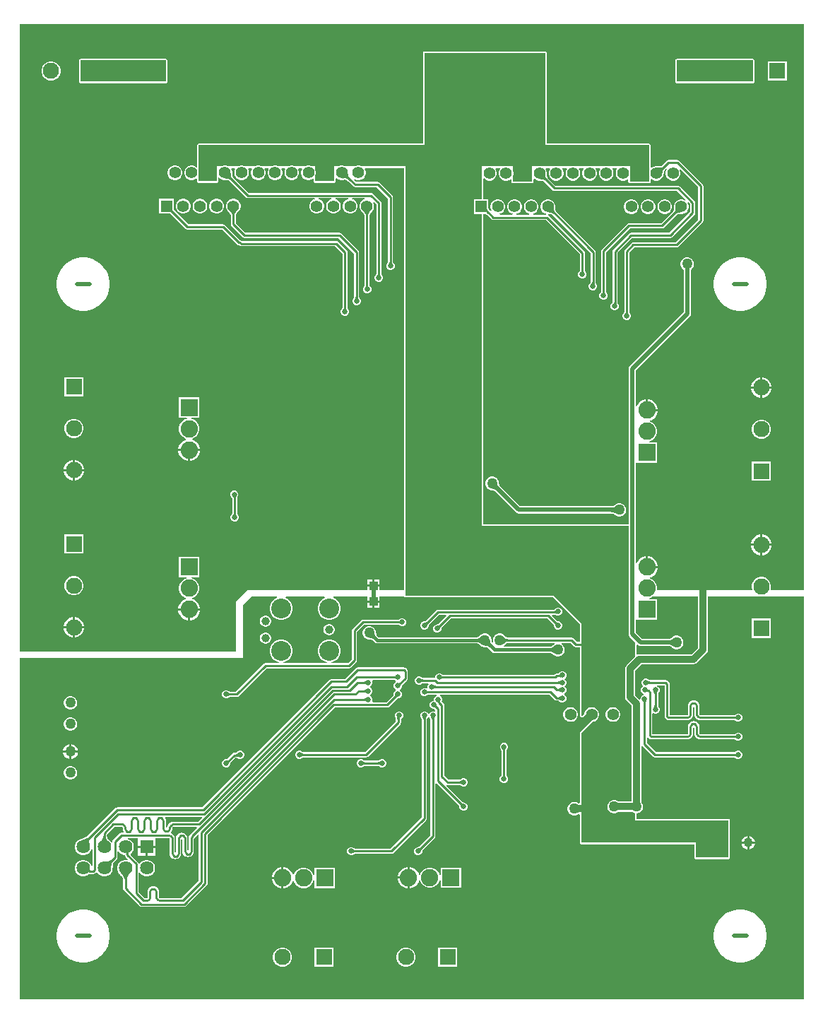
<source format=gbl>
G04*
G04 #@! TF.GenerationSoftware,Altium Limited,Altium Designer,24.2.2 (26)*
G04*
G04 Layer_Physical_Order=2*
G04 Layer_Color=16711680*
%FSLAX25Y25*%
%MOIN*%
G70*
G04*
G04 #@! TF.SameCoordinates,1A1EAA83-3352-477D-9F2F-1BB8837AECD5*
G04*
G04*
G04 #@! TF.FilePolarity,Positive*
G04*
G01*
G75*
%ADD16C,0.01000*%
%ADD43C,0.03900*%
%ADD69C,0.01500*%
%ADD72C,0.02000*%
%ADD73C,0.04000*%
%ADD74C,0.03200*%
%ADD75C,0.05000*%
%ADD76R,0.07677X0.07677*%
%ADD77C,0.07677*%
%ADD78R,0.06400X0.06400*%
%ADD79C,0.06400*%
%ADD80O,0.07795X0.02087*%
%ADD81R,0.07677X0.07677*%
%ADD82R,0.08209X0.08209*%
%ADD83C,0.08209*%
%ADD84C,0.09350*%
%ADD85C,0.04331*%
%ADD86R,0.04331X0.04331*%
%ADD87C,0.05512*%
%ADD88R,0.08209X0.08209*%
%ADD89C,0.05465*%
%ADD90R,0.05465X0.05465*%
%ADD91C,0.02500*%
%ADD92R,0.03937X0.03937*%
%ADD93R,0.02000X0.05500*%
G36*
X504060Y752080D02*
X503939Y751941D01*
X503825Y751773D01*
X503716Y751575D01*
X503615Y751347D01*
X503519Y751090D01*
X503430Y750803D01*
X503271Y750140D01*
X503138Y749360D01*
X500876Y752444D01*
X501231Y752395D01*
X501566Y752366D01*
X501878Y752359D01*
X502170Y752372D01*
X502439Y752407D01*
X502687Y752463D01*
X502914Y752540D01*
X503119Y752638D01*
X503302Y752758D01*
X503464Y752898D01*
X504060Y752080D01*
D02*
G37*
G36*
X354768Y750000D02*
X355003Y748961D01*
X355093Y748673D01*
X355190Y748416D01*
X355292Y748189D01*
X355400Y747991D01*
X355515Y747823D01*
X355635Y747685D01*
X355044Y746862D01*
X354881Y747003D01*
X354698Y747122D01*
X354493Y747220D01*
X354267Y747296D01*
X354019Y747352D01*
X353750Y747386D01*
X353460Y747398D01*
X353148Y747389D01*
X352815Y747359D01*
X352460Y747307D01*
X354702Y750406D01*
X354768Y750000D01*
D02*
G37*
G36*
X299617Y749590D02*
X299667Y748901D01*
X299713Y748595D01*
X299774Y748314D01*
X299849Y748059D01*
X299939Y747830D01*
X300043Y747626D01*
X300161Y747448D01*
X300294Y747295D01*
X299587Y746588D01*
X299434Y746721D01*
X299256Y746839D01*
X299052Y746943D01*
X298823Y747032D01*
X298568Y747108D01*
X298287Y747168D01*
X297981Y747215D01*
X297649Y747247D01*
X296909Y747268D01*
X299614Y749973D01*
X299617Y749590D01*
D02*
G37*
G36*
X448050Y749338D02*
X448100Y748649D01*
X448146Y748343D01*
X448207Y748062D01*
X448282Y747807D01*
X448372Y747578D01*
X448476Y747374D01*
X448594Y747196D01*
X448727Y747043D01*
X448020Y746336D01*
X447867Y746469D01*
X447689Y746587D01*
X447485Y746691D01*
X447256Y746781D01*
X447001Y746856D01*
X446720Y746917D01*
X446414Y746963D01*
X446082Y746995D01*
X445342Y747016D01*
X448047Y749721D01*
X448050Y749338D01*
D02*
G37*
G36*
X448000Y763000D02*
X497000D01*
Y753000D01*
X496933D01*
Y745748D01*
X487933D01*
Y748609D01*
X488117Y749296D01*
Y750200D01*
X487933Y750887D01*
Y753000D01*
X485810D01*
X485137Y753180D01*
X484233D01*
X483560Y753000D01*
X477936D01*
X477263Y753180D01*
X476359D01*
X475686Y753000D01*
X470062D01*
X469389Y753180D01*
X468485D01*
X467812Y753000D01*
X462188D01*
X461515Y753180D01*
X460611D01*
X459938Y753000D01*
X454314D01*
X453641Y753180D01*
X452737D01*
X452064Y753000D01*
X446440D01*
X445767Y753180D01*
X444863D01*
X444190Y753000D01*
X441815D01*
Y745748D01*
X432815D01*
Y748609D01*
X432999Y749296D01*
Y750200D01*
X432815Y750887D01*
Y753000D01*
X430692D01*
X430019Y753180D01*
X429115D01*
X428442Y753000D01*
X422818D01*
X422145Y753180D01*
X421241D01*
X420568Y753000D01*
X418000D01*
Y737432D01*
X414324D01*
Y730568D01*
X418000D01*
Y583500D01*
X487267D01*
Y532500D01*
X487399Y531837D01*
X487774Y531274D01*
X490500Y528549D01*
Y521816D01*
X486342Y517658D01*
X485833Y516897D01*
X485655Y516000D01*
Y502675D01*
X485833Y501778D01*
X486342Y501017D01*
X488840Y498519D01*
Y453365D01*
X488820Y453345D01*
X482680D01*
X482465Y453561D01*
X481735Y453982D01*
X480921Y454200D01*
X480079D01*
X479265Y453982D01*
X478535Y453561D01*
X477939Y452965D01*
X477518Y452235D01*
X477300Y451421D01*
Y450579D01*
X477518Y449765D01*
X477939Y449035D01*
X478535Y448439D01*
X479265Y448018D01*
X480079Y447800D01*
X480921D01*
X481735Y448018D01*
X482465Y448439D01*
X482680Y448655D01*
X488820D01*
X489035Y448439D01*
X489765Y448018D01*
X490500Y447821D01*
Y444500D01*
X534500D01*
Y427000D01*
X519000D01*
Y434000D01*
X465000D01*
Y448420D01*
X464824Y448419D01*
X463682Y448347D01*
X463585Y448325D01*
X463515Y448299D01*
X463473Y448271D01*
Y451771D01*
X463515Y451742D01*
X463585Y451717D01*
X463682Y451694D01*
X463805Y451675D01*
X464132Y451645D01*
X464824Y451622D01*
X465000Y451621D01*
Y485673D01*
X470401Y491074D01*
X470461D01*
X471339Y491309D01*
X472127Y491764D01*
X472771Y492408D01*
X473226Y493196D01*
X473461Y494075D01*
Y494985D01*
X473226Y495864D01*
X472771Y496652D01*
X472127Y497295D01*
X471339Y497750D01*
X470461Y497986D01*
X469551D01*
X468672Y497750D01*
X467883Y497295D01*
X467240Y496652D01*
X466785Y495864D01*
X466550Y494985D01*
Y494925D01*
X465462Y493838D01*
X465000Y494029D01*
Y537500D01*
X452000Y550500D01*
X382000D01*
Y753000D01*
X361542D01*
X361199Y753198D01*
X360326Y753432D01*
X359422D01*
X358549Y753198D01*
X358206Y753000D01*
X353668D01*
X353325Y753198D01*
X352452Y753432D01*
X351548D01*
X350675Y753198D01*
X350332Y753000D01*
X348500D01*
Y746000D01*
X339500D01*
Y748861D01*
X339684Y749548D01*
Y750452D01*
X339500Y751139D01*
Y753000D01*
X337920D01*
X337577Y753198D01*
X336704Y753432D01*
X335800D01*
X334927Y753198D01*
X334584Y753000D01*
X330046D01*
X329703Y753198D01*
X328830Y753432D01*
X327926D01*
X327053Y753198D01*
X326710Y753000D01*
X322172D01*
X321829Y753198D01*
X320956Y753432D01*
X320052D01*
X319179Y753198D01*
X318835Y753000D01*
X314298D01*
X313955Y753198D01*
X313082Y753432D01*
X312178D01*
X311305Y753198D01*
X310962Y753000D01*
X306424D01*
X306081Y753198D01*
X305208Y753432D01*
X304304D01*
X303431Y753198D01*
X303087Y753000D01*
X298550D01*
X298207Y753198D01*
X297334Y753432D01*
X296430D01*
X295557Y753198D01*
X295214Y753000D01*
X293000D01*
Y746000D01*
X284500D01*
Y749301D01*
X284566Y749548D01*
Y750452D01*
X284500Y750699D01*
Y753000D01*
Y763000D01*
X390750D01*
X391000Y763250D01*
Y806500D01*
X448000D01*
Y763000D01*
D02*
G37*
G36*
X420472Y733311D02*
X420494Y733171D01*
X420531Y733030D01*
X420581Y732889D01*
X420646Y732748D01*
X420725Y732607D01*
X420818Y732465D01*
X420926Y732323D01*
X421047Y732180D01*
X421183Y732037D01*
Y730623D01*
X420476Y731280D01*
X420464Y733451D01*
X420472Y733311D01*
D02*
G37*
G36*
X512217Y731268D02*
X511834Y731265D01*
X511145Y731215D01*
X510839Y731169D01*
X510558Y731108D01*
X510303Y731033D01*
X510074Y730943D01*
X509870Y730839D01*
X509692Y730721D01*
X509539Y730588D01*
X508832Y731295D01*
X508965Y731448D01*
X509083Y731626D01*
X509187Y731830D01*
X509277Y732059D01*
X509352Y732314D01*
X509413Y732595D01*
X509459Y732901D01*
X509491Y733233D01*
X509512Y733973D01*
X512217Y731268D01*
D02*
G37*
G36*
X451987Y733590D02*
X452037Y732901D01*
X452083Y732595D01*
X452144Y732314D01*
X452219Y732059D01*
X452309Y731830D01*
X452413Y731626D01*
X452531Y731448D01*
X452664Y731295D01*
X451957Y730588D01*
X451804Y730721D01*
X451626Y730839D01*
X451422Y730943D01*
X451193Y731033D01*
X450938Y731108D01*
X450657Y731169D01*
X450351Y731215D01*
X450019Y731247D01*
X449279Y731268D01*
X451984Y733973D01*
X451987Y733590D01*
D02*
G37*
G36*
X365527Y732082D02*
X365084Y731539D01*
X364904Y731282D01*
X364752Y731035D01*
X364627Y730798D01*
X364530Y730570D01*
X364461Y730352D01*
X364419Y730144D01*
X364405Y729946D01*
X363405Y729911D01*
X363391Y730116D01*
X363348Y730327D01*
X363276Y730544D01*
X363175Y730767D01*
X363046Y730997D01*
X362888Y731232D01*
X362701Y731474D01*
X362485Y731722D01*
X361967Y732236D01*
X365790Y732368D01*
X365527Y732082D01*
D02*
G37*
G36*
X375504Y707771D02*
X375515Y707652D01*
X375534Y707539D01*
X375560Y707430D01*
X375594Y707327D01*
X375635Y707230D01*
X375684Y707137D01*
X375740Y707050D01*
X375804Y706969D01*
X375875Y706893D01*
X374125D01*
X374196Y706969D01*
X374260Y707050D01*
X374316Y707137D01*
X374365Y707230D01*
X374406Y707327D01*
X374440Y707430D01*
X374466Y707539D01*
X374485Y707652D01*
X374496Y707771D01*
X374500Y707896D01*
X375500D01*
X375504Y707771D01*
D02*
G37*
G36*
X466004Y703771D02*
X466015Y703652D01*
X466034Y703539D01*
X466060Y703430D01*
X466094Y703327D01*
X466135Y703230D01*
X466184Y703137D01*
X466240Y703050D01*
X466304Y702969D01*
X466375Y702893D01*
X464625D01*
X464696Y702969D01*
X464760Y703050D01*
X464816Y703137D01*
X464865Y703230D01*
X464906Y703327D01*
X464940Y703430D01*
X464966Y703539D01*
X464985Y703652D01*
X464996Y703771D01*
X465000Y703896D01*
X466000D01*
X466004Y703771D01*
D02*
G37*
G36*
X370004Y702271D02*
X370015Y702152D01*
X370034Y702038D01*
X370060Y701930D01*
X370094Y701827D01*
X370135Y701730D01*
X370184Y701637D01*
X370240Y701550D01*
X370304Y701469D01*
X370375Y701393D01*
X368625D01*
X368696Y701469D01*
X368760Y701550D01*
X368816Y701637D01*
X368865Y701730D01*
X368906Y701827D01*
X368940Y701930D01*
X368966Y702038D01*
X368985Y702152D01*
X368996Y702271D01*
X369000Y702396D01*
X370000D01*
X370004Y702271D01*
D02*
G37*
G36*
X471100Y698347D02*
X471103Y698223D01*
X471114Y698104D01*
X471131Y697989D01*
X471155Y697879D01*
X471186Y697774D01*
X471224Y697674D01*
X471268Y697578D01*
X471320Y697487D01*
X471378Y697401D01*
X471444Y697320D01*
X469699Y697460D01*
X469775Y697530D01*
X469843Y697606D01*
X469904Y697688D01*
X469956Y697776D01*
X470000Y697871D01*
X470036Y697971D01*
X470064Y698078D01*
X470084Y698190D01*
X470096Y698309D01*
X470100Y698434D01*
X471100Y698347D01*
D02*
G37*
G36*
X364409Y696807D02*
X364422Y696689D01*
X364441Y696576D01*
X364469Y696469D01*
X364505Y696369D01*
X364549Y696274D01*
X364601Y696185D01*
X364661Y696103D01*
X364729Y696027D01*
X364805Y695956D01*
X363060Y695824D01*
X363126Y695905D01*
X363184Y695991D01*
X363236Y696082D01*
X363281Y696177D01*
X363319Y696277D01*
X363350Y696382D01*
X363374Y696492D01*
X363392Y696606D01*
X363402Y696726D01*
X363405Y696850D01*
X364405Y696932D01*
X364409Y696807D01*
D02*
G37*
G36*
X476004Y693771D02*
X476015Y693652D01*
X476034Y693539D01*
X476060Y693430D01*
X476094Y693327D01*
X476135Y693230D01*
X476184Y693137D01*
X476240Y693050D01*
X476304Y692969D01*
X476375Y692893D01*
X474625D01*
X474696Y692969D01*
X474760Y693050D01*
X474816Y693137D01*
X474865Y693230D01*
X474906Y693327D01*
X474940Y693430D01*
X474966Y693539D01*
X474985Y693652D01*
X474996Y693771D01*
X475000Y693896D01*
X476000D01*
X476004Y693771D01*
D02*
G37*
G36*
X481500Y688710D02*
X481503Y688587D01*
X481524Y688352D01*
X481542Y688241D01*
X481566Y688134D01*
X481595Y688030D01*
X481629Y687931D01*
X481669Y687835D01*
X481714Y687744D01*
X481764Y687657D01*
X480065Y688077D01*
X480148Y688132D01*
X480222Y688195D01*
X480287Y688266D01*
X480343Y688345D01*
X480391Y688432D01*
X480430Y688526D01*
X480461Y688629D01*
X480483Y688739D01*
X480496Y688858D01*
X480500Y688984D01*
X481500Y688710D01*
D02*
G37*
G36*
X487004Y684271D02*
X487015Y684152D01*
X487034Y684038D01*
X487060Y683930D01*
X487094Y683827D01*
X487135Y683730D01*
X487184Y683637D01*
X487240Y683550D01*
X487304Y683469D01*
X487375Y683393D01*
X485625D01*
X485696Y683469D01*
X485760Y683550D01*
X485816Y683637D01*
X485865Y683730D01*
X485906Y683827D01*
X485940Y683930D01*
X485966Y684038D01*
X485985Y684152D01*
X485996Y684271D01*
X486000Y684396D01*
X487000D01*
X487004Y684271D01*
D02*
G37*
G36*
X570000Y553000D02*
X554730D01*
X554346Y553500D01*
X554539Y554217D01*
Y555412D01*
X554229Y556567D01*
X553632Y557602D01*
X552787Y558447D01*
X551752Y559044D01*
X550597Y559353D01*
X549403D01*
X548248Y559044D01*
X547213Y558447D01*
X546368Y557602D01*
X545771Y556567D01*
X545461Y555412D01*
Y554217D01*
X545654Y553500D01*
X545270Y553000D01*
X501086D01*
X500804Y553368D01*
Y554633D01*
X500477Y555854D01*
X499844Y556950D01*
X498950Y557844D01*
X497854Y558477D01*
X497448Y558586D01*
Y559103D01*
X497970Y559243D01*
X499134Y559915D01*
X500084Y560866D01*
X500757Y562030D01*
X501104Y563328D01*
Y563500D01*
X496000D01*
Y564000D01*
X495500D01*
Y569104D01*
X495328D01*
X494030Y568756D01*
X492866Y568084D01*
X491916Y567134D01*
X491244Y565970D01*
X491233Y565932D01*
X490733Y565998D01*
Y613105D01*
X491196Y613196D01*
X491233Y613196D01*
X500804D01*
Y622804D01*
X497104D01*
X497038Y623304D01*
X497854Y623523D01*
X498950Y624156D01*
X499844Y625050D01*
X500477Y626146D01*
X500804Y627367D01*
Y628632D01*
X500477Y629854D01*
X499844Y630950D01*
X498950Y631844D01*
X497854Y632477D01*
X497448Y632586D01*
Y633104D01*
X497970Y633244D01*
X499134Y633916D01*
X500084Y634866D01*
X500757Y636030D01*
X501104Y637328D01*
Y637500D01*
X496000D01*
Y638000D01*
X495500D01*
Y643104D01*
X495328D01*
X494030Y642757D01*
X492866Y642085D01*
X491916Y641134D01*
X491244Y639970D01*
X491233Y639932D01*
X490733Y639998D01*
Y656782D01*
X516226Y682274D01*
X516601Y682837D01*
X516733Y683500D01*
Y704306D01*
X516965Y704439D01*
X517561Y705035D01*
X517982Y705765D01*
X518200Y706579D01*
Y707421D01*
X517982Y708235D01*
X517561Y708965D01*
X516965Y709561D01*
X516235Y709982D01*
X515421Y710200D01*
X514579D01*
X513765Y709982D01*
X513035Y709561D01*
X512439Y708965D01*
X512018Y708235D01*
X511800Y707421D01*
Y706579D01*
X512018Y705765D01*
X512439Y705035D01*
X513035Y704439D01*
X513267Y704306D01*
Y684218D01*
X487774Y658726D01*
X487399Y658163D01*
X487267Y657500D01*
Y584214D01*
X418714D01*
Y730568D01*
X420194D01*
X420493Y730290D01*
X422680Y728103D01*
X423077Y727837D01*
X423546Y727744D01*
X448262D01*
X464277Y711730D01*
Y703742D01*
X464266Y703681D01*
X464253Y703626D01*
X464237Y703578D01*
X464220Y703536D01*
X464200Y703499D01*
X464178Y703465D01*
X464153Y703433D01*
X464104Y703380D01*
X464073Y703331D01*
X463847Y703105D01*
X463550Y702388D01*
Y701612D01*
X463847Y700895D01*
X464395Y700347D01*
X465112Y700050D01*
X465888D01*
X466605Y700347D01*
X467153Y700895D01*
X467450Y701612D01*
Y702388D01*
X467153Y703105D01*
X466927Y703331D01*
X466896Y703380D01*
X466847Y703433D01*
X466822Y703465D01*
X466800Y703499D01*
X466781Y703536D01*
X466763Y703578D01*
X466747Y703626D01*
X466734Y703681D01*
X466723Y703742D01*
Y712236D01*
X466630Y712705D01*
X466365Y713102D01*
X449634Y729833D01*
X449305Y730053D01*
X449312Y730319D01*
X449391Y730551D01*
X449975Y730534D01*
X450263Y730506D01*
X450528Y730466D01*
X450761Y730416D01*
X450961Y730357D01*
X451129Y730291D01*
X451265Y730222D01*
X451368Y730153D01*
X469377Y712145D01*
Y698288D01*
X469366Y698231D01*
X469354Y698183D01*
X469339Y698143D01*
X469324Y698109D01*
X469307Y698081D01*
X469288Y698056D01*
X469267Y698032D01*
X469216Y697986D01*
X469186Y697943D01*
X468847Y697605D01*
X468550Y696888D01*
Y696112D01*
X468847Y695395D01*
X469395Y694847D01*
X470112Y694550D01*
X470888D01*
X471605Y694847D01*
X472153Y695395D01*
X472450Y696112D01*
Y696888D01*
X472153Y697605D01*
X472010Y697748D01*
X472001Y697766D01*
X471953Y697825D01*
X471927Y697864D01*
X471903Y697906D01*
X471882Y697951D01*
X471863Y698001D01*
X471847Y698057D01*
X471833Y698118D01*
X471824Y698183D01*
Y712652D01*
X471730Y713120D01*
X471465Y713517D01*
X453099Y731884D01*
X453030Y731987D01*
X452961Y732123D01*
X452895Y732291D01*
X452836Y732491D01*
X452786Y732724D01*
X452747Y732980D01*
X452701Y733619D01*
X452698Y733979D01*
X452684Y734044D01*
Y734452D01*
X452450Y735325D01*
X451999Y736107D01*
X451359Y736747D01*
X450577Y737198D01*
X449704Y737432D01*
X448800D01*
X447927Y737198D01*
X447145Y736747D01*
X446505Y736107D01*
X446054Y735325D01*
X445820Y734452D01*
Y733548D01*
X446054Y732675D01*
X446505Y731892D01*
X447145Y731253D01*
X447927Y730802D01*
X448339Y730691D01*
X448273Y730191D01*
X442357D01*
X442291Y730691D01*
X442703Y730802D01*
X443485Y731253D01*
X444125Y731892D01*
X444576Y732675D01*
X444810Y733548D01*
Y734452D01*
X444576Y735325D01*
X444125Y736107D01*
X443485Y736747D01*
X442703Y737198D01*
X441830Y737432D01*
X440926D01*
X440053Y737198D01*
X439270Y736747D01*
X438631Y736107D01*
X438180Y735325D01*
X437946Y734452D01*
Y733548D01*
X438180Y732675D01*
X438631Y731892D01*
X439270Y731253D01*
X440053Y730802D01*
X440465Y730691D01*
X440399Y730191D01*
X434483D01*
X434417Y730691D01*
X434829Y730802D01*
X435611Y731253D01*
X436250Y731892D01*
X436702Y732675D01*
X436936Y733548D01*
Y734452D01*
X436702Y735325D01*
X436250Y736107D01*
X435611Y736747D01*
X434829Y737198D01*
X433956Y737432D01*
X433052D01*
X432179Y737198D01*
X431396Y736747D01*
X430757Y736107D01*
X430306Y735325D01*
X430072Y734452D01*
Y733548D01*
X430306Y732675D01*
X430757Y731892D01*
X431396Y731253D01*
X432179Y730802D01*
X432591Y730691D01*
X432525Y730191D01*
X426609D01*
X426543Y730691D01*
X426955Y730802D01*
X427737Y731253D01*
X428376Y731892D01*
X428828Y732675D01*
X429062Y733548D01*
Y734452D01*
X428828Y735325D01*
X428376Y736107D01*
X427737Y736747D01*
X426955Y737198D01*
X426082Y737432D01*
X425178D01*
X424305Y737198D01*
X423523Y736747D01*
X422883Y736107D01*
X422432Y735325D01*
X422198Y734452D01*
Y733548D01*
X422432Y732675D01*
X422645Y732306D01*
X422245Y731999D01*
X421532Y732712D01*
X421482Y732770D01*
X421402Y732876D01*
X421336Y732977D01*
X421283Y733071D01*
X421243Y733159D01*
X421213Y733241D01*
X421194Y733316D01*
X421188Y733352D01*
Y737432D01*
X418714D01*
Y747166D01*
X419214Y747373D01*
X419586Y747002D01*
X420368Y746550D01*
X421241Y746316D01*
X422145D01*
X423018Y746550D01*
X423800Y747002D01*
X424439Y747641D01*
X424891Y748423D01*
X425125Y749296D01*
Y750200D01*
X424891Y751073D01*
X424479Y751786D01*
X424637Y752286D01*
X426623D01*
X426781Y751786D01*
X426369Y751073D01*
X426135Y750200D01*
Y749296D01*
X426369Y748423D01*
X426820Y747641D01*
X427459Y747002D01*
X428242Y746550D01*
X429115Y746316D01*
X430019D01*
X430892Y746550D01*
X431601Y746959D01*
X432101Y746799D01*
Y745748D01*
X432156Y745475D01*
X432310Y745243D01*
X432542Y745089D01*
X432815Y745034D01*
X441815D01*
X442088Y745089D01*
X442320Y745243D01*
X442474Y745475D01*
X442529Y745748D01*
Y746973D01*
X443029Y747180D01*
X443208Y747002D01*
X443990Y746550D01*
X444863Y746316D01*
X445264D01*
X445322Y746303D01*
X446038Y746282D01*
X446326Y746254D01*
X446591Y746214D01*
X446824Y746164D01*
X447024Y746105D01*
X447192Y746039D01*
X447328Y745970D01*
X447431Y745901D01*
X451498Y741834D01*
X451895Y741569D01*
X452363Y741476D01*
X510154D01*
X514245Y737385D01*
X513938Y736985D01*
X513569Y737198D01*
X512696Y737432D01*
X511792D01*
X510919Y737198D01*
X510137Y736747D01*
X509498Y736107D01*
X509046Y735325D01*
X508812Y734452D01*
Y734051D01*
X508799Y733993D01*
X508778Y733277D01*
X508750Y732989D01*
X508710Y732724D01*
X508660Y732491D01*
X508601Y732290D01*
X508535Y732123D01*
X508466Y731987D01*
X508397Y731884D01*
X502737Y726224D01*
X487500D01*
X487032Y726130D01*
X486635Y725865D01*
X474635Y713865D01*
X474370Y713468D01*
X474276Y713000D01*
Y693742D01*
X474266Y693681D01*
X474253Y693626D01*
X474237Y693578D01*
X474220Y693536D01*
X474200Y693499D01*
X474178Y693465D01*
X474153Y693433D01*
X474104Y693380D01*
X474073Y693331D01*
X473847Y693105D01*
X473550Y692388D01*
Y691612D01*
X473847Y690895D01*
X474395Y690347D01*
X475112Y690050D01*
X475888D01*
X476605Y690347D01*
X477153Y690895D01*
X477450Y691612D01*
Y692388D01*
X477153Y693105D01*
X476927Y693331D01*
X476896Y693380D01*
X476847Y693433D01*
X476822Y693465D01*
X476800Y693499D01*
X476781Y693536D01*
X476763Y693578D01*
X476747Y693626D01*
X476734Y693681D01*
X476723Y693742D01*
Y712493D01*
X488007Y723776D01*
X503244D01*
X503712Y723870D01*
X504109Y724135D01*
X510128Y730153D01*
X510231Y730222D01*
X510367Y730291D01*
X510535Y730357D01*
X510735Y730416D01*
X510968Y730466D01*
X511224Y730505D01*
X511863Y730551D01*
X512223Y730554D01*
X512288Y730568D01*
X512696D01*
X513569Y730802D01*
X514352Y731253D01*
X514991Y731892D01*
X515443Y732675D01*
X515676Y733548D01*
Y734452D01*
X515443Y735325D01*
X515229Y735694D01*
X515629Y736001D01*
X516277Y735354D01*
Y731507D01*
X506493Y721724D01*
X488515D01*
X488047Y721630D01*
X487650Y721365D01*
X480135Y713850D01*
X479870Y713453D01*
X479776Y712985D01*
Y688848D01*
X479767Y688800D01*
X479757Y688765D01*
X479747Y688741D01*
X479739Y688727D01*
X479732Y688717D01*
X479725Y688710D01*
X479719Y688704D01*
X479595Y688653D01*
X479047Y688105D01*
X478750Y687388D01*
Y686612D01*
X479047Y685895D01*
X479595Y685347D01*
X480312Y685050D01*
X481088D01*
X481805Y685347D01*
X482353Y685895D01*
X482650Y686612D01*
Y687388D01*
X482353Y688105D01*
X482313Y688144D01*
X482297Y688184D01*
X482276Y688243D01*
X482259Y688307D01*
X482243Y688377D01*
X482232Y688443D01*
X482224Y688540D01*
Y712478D01*
X489022Y719277D01*
X507000D01*
X507468Y719370D01*
X507865Y719635D01*
X518365Y730135D01*
X518630Y730532D01*
X518723Y731000D01*
Y735861D01*
X518630Y736329D01*
X518365Y736726D01*
X511526Y743565D01*
X511130Y743830D01*
X510661Y743923D01*
X452870D01*
X449162Y747632D01*
X449093Y747735D01*
X449024Y747870D01*
X448958Y748038D01*
X448899Y748239D01*
X448849Y748472D01*
X448810Y748728D01*
X448764Y749367D01*
X448761Y749727D01*
X448747Y749792D01*
Y750200D01*
X448513Y751073D01*
X448101Y751786D01*
X448259Y752286D01*
X450245D01*
X450402Y751786D01*
X449991Y751073D01*
X449757Y750200D01*
Y749296D01*
X449991Y748423D01*
X450443Y747641D01*
X451082Y747002D01*
X451864Y746550D01*
X452737Y746316D01*
X453641D01*
X454514Y746550D01*
X455297Y747002D01*
X455935Y747641D01*
X456387Y748423D01*
X456621Y749296D01*
Y750200D01*
X456387Y751073D01*
X455975Y751786D01*
X456133Y752286D01*
X458119D01*
X458277Y751786D01*
X457865Y751073D01*
X457631Y750200D01*
Y749296D01*
X457865Y748423D01*
X458317Y747641D01*
X458955Y747002D01*
X459738Y746550D01*
X460611Y746316D01*
X461515D01*
X462388Y746550D01*
X463170Y747002D01*
X463809Y747641D01*
X464261Y748423D01*
X464495Y749296D01*
Y750200D01*
X464261Y751073D01*
X463849Y751786D01*
X464007Y752286D01*
X465993D01*
X466151Y751786D01*
X465739Y751073D01*
X465505Y750200D01*
Y749296D01*
X465739Y748423D01*
X466190Y747641D01*
X466829Y747002D01*
X467612Y746550D01*
X468485Y746316D01*
X469389D01*
X470262Y746550D01*
X471044Y747002D01*
X471684Y747641D01*
X472135Y748423D01*
X472369Y749296D01*
Y750200D01*
X472135Y751073D01*
X471724Y751786D01*
X471881Y752286D01*
X473867D01*
X474025Y751786D01*
X473613Y751073D01*
X473379Y750200D01*
Y749296D01*
X473613Y748423D01*
X474064Y747641D01*
X474704Y747002D01*
X475486Y746550D01*
X476359Y746316D01*
X477263D01*
X478136Y746550D01*
X478919Y747002D01*
X479558Y747641D01*
X480009Y748423D01*
X480243Y749296D01*
Y750200D01*
X480009Y751073D01*
X479598Y751786D01*
X479755Y752286D01*
X481741D01*
X481899Y751786D01*
X481487Y751073D01*
X481253Y750200D01*
Y749296D01*
X481487Y748423D01*
X481939Y747641D01*
X482578Y747002D01*
X483360Y746550D01*
X484233Y746316D01*
X485137D01*
X486010Y746550D01*
X486719Y746959D01*
X487219Y746799D01*
Y745748D01*
X487274Y745475D01*
X487428Y745243D01*
X487660Y745089D01*
X487933Y745034D01*
X496933D01*
X497206Y745089D01*
X497438Y745243D01*
X497592Y745475D01*
X497647Y745748D01*
Y746973D01*
X498147Y747180D01*
X498326Y747002D01*
X499108Y746550D01*
X499981Y746316D01*
X500885D01*
X501758Y746550D01*
X502540Y747002D01*
X503180Y747641D01*
X503631Y748423D01*
X503865Y749296D01*
Y749381D01*
X503971Y749997D01*
X504119Y750614D01*
X504195Y750859D01*
X504276Y751077D01*
X504356Y751257D01*
X504434Y751400D01*
X504500Y751497D01*
X505203Y752200D01*
X505561Y751856D01*
X505109Y751073D01*
X504875Y750200D01*
Y749296D01*
X505109Y748423D01*
X505561Y747641D01*
X506200Y747002D01*
X506982Y746550D01*
X507855Y746316D01*
X508759D01*
X509632Y746550D01*
X510415Y747002D01*
X511054Y747641D01*
X511506Y748423D01*
X511739Y749296D01*
Y750200D01*
X511506Y751073D01*
X511292Y751442D01*
X511692Y751749D01*
X520177Y743265D01*
Y727907D01*
X509493Y717224D01*
X489531D01*
X489063Y717130D01*
X488666Y716865D01*
X485635Y713834D01*
X485370Y713437D01*
X485277Y712969D01*
Y684242D01*
X485266Y684181D01*
X485253Y684126D01*
X485237Y684078D01*
X485219Y684036D01*
X485200Y683999D01*
X485178Y683965D01*
X485153Y683933D01*
X485104Y683880D01*
X485073Y683831D01*
X484847Y683605D01*
X484550Y682888D01*
Y682112D01*
X484847Y681395D01*
X485395Y680847D01*
X486112Y680550D01*
X486888D01*
X487605Y680847D01*
X488153Y681395D01*
X488450Y682112D01*
Y682888D01*
X488153Y683605D01*
X487927Y683831D01*
X487896Y683880D01*
X487847Y683933D01*
X487822Y683965D01*
X487800Y683999D01*
X487781Y684036D01*
X487763Y684078D01*
X487747Y684126D01*
X487734Y684181D01*
X487723Y684242D01*
Y712462D01*
X490038Y714777D01*
X510000D01*
X510468Y714870D01*
X510865Y715135D01*
X522265Y726535D01*
X522530Y726932D01*
X522623Y727400D01*
Y743772D01*
X522530Y744240D01*
X522265Y744637D01*
X511257Y755646D01*
X510860Y755911D01*
X510392Y756004D01*
X506053D01*
X505585Y755911D01*
X505188Y755646D01*
X502872Y753329D01*
X502871Y753329D01*
X502768Y753262D01*
X502644Y753202D01*
X502493Y753151D01*
X502315Y753111D01*
X502107Y753084D01*
X501870Y753073D01*
X501605Y753079D01*
X501311Y753104D01*
X501015Y753145D01*
X500885Y753180D01*
X499981D01*
X499108Y752946D01*
X498326Y752494D01*
X497769Y752611D01*
X497659Y752727D01*
X497714Y753000D01*
Y763000D01*
X497659Y763273D01*
X497505Y763505D01*
X497273Y763659D01*
X497000Y763714D01*
X448714D01*
Y806500D01*
X448659Y806773D01*
X448505Y807005D01*
X448273Y807159D01*
X448000Y807214D01*
X391000D01*
X390727Y807159D01*
X390495Y807005D01*
X390341Y806773D01*
X390286Y806500D01*
Y763714D01*
X284500D01*
X284227Y763659D01*
X283995Y763505D01*
X283841Y763273D01*
X283786Y763000D01*
Y754000D01*
Y752855D01*
X283324Y752664D01*
X283241Y752746D01*
X282459Y753198D01*
X281586Y753432D01*
X280682D01*
X279809Y753198D01*
X279026Y752746D01*
X278387Y752107D01*
X277936Y751325D01*
X277702Y750452D01*
Y749548D01*
X277936Y748675D01*
X278387Y747893D01*
X279026Y747254D01*
X279809Y746802D01*
X280682Y746568D01*
X281586D01*
X282459Y746802D01*
X283241Y747254D01*
X283324Y747336D01*
X283786Y747145D01*
Y746000D01*
X283841Y745727D01*
X283995Y745495D01*
X284227Y745341D01*
X284500Y745286D01*
X293000D01*
X293273Y745341D01*
X293505Y745495D01*
X293659Y745727D01*
X293714Y746000D01*
Y747703D01*
X294214Y747814D01*
X294774Y747254D01*
X295557Y746802D01*
X296430Y746568D01*
X296831D01*
X296889Y746554D01*
X297605Y746534D01*
X297893Y746506D01*
X298158Y746466D01*
X298391Y746416D01*
X298591Y746357D01*
X298759Y746291D01*
X298895Y746222D01*
X298998Y746153D01*
X303065Y742086D01*
X303065Y742086D01*
X306733Y738419D01*
X307129Y738154D01*
X307598Y738061D01*
X339210D01*
X339276Y737561D01*
X338864Y737450D01*
X338082Y736999D01*
X337442Y736359D01*
X336991Y735577D01*
X336757Y734704D01*
Y733800D01*
X336991Y732927D01*
X337442Y732144D01*
X338082Y731505D01*
X338864Y731054D01*
X339737Y730820D01*
X340641D01*
X341514Y731054D01*
X342296Y731505D01*
X342935Y732144D01*
X343387Y732927D01*
X343621Y733800D01*
Y734704D01*
X343387Y735577D01*
X342935Y736359D01*
X342296Y736999D01*
X341514Y737450D01*
X341102Y737561D01*
X341168Y738061D01*
X347084D01*
X347150Y737561D01*
X346738Y737450D01*
X345955Y736999D01*
X345317Y736359D01*
X344865Y735577D01*
X344631Y734704D01*
Y733800D01*
X344865Y732927D01*
X345317Y732144D01*
X345955Y731505D01*
X346738Y731054D01*
X347611Y730820D01*
X348515D01*
X349388Y731054D01*
X350170Y731505D01*
X350810Y732144D01*
X351261Y732927D01*
X351495Y733800D01*
Y734704D01*
X351261Y735577D01*
X350810Y736359D01*
X350170Y736999D01*
X349388Y737450D01*
X348976Y737561D01*
X349042Y738061D01*
X354958D01*
X355024Y737561D01*
X354612Y737450D01*
X353830Y736999D01*
X353190Y736359D01*
X352739Y735577D01*
X352505Y734704D01*
Y733800D01*
X352739Y732927D01*
X353190Y732144D01*
X353830Y731505D01*
X354612Y731054D01*
X355485Y730820D01*
X356389D01*
X357262Y731054D01*
X358045Y731505D01*
X358683Y732144D01*
X359135Y732927D01*
X359369Y733800D01*
Y734704D01*
X359135Y735577D01*
X358683Y736359D01*
X358045Y736999D01*
X357262Y737450D01*
X356850Y737561D01*
X356916Y738061D01*
X362832D01*
X362898Y737561D01*
X362486Y737450D01*
X361703Y736999D01*
X361065Y736359D01*
X360613Y735577D01*
X360379Y734704D01*
Y733800D01*
X360613Y732927D01*
X361065Y732144D01*
X361432Y731777D01*
X361464Y731729D01*
X361964Y731234D01*
X362149Y731021D01*
X362309Y730814D01*
X362438Y730622D01*
X362538Y730444D01*
X362610Y730284D01*
X362657Y730142D01*
X362682Y730021D01*
Y696687D01*
X362672Y696622D01*
X362659Y696561D01*
X362642Y696506D01*
X362624Y696456D01*
X362602Y696411D01*
X362579Y696370D01*
X362553Y696332D01*
X362505Y696273D01*
X362494Y696252D01*
X362347Y696105D01*
X362050Y695388D01*
Y694612D01*
X362347Y693895D01*
X362895Y693347D01*
X363612Y693050D01*
X364388D01*
X365105Y693347D01*
X365653Y693895D01*
X365950Y694612D01*
Y695388D01*
X365653Y696105D01*
X365322Y696436D01*
X365290Y696480D01*
X365239Y696527D01*
X365218Y696551D01*
X365199Y696577D01*
X365182Y696606D01*
X365166Y696639D01*
X365152Y696680D01*
X365139Y696729D01*
X365129Y696786D01*
Y730054D01*
X365153Y730174D01*
X365200Y730322D01*
X365272Y730492D01*
X365372Y730682D01*
X365500Y730890D01*
X365653Y731108D01*
X366066Y731614D01*
X366315Y731885D01*
X366342Y731929D01*
X366558Y732144D01*
X367009Y732927D01*
X367243Y733800D01*
Y734704D01*
X367009Y735577D01*
X366796Y735946D01*
X367196Y736253D01*
X368277Y735173D01*
Y702242D01*
X368266Y702181D01*
X368253Y702126D01*
X368237Y702078D01*
X368219Y702036D01*
X368200Y701999D01*
X368178Y701965D01*
X368153Y701933D01*
X368104Y701880D01*
X368073Y701831D01*
X367847Y701605D01*
X367550Y700888D01*
Y700112D01*
X367847Y699395D01*
X368395Y698847D01*
X369112Y698550D01*
X369888D01*
X370605Y698847D01*
X371153Y699395D01*
X371450Y700112D01*
Y700888D01*
X371153Y701605D01*
X370927Y701831D01*
X370896Y701880D01*
X370847Y701933D01*
X370822Y701965D01*
X370800Y701999D01*
X370780Y702036D01*
X370763Y702078D01*
X370747Y702126D01*
X370734Y702181D01*
X370724Y702242D01*
Y735680D01*
X370630Y736148D01*
X370365Y736545D01*
X366761Y740149D01*
X366364Y740415D01*
X365895Y740508D01*
X308104D01*
X304796Y743817D01*
X304796Y743817D01*
X300729Y747884D01*
X300660Y747987D01*
X300591Y748123D01*
X300525Y748290D01*
X300466Y748491D01*
X300416Y748724D01*
X300377Y748980D01*
X300331Y749619D01*
X300328Y749979D01*
X300314Y750044D01*
Y750452D01*
X300080Y751325D01*
X299814Y751786D01*
X300102Y752286D01*
X301535D01*
X301824Y751786D01*
X301557Y751325D01*
X301324Y750452D01*
Y749548D01*
X301557Y748675D01*
X302009Y747893D01*
X302648Y747254D01*
X303431Y746802D01*
X304304Y746568D01*
X305208D01*
X306081Y746802D01*
X306863Y747254D01*
X307502Y747893D01*
X307954Y748675D01*
X308188Y749548D01*
Y750452D01*
X307954Y751325D01*
X307688Y751786D01*
X307977Y752286D01*
X309409D01*
X309698Y751786D01*
X309432Y751325D01*
X309198Y750452D01*
Y749548D01*
X309432Y748675D01*
X309883Y747893D01*
X310522Y747254D01*
X311305Y746802D01*
X312178Y746568D01*
X313082D01*
X313955Y746802D01*
X314737Y747254D01*
X315376Y747893D01*
X315828Y748675D01*
X316062Y749548D01*
Y750452D01*
X315828Y751325D01*
X315562Y751786D01*
X315850Y752286D01*
X317283D01*
X317572Y751786D01*
X317305Y751325D01*
X317072Y750452D01*
Y749548D01*
X317305Y748675D01*
X317757Y747893D01*
X318396Y747254D01*
X319179Y746802D01*
X320052Y746568D01*
X320956D01*
X321829Y746802D01*
X322611Y747254D01*
X323250Y747893D01*
X323702Y748675D01*
X323936Y749548D01*
Y750452D01*
X323702Y751325D01*
X323436Y751786D01*
X323725Y752286D01*
X325157D01*
X325446Y751786D01*
X325180Y751325D01*
X324946Y750452D01*
Y749548D01*
X325180Y748675D01*
X325631Y747893D01*
X326271Y747254D01*
X327053Y746802D01*
X327926Y746568D01*
X328830D01*
X329703Y746802D01*
X330485Y747254D01*
X331124Y747893D01*
X331576Y748675D01*
X331810Y749548D01*
Y750452D01*
X331576Y751325D01*
X331310Y751786D01*
X331599Y752286D01*
X333031D01*
X333320Y751786D01*
X333054Y751325D01*
X332820Y750452D01*
Y749548D01*
X333054Y748675D01*
X333506Y747893D01*
X334144Y747254D01*
X334927Y746802D01*
X335800Y746568D01*
X336704D01*
X337577Y746802D01*
X338286Y747211D01*
X338786Y747051D01*
Y746000D01*
X338841Y745727D01*
X338995Y745495D01*
X339227Y745341D01*
X339500Y745286D01*
X348500D01*
X348773Y745341D01*
X349005Y745495D01*
X349159Y745727D01*
X349214Y746000D01*
Y747225D01*
X349714Y747432D01*
X349892Y747254D01*
X350675Y746802D01*
X351548Y746568D01*
X352452D01*
X352588Y746604D01*
X352899Y746650D01*
X353191Y746676D01*
X353455Y746684D01*
X353691Y746674D01*
X353897Y746648D01*
X354075Y746608D01*
X354224Y746558D01*
X354348Y746498D01*
X354451Y746431D01*
X354452Y746431D01*
X354896Y745986D01*
X355293Y745721D01*
X355309Y745718D01*
X357392Y743635D01*
X357789Y743370D01*
X358257Y743277D01*
X368493D01*
X373777Y737993D01*
Y707742D01*
X373766Y707681D01*
X373753Y707626D01*
X373737Y707578D01*
X373720Y707536D01*
X373700Y707499D01*
X373678Y707465D01*
X373653Y707433D01*
X373604Y707380D01*
X373573Y707331D01*
X373347Y707105D01*
X373050Y706388D01*
Y705612D01*
X373347Y704895D01*
X373895Y704347D01*
X374612Y704050D01*
X375388D01*
X376105Y704347D01*
X376653Y704895D01*
X376950Y705612D01*
Y706388D01*
X376653Y707105D01*
X376427Y707331D01*
X376396Y707380D01*
X376347Y707433D01*
X376322Y707465D01*
X376300Y707499D01*
X376280Y707536D01*
X376263Y707578D01*
X376247Y707626D01*
X376234Y707681D01*
X376223Y707742D01*
Y738500D01*
X376130Y738968D01*
X375865Y739365D01*
X369865Y745365D01*
X369468Y745630D01*
X369000Y745723D01*
X358764D01*
X357873Y746615D01*
X358180Y747015D01*
X358549Y746802D01*
X359422Y746568D01*
X360326D01*
X361199Y746802D01*
X361982Y747254D01*
X362620Y747893D01*
X363072Y748675D01*
X363306Y749548D01*
Y750452D01*
X363072Y751325D01*
X362806Y751786D01*
X363095Y752286D01*
X381286D01*
Y553000D01*
X369908D01*
Y554784D01*
X368447D01*
X368444Y554789D01*
X368213Y554944D01*
X367939Y554998D01*
X366939D01*
X365939D01*
X365666Y554944D01*
X365435Y554789D01*
X365431Y554784D01*
X363971D01*
Y553000D01*
X307500D01*
X302000Y547500D01*
Y524000D01*
X200000D01*
Y820000D01*
X570000D01*
Y553000D01*
D02*
G37*
G36*
X367517Y532830D02*
X367551Y532566D01*
X367599Y532314D01*
X367662Y532075D01*
X367739Y531849D01*
X367830Y531636D01*
X367935Y531435D01*
X368056Y531247D01*
X368190Y531072D01*
X368339Y530909D01*
X367337Y529790D01*
X367171Y529941D01*
X366993Y530075D01*
X366804Y530191D01*
X366603Y530289D01*
X366391Y530370D01*
X366167Y530432D01*
X365932Y530477D01*
X365686Y530504D01*
X365427Y530513D01*
X365158Y530505D01*
X367498Y533108D01*
X367517Y532830D01*
D02*
G37*
G36*
X570000Y360000D02*
X200000D01*
Y521000D01*
X305500D01*
Y546000D01*
X309500Y550000D01*
X321327D01*
X321425Y549509D01*
X320200Y548801D01*
X319199Y547800D01*
X318491Y546575D01*
X318125Y545208D01*
Y543792D01*
X318491Y542425D01*
X319199Y541200D01*
X320200Y540199D01*
X321425Y539491D01*
X322792Y539125D01*
X324208D01*
X325575Y539491D01*
X326800Y540199D01*
X327801Y541200D01*
X328509Y542425D01*
X328875Y543792D01*
Y545208D01*
X328509Y546575D01*
X327801Y547800D01*
X326800Y548801D01*
X325575Y549509D01*
X325673Y550000D01*
X343827D01*
X343925Y549509D01*
X342700Y548801D01*
X341699Y547800D01*
X340991Y546575D01*
X340625Y545208D01*
Y543792D01*
X340991Y542425D01*
X341699Y541200D01*
X342700Y540199D01*
X343925Y539491D01*
X345292Y539125D01*
X346708D01*
X348075Y539491D01*
X349300Y540199D01*
X350301Y541200D01*
X351009Y542425D01*
X351375Y543792D01*
Y545208D01*
X351009Y546575D01*
X350301Y547800D01*
X349300Y548801D01*
X348075Y549509D01*
X348173Y550000D01*
X363971D01*
Y548284D01*
X365431D01*
X365435Y548279D01*
X365666Y548125D01*
X365939Y548070D01*
X366939D01*
X367939D01*
X368213Y548125D01*
X368444Y548279D01*
X368447Y548284D01*
X369908D01*
Y550000D01*
X381492D01*
X381495Y549995D01*
X381727Y549841D01*
X382000Y549786D01*
X451704D01*
X464286Y537204D01*
Y528723D01*
X463007D01*
X461365Y530365D01*
X460968Y530630D01*
X460500Y530723D01*
X430340D01*
X430235Y530744D01*
X430105Y530784D01*
X429958Y530846D01*
X429795Y530931D01*
X429619Y531042D01*
X429436Y531174D01*
X429010Y531539D01*
X428785Y531760D01*
X428730Y531796D01*
X428465Y532061D01*
X427735Y532482D01*
X426921Y532700D01*
X426079D01*
X425265Y532482D01*
X424535Y532061D01*
X423939Y531465D01*
X423518Y530735D01*
X423300Y529921D01*
Y529079D01*
X423387Y528755D01*
X422961Y528414D01*
X422860Y528466D01*
X422808Y528637D01*
X422766Y528822D01*
X422736Y529021D01*
X422718Y529237D01*
X422714Y529489D01*
X422700Y529550D01*
Y529921D01*
X422482Y530735D01*
X422061Y531465D01*
X421465Y532061D01*
X420735Y532482D01*
X419921Y532700D01*
X419079D01*
X418265Y532482D01*
X417535Y532061D01*
X417273Y531798D01*
X417220Y531764D01*
X417038Y531590D01*
X416874Y531450D01*
X416711Y531329D01*
X416551Y531228D01*
X416393Y531145D01*
X416237Y531079D01*
X416083Y531028D01*
X415929Y530993D01*
X415824Y530978D01*
X369300D01*
X368704Y531574D01*
X368640Y531657D01*
X368553Y531794D01*
X368475Y531943D01*
X368406Y532104D01*
X368346Y532281D01*
X368296Y532472D01*
X368256Y532678D01*
X368228Y532901D01*
X368210Y533157D01*
X368200Y533193D01*
Y533421D01*
X367982Y534235D01*
X367561Y534965D01*
X366965Y535561D01*
X366235Y535982D01*
X365421Y536200D01*
X364579D01*
X363765Y535982D01*
X363035Y535561D01*
X362439Y534965D01*
X362018Y534235D01*
X361800Y533421D01*
Y532579D01*
X362018Y531765D01*
X362439Y531035D01*
X363035Y530439D01*
X363765Y530018D01*
X364579Y529800D01*
X365130D01*
X365180Y529792D01*
X365426Y529799D01*
X365634Y529792D01*
X365826Y529771D01*
X366004Y529737D01*
X366168Y529691D01*
X366319Y529634D01*
X366460Y529565D01*
X366591Y529484D01*
X366677Y529420D01*
X367642Y528455D01*
X368122Y528134D01*
X368688Y528022D01*
X415824D01*
X415929Y528007D01*
X416083Y527972D01*
X416237Y527921D01*
X416393Y527855D01*
X416551Y527772D01*
X416711Y527670D01*
X416874Y527550D01*
X417038Y527410D01*
X417220Y527236D01*
X417273Y527202D01*
X417535Y526939D01*
X418265Y526518D01*
X419079Y526300D01*
X419450D01*
X419511Y526287D01*
X419763Y526282D01*
X419979Y526264D01*
X420179Y526234D01*
X420364Y526192D01*
X420534Y526140D01*
X420691Y526077D01*
X420836Y526003D01*
X420970Y525919D01*
X421054Y525855D01*
X422955Y523955D01*
X423434Y523634D01*
X424000Y523522D01*
X450323D01*
X450429Y523507D01*
X450583Y523472D01*
X450737Y523421D01*
X450893Y523355D01*
X451051Y523272D01*
X451211Y523171D01*
X451373Y523050D01*
X451538Y522910D01*
X451720Y522736D01*
X451773Y522702D01*
X452035Y522439D01*
X452765Y522018D01*
X453579Y521800D01*
X454421D01*
X455235Y522018D01*
X455965Y522439D01*
X456561Y523035D01*
X456982Y523765D01*
X457200Y524579D01*
Y525421D01*
X456982Y526235D01*
X456561Y526965D01*
X455965Y527561D01*
X455591Y527776D01*
X455725Y528276D01*
X459993D01*
X461635Y526635D01*
X462032Y526370D01*
X462500Y526276D01*
X464286D01*
Y494029D01*
X464341Y493756D01*
X464495Y493524D01*
X464727Y493370D01*
X465189Y493178D01*
X465462Y493124D01*
X465735Y493178D01*
X465927Y493307D01*
X466111Y493317D01*
X466468Y493222D01*
X466505Y493080D01*
X467000Y492224D01*
X467699Y491524D01*
X468556Y491030D01*
X468697Y490992D01*
X468827Y490509D01*
X464495Y486178D01*
X464341Y485946D01*
X464286Y485673D01*
Y452782D01*
X464189Y452683D01*
X463652Y452581D01*
X462922Y453003D01*
X462109Y453221D01*
X461266D01*
X460452Y453003D01*
X459722Y452581D01*
X459127Y451986D01*
X458705Y451256D01*
X458487Y450442D01*
Y449599D01*
X458705Y448786D01*
X459127Y448056D01*
X459722Y447460D01*
X460452Y447039D01*
X461266Y446821D01*
X462109D01*
X462922Y447039D01*
X463652Y447460D01*
X463786Y447594D01*
X464010Y447564D01*
X464286Y447305D01*
Y434000D01*
X464341Y433727D01*
X464495Y433495D01*
X464727Y433341D01*
X465000Y433286D01*
X518286D01*
Y427000D01*
X518341Y426727D01*
X518495Y426495D01*
X518727Y426341D01*
X519000Y426286D01*
X534500D01*
X534773Y426341D01*
X535005Y426495D01*
X535159Y426727D01*
X535214Y427000D01*
Y444500D01*
X535159Y444773D01*
X535005Y445005D01*
X534773Y445159D01*
X534500Y445214D01*
X491214D01*
Y447800D01*
X491421D01*
X492235Y448018D01*
X492965Y448439D01*
X493561Y449035D01*
X493982Y449765D01*
X494200Y450579D01*
Y451421D01*
X493982Y452235D01*
X493561Y452965D01*
X493530Y452995D01*
Y479369D01*
X494030Y479521D01*
X494041Y479505D01*
X498910Y474635D01*
X499307Y474370D01*
X499776Y474276D01*
X537466D01*
X537895Y473847D01*
X538612Y473550D01*
X539388D01*
X540105Y473847D01*
X540653Y474395D01*
X540950Y475112D01*
Y475888D01*
X540653Y476605D01*
X540105Y477153D01*
X539388Y477450D01*
X538612D01*
X537895Y477153D01*
X537466Y476723D01*
X500282D01*
X496129Y480876D01*
Y483386D01*
X496629Y483582D01*
X497077Y483135D01*
X497473Y482870D01*
X497942Y482776D01*
X515000D01*
X515003Y482777D01*
X515705Y482869D01*
X516362Y483142D01*
X516926Y483574D01*
X517358Y484138D01*
X517631Y484795D01*
X517723Y485497D01*
X517724Y485500D01*
Y488064D01*
X518197Y488251D01*
X518277Y488182D01*
Y485500D01*
X518277Y485497D01*
X518369Y484795D01*
X518642Y484138D01*
X519074Y483574D01*
X519638Y483142D01*
X520295Y482869D01*
X520997Y482777D01*
X521000Y482776D01*
X537466D01*
X537895Y482347D01*
X538612Y482050D01*
X539388D01*
X540105Y482347D01*
X540653Y482895D01*
X540950Y483612D01*
Y484388D01*
X540653Y485105D01*
X540105Y485653D01*
X539388Y485950D01*
X538612D01*
X537895Y485653D01*
X537466Y485223D01*
X521000D01*
Y485229D01*
X520809Y485309D01*
X520729Y485500D01*
X520724D01*
Y488649D01*
X520723Y488652D01*
X520631Y489354D01*
X520359Y490011D01*
X519926Y490575D01*
X519362Y491008D01*
X518705Y491280D01*
X518000Y491372D01*
X517295Y491280D01*
X516638Y491008D01*
X516074Y490575D01*
X515642Y490011D01*
X515370Y489354D01*
X515277Y488652D01*
X515276Y488649D01*
Y485500D01*
X515271D01*
X515191Y485309D01*
X515000Y485229D01*
Y485223D01*
X498579D01*
Y494974D01*
X499079Y495154D01*
X499751Y494875D01*
X500527D01*
X501244Y495172D01*
X501792Y495721D01*
X502089Y496438D01*
Y497213D01*
X501792Y497930D01*
X501493Y498229D01*
X501458Y498280D01*
X501407Y498328D01*
X501385Y498354D01*
X501365Y498383D01*
X501347Y498414D01*
X501331Y498450D01*
X501316Y498492D01*
X501303Y498543D01*
X501293Y498601D01*
Y504297D01*
X501303Y504361D01*
X501317Y504421D01*
X501333Y504474D01*
X501351Y504522D01*
X501372Y504565D01*
X501396Y504604D01*
X501421Y504641D01*
X501470Y504698D01*
X501487Y504729D01*
X501653Y504895D01*
X501950Y505612D01*
Y506388D01*
X501653Y507105D01*
X501105Y507653D01*
X500807Y507776D01*
X500906Y508277D01*
X504277D01*
Y493586D01*
X504370Y493118D01*
X504635Y492721D01*
X505221Y492135D01*
X505618Y491870D01*
X506086Y491777D01*
X515000D01*
X515003Y491777D01*
X515705Y491869D01*
X516362Y492142D01*
X516926Y492574D01*
X517358Y493138D01*
X517631Y493795D01*
X517723Y494497D01*
X517724Y494500D01*
Y497869D01*
X518197Y498057D01*
X518277Y497988D01*
Y494500D01*
X518277Y494497D01*
X518369Y493795D01*
X518642Y493138D01*
X519074Y492574D01*
X519638Y492142D01*
X520295Y491869D01*
X520997Y491777D01*
X521000Y491777D01*
X537466D01*
X537895Y491347D01*
X538612Y491050D01*
X539388D01*
X540105Y491347D01*
X540653Y491895D01*
X540950Y492612D01*
Y493388D01*
X540653Y494105D01*
X540105Y494653D01*
X539388Y494950D01*
X538612D01*
X537895Y494653D01*
X537466Y494223D01*
X521000D01*
Y494229D01*
X520809Y494309D01*
X520729Y494500D01*
X520724D01*
Y498454D01*
X520723Y498458D01*
X520631Y499159D01*
X520359Y499816D01*
X519926Y500380D01*
X519362Y500813D01*
X518705Y501085D01*
X518000Y501178D01*
X517295Y501085D01*
X516638Y500813D01*
X516074Y500380D01*
X515642Y499816D01*
X515370Y499159D01*
X515277Y498458D01*
X515276Y498454D01*
Y494500D01*
X515271D01*
X515191Y494309D01*
X515000Y494229D01*
Y494223D01*
X506723D01*
Y508914D01*
X506630Y509382D01*
X506365Y509779D01*
X505779Y510365D01*
X505382Y510630D01*
X504914Y510723D01*
X497242D01*
X497181Y510734D01*
X497126Y510747D01*
X497078Y510763D01*
X497036Y510780D01*
X496999Y510800D01*
X496965Y510822D01*
X496933Y510847D01*
X496880Y510896D01*
X496831Y510927D01*
X496605Y511153D01*
X495888Y511450D01*
X495112D01*
X494395Y511153D01*
X493847Y510605D01*
X493550Y509888D01*
Y509112D01*
X493847Y508395D01*
X494018Y508224D01*
X493945Y507653D01*
X493397Y507105D01*
X493100Y506388D01*
Y505612D01*
X493397Y504895D01*
X493945Y504347D01*
X494429Y504147D01*
X494430Y504137D01*
X494379Y503626D01*
X493801Y503387D01*
X493253Y502838D01*
X492956Y502122D01*
Y501743D01*
X492456Y501536D01*
X490345Y503646D01*
Y515029D01*
X493471Y518155D01*
X518000D01*
X518897Y518333D01*
X519658Y518842D01*
X524158Y523342D01*
X524667Y524103D01*
X524845Y525000D01*
X524845Y525000D01*
Y550000D01*
X570000D01*
Y360000D01*
D02*
G37*
G36*
X428527Y531012D02*
X428995Y530613D01*
X429220Y530450D01*
X429439Y530312D01*
X429653Y530200D01*
X429860Y530113D01*
X430062Y530050D01*
X430259Y530013D01*
X430449Y530000D01*
Y529000D01*
X430259Y528988D01*
X430062Y528950D01*
X429860Y528888D01*
X429653Y528800D01*
X429439Y528687D01*
X429220Y528550D01*
X428995Y528387D01*
X428764Y528200D01*
X428285Y527750D01*
Y531250D01*
X428527Y531012D01*
D02*
G37*
G36*
X417715Y527750D02*
X417517Y527940D01*
X417317Y528110D01*
X417114Y528260D01*
X416908Y528390D01*
X416700Y528500D01*
X416488Y528590D01*
X416274Y528660D01*
X416057Y528710D01*
X415838Y528740D01*
X415615Y528750D01*
Y530250D01*
X415838Y530260D01*
X416057Y530290D01*
X416274Y530340D01*
X416488Y530410D01*
X416700Y530500D01*
X416908Y530610D01*
X417114Y530740D01*
X417317Y530890D01*
X417517Y531060D01*
X417715Y531250D01*
Y527750D01*
D02*
G37*
G36*
X508215Y526750D02*
X508062Y526893D01*
X507899Y527020D01*
X507725Y527133D01*
X507541Y527230D01*
X507346Y527313D01*
X507140Y527380D01*
X506923Y527432D01*
X506696Y527470D01*
X506458Y527493D01*
X506209Y527500D01*
Y529500D01*
X506458Y529507D01*
X506696Y529530D01*
X506923Y529567D01*
X507140Y529620D01*
X507346Y529688D01*
X507541Y529770D01*
X507725Y529868D01*
X507899Y529980D01*
X508062Y530107D01*
X508215Y530250D01*
Y526750D01*
D02*
G37*
G36*
X452409Y527776D02*
X452035Y527561D01*
X451773Y527298D01*
X451720Y527264D01*
X451538Y527090D01*
X451373Y526950D01*
X451211Y526829D01*
X451051Y526728D01*
X450893Y526645D01*
X450737Y526579D01*
X450583Y526528D01*
X450429Y526493D01*
X450323Y526478D01*
X428666D01*
X428523Y526807D01*
X428504Y526978D01*
X428724Y527199D01*
X428774Y527230D01*
X429234Y527662D01*
X429429Y527821D01*
X429619Y527958D01*
X429795Y528069D01*
X429958Y528154D01*
X430105Y528216D01*
X430235Y528256D01*
X430340Y528276D01*
X452275D01*
X452409Y527776D01*
D02*
G37*
G36*
X422005Y529201D02*
X422026Y528939D01*
X422064Y528690D01*
X422118Y528452D01*
X422187Y528227D01*
X422273Y528014D01*
X422375Y527813D01*
X422493Y527624D01*
X422627Y527448D01*
X422777Y527283D01*
X421717Y526223D01*
X421552Y526373D01*
X421376Y526507D01*
X421187Y526625D01*
X420986Y526727D01*
X420773Y526813D01*
X420548Y526882D01*
X420310Y526936D01*
X420061Y526973D01*
X419799Y526995D01*
X419525Y527000D01*
X422000Y529475D01*
X422005Y529201D01*
D02*
G37*
G36*
X520155Y525971D02*
X517029Y522845D01*
X492500D01*
X492500Y522845D01*
X491714Y522689D01*
X491352Y522887D01*
X491214Y523008D01*
Y527182D01*
X491676Y527373D01*
X491774Y527274D01*
X491774Y527274D01*
X492337Y526899D01*
X493000Y526767D01*
X506552D01*
X506604Y526762D01*
X506781Y526733D01*
X506944Y526693D01*
X507095Y526644D01*
X507235Y526585D01*
X507364Y526516D01*
X507485Y526438D01*
X507598Y526350D01*
X507727Y526229D01*
X507776Y526198D01*
X508035Y525939D01*
X508765Y525518D01*
X509579Y525300D01*
X510421D01*
X511235Y525518D01*
X511965Y525939D01*
X512561Y526535D01*
X512982Y527265D01*
X513200Y528079D01*
Y528921D01*
X512982Y529735D01*
X512561Y530465D01*
X511965Y531061D01*
X511235Y531482D01*
X510421Y531700D01*
X509579D01*
X508765Y531482D01*
X508035Y531061D01*
X507776Y530802D01*
X507727Y530771D01*
X507598Y530650D01*
X507485Y530562D01*
X507364Y530484D01*
X507235Y530415D01*
X507095Y530357D01*
X506944Y530307D01*
X506781Y530267D01*
X506604Y530238D01*
X506552Y530233D01*
X493718D01*
X493229Y530722D01*
X493229Y530723D01*
X490733Y533218D01*
Y539105D01*
X491196Y539196D01*
X491233Y539196D01*
X500804D01*
Y548804D01*
X497104D01*
X497038Y549304D01*
X497854Y549523D01*
X498680Y550000D01*
X520155D01*
Y525971D01*
D02*
G37*
G36*
X452215Y523250D02*
X452017Y523440D01*
X451817Y523610D01*
X451614Y523760D01*
X451408Y523890D01*
X451200Y524000D01*
X450988Y524090D01*
X450774Y524160D01*
X450557Y524210D01*
X450338Y524240D01*
X450115Y524250D01*
Y525750D01*
X450338Y525760D01*
X450557Y525790D01*
X450774Y525840D01*
X450988Y525910D01*
X451200Y526000D01*
X451408Y526110D01*
X451614Y526240D01*
X451817Y526390D01*
X452017Y526560D01*
X452215Y526750D01*
Y523250D01*
D02*
G37*
G36*
X496469Y510304D02*
X496550Y510240D01*
X496637Y510184D01*
X496730Y510135D01*
X496827Y510094D01*
X496930Y510060D01*
X497039Y510034D01*
X497152Y510015D01*
X497271Y510004D01*
X497396Y510000D01*
Y509000D01*
X497271Y508996D01*
X497152Y508985D01*
X497039Y508966D01*
X496930Y508940D01*
X496827Y508906D01*
X496730Y508865D01*
X496637Y508816D01*
X496550Y508760D01*
X496469Y508696D01*
X496393Y508625D01*
Y510375D01*
X496469Y510304D01*
D02*
G37*
G36*
X500856Y505078D02*
X500796Y504993D01*
X500743Y504903D01*
X500697Y504808D01*
X500658Y504709D01*
X500626Y504604D01*
X500601Y504495D01*
X500584Y504381D01*
X500573Y504261D01*
X500570Y504137D01*
X499570Y504076D01*
X499566Y504201D01*
X499554Y504320D01*
X499534Y504433D01*
X499507Y504540D01*
X499471Y504642D01*
X499428Y504737D01*
X499377Y504827D01*
X499318Y504910D01*
X499251Y504988D01*
X499176Y505060D01*
X500923Y505158D01*
X500856Y505078D01*
D02*
G37*
G36*
X495710Y500765D02*
X495646Y500683D01*
X495590Y500596D01*
X495541Y500504D01*
X495500Y500407D01*
X495466Y500304D01*
X495440Y500195D01*
X495421Y500081D01*
X495410Y499962D01*
X495406Y499838D01*
X494406D01*
X494402Y499962D01*
X494391Y500081D01*
X494372Y500195D01*
X494346Y500304D01*
X494312Y500407D01*
X494271Y500504D01*
X494222Y500596D01*
X494166Y500683D01*
X494102Y500765D01*
X494031Y500841D01*
X495781D01*
X495710Y500765D01*
D02*
G37*
G36*
X500574Y498624D02*
X500585Y498505D01*
X500605Y498392D01*
X500633Y498285D01*
X500668Y498184D01*
X500711Y498088D01*
X500763Y497999D01*
X500821Y497915D01*
X500888Y497837D01*
X500963Y497765D01*
X499216Y497668D01*
X499283Y497748D01*
X499343Y497833D01*
X499396Y497923D01*
X499442Y498017D01*
X499481Y498117D01*
X499513Y498221D01*
X499538Y498331D01*
X499555Y498445D01*
X499566Y498564D01*
X499570Y498688D01*
X500570Y498749D01*
X500574Y498624D01*
D02*
G37*
%LPC*%
G36*
X480461Y497986D02*
X479551D01*
X478672Y497750D01*
X477883Y497295D01*
X477240Y496652D01*
X476785Y495864D01*
X476550Y494985D01*
Y494075D01*
X476785Y493196D01*
X477240Y492408D01*
X477883Y491764D01*
X478672Y491309D01*
X479551Y491074D01*
X480461D01*
X481339Y491309D01*
X482128Y491764D01*
X482771Y492408D01*
X483226Y493196D01*
X483461Y494075D01*
Y494985D01*
X483226Y495864D01*
X482771Y496652D01*
X482128Y497295D01*
X481339Y497750D01*
X480461Y497986D01*
D02*
G37*
G36*
X562039Y802539D02*
X552961D01*
Y793461D01*
X562039D01*
Y802539D01*
D02*
G37*
G36*
X215412D02*
X214217D01*
X213063Y802229D01*
X212028Y801632D01*
X211183Y800787D01*
X210586Y799752D01*
X210276Y798597D01*
Y797402D01*
X210586Y796248D01*
X211183Y795213D01*
X212028Y794368D01*
X213063Y793771D01*
X214217Y793461D01*
X215412D01*
X216567Y793771D01*
X217602Y794368D01*
X218447Y795213D01*
X219044Y796248D01*
X219354Y797402D01*
Y798597D01*
X219044Y799752D01*
X218447Y800787D01*
X217602Y801632D01*
X216567Y802229D01*
X215412Y802539D01*
D02*
G37*
G36*
X546000Y803714D02*
X510000D01*
X509727Y803659D01*
X509495Y803505D01*
X509341Y803273D01*
X509286Y803000D01*
Y793000D01*
X509341Y792727D01*
X509495Y792495D01*
X509727Y792341D01*
X510000Y792286D01*
X546000D01*
X546273Y792341D01*
X546505Y792495D01*
X546659Y792727D01*
X546714Y793000D01*
Y803000D01*
X546659Y803273D01*
X546505Y803505D01*
X546273Y803659D01*
X546000Y803714D01*
D02*
G37*
G36*
X269000D02*
X228750D01*
X228477Y803659D01*
X228245Y803505D01*
X228091Y803273D01*
X228036Y803000D01*
Y793000D01*
X228091Y792727D01*
X228245Y792495D01*
X228477Y792341D01*
X228750Y792286D01*
X269000D01*
X269273Y792341D01*
X269505Y792495D01*
X269659Y792727D01*
X269714Y793000D01*
Y803000D01*
X269659Y803273D01*
X269505Y803505D01*
X269273Y803659D01*
X269000Y803714D01*
D02*
G37*
G36*
X273712Y753432D02*
X272808D01*
X271935Y753198D01*
X271152Y752746D01*
X270513Y752107D01*
X270061Y751325D01*
X269828Y750452D01*
Y749548D01*
X270061Y748675D01*
X270513Y747893D01*
X271152Y747254D01*
X271935Y746802D01*
X272808Y746568D01*
X273712D01*
X274585Y746802D01*
X275367Y747254D01*
X276006Y747893D01*
X276458Y748675D01*
X276692Y749548D01*
Y750452D01*
X276458Y751325D01*
X276006Y752107D01*
X275367Y752746D01*
X274585Y753198D01*
X273712Y753432D01*
D02*
G37*
G36*
X293397Y737684D02*
X292493D01*
X291620Y737450D01*
X290837Y736999D01*
X290198Y736359D01*
X289746Y735577D01*
X289513Y734704D01*
Y733800D01*
X289746Y732927D01*
X290198Y732144D01*
X290837Y731505D01*
X291620Y731054D01*
X292493Y730820D01*
X293397D01*
X294270Y731054D01*
X295052Y731505D01*
X295691Y732144D01*
X296143Y732927D01*
X296377Y733800D01*
Y734704D01*
X296143Y735577D01*
X295691Y736359D01*
X295052Y736999D01*
X294270Y737450D01*
X293397Y737684D01*
D02*
G37*
G36*
X285523D02*
X284619D01*
X283746Y737450D01*
X282963Y736999D01*
X282324Y736359D01*
X281873Y735577D01*
X281639Y734704D01*
Y733800D01*
X281873Y732927D01*
X282324Y732144D01*
X282963Y731505D01*
X283746Y731054D01*
X284619Y730820D01*
X285523D01*
X286396Y731054D01*
X287178Y731505D01*
X287817Y732144D01*
X288269Y732927D01*
X288503Y733800D01*
Y734704D01*
X288269Y735577D01*
X287817Y736359D01*
X287178Y736999D01*
X286396Y737450D01*
X285523Y737684D01*
D02*
G37*
G36*
X277649D02*
X276745D01*
X275872Y737450D01*
X275089Y736999D01*
X274450Y736359D01*
X273998Y735577D01*
X273765Y734704D01*
Y733800D01*
X273998Y732927D01*
X274450Y732144D01*
X275089Y731505D01*
X275872Y731054D01*
X276745Y730820D01*
X277649D01*
X278522Y731054D01*
X279304Y731505D01*
X279943Y732144D01*
X280395Y732927D01*
X280629Y733800D01*
Y734704D01*
X280395Y735577D01*
X279943Y736359D01*
X279304Y736999D01*
X278522Y737450D01*
X277649Y737684D01*
D02*
G37*
G36*
X504822Y737432D02*
X503918D01*
X503045Y737198D01*
X502263Y736747D01*
X501624Y736107D01*
X501172Y735325D01*
X500938Y734452D01*
Y733548D01*
X501172Y732675D01*
X501624Y731892D01*
X502263Y731253D01*
X503045Y730802D01*
X503918Y730568D01*
X504822D01*
X505695Y730802D01*
X506477Y731253D01*
X507117Y731892D01*
X507569Y732675D01*
X507802Y733548D01*
Y734452D01*
X507569Y735325D01*
X507117Y736107D01*
X506477Y736747D01*
X505695Y737198D01*
X504822Y737432D01*
D02*
G37*
G36*
X496948D02*
X496044D01*
X495171Y737198D01*
X494389Y736747D01*
X493750Y736107D01*
X493298Y735325D01*
X493064Y734452D01*
Y733548D01*
X493298Y732675D01*
X493750Y731892D01*
X494389Y731253D01*
X495171Y730802D01*
X496044Y730568D01*
X496948D01*
X497821Y730802D01*
X498603Y731253D01*
X499243Y731892D01*
X499694Y732675D01*
X499928Y733548D01*
Y734452D01*
X499694Y735325D01*
X499243Y736107D01*
X498603Y736747D01*
X497821Y737198D01*
X496948Y737432D01*
D02*
G37*
G36*
X489074D02*
X488170D01*
X487297Y737198D01*
X486515Y736747D01*
X485876Y736107D01*
X485424Y735325D01*
X485190Y734452D01*
Y733548D01*
X485424Y732675D01*
X485876Y731892D01*
X486515Y731253D01*
X487297Y730802D01*
X488170Y730568D01*
X489074D01*
X489947Y730802D01*
X490730Y731253D01*
X491369Y731892D01*
X491820Y732675D01*
X492054Y733548D01*
Y734452D01*
X491820Y735325D01*
X491369Y736107D01*
X490730Y736747D01*
X489947Y737198D01*
X489074Y737432D01*
D02*
G37*
G36*
X301271Y737684D02*
X300367D01*
X299494Y737450D01*
X298711Y736999D01*
X298072Y736359D01*
X297621Y735577D01*
X297387Y734704D01*
Y733800D01*
X297621Y732927D01*
X298072Y732144D01*
X298356Y731861D01*
X298388Y731811D01*
X298879Y731290D01*
X299063Y731067D01*
X299222Y730851D01*
X299351Y730651D01*
X299451Y730467D01*
X299524Y730302D01*
X299571Y730157D01*
X299595Y730035D01*
Y725681D01*
X299689Y725213D01*
X299954Y724816D01*
X305135Y719635D01*
X305532Y719370D01*
X306000Y719277D01*
X350493D01*
X357776Y711993D01*
Y691242D01*
X357766Y691181D01*
X357753Y691126D01*
X357737Y691078D01*
X357719Y691036D01*
X357700Y690999D01*
X357678Y690965D01*
X357653Y690933D01*
X357604Y690880D01*
X357573Y690831D01*
X357347Y690605D01*
X357050Y689888D01*
Y689112D01*
X357347Y688395D01*
X357895Y687847D01*
X358612Y687550D01*
X359388D01*
X360105Y687847D01*
X360653Y688395D01*
X360950Y689112D01*
Y689888D01*
X360653Y690605D01*
X360427Y690831D01*
X360396Y690880D01*
X360347Y690933D01*
X360322Y690965D01*
X360300Y690999D01*
X360280Y691036D01*
X360263Y691078D01*
X360247Y691126D01*
X360234Y691181D01*
X360224Y691242D01*
Y712500D01*
X360130Y712968D01*
X359865Y713365D01*
X351865Y721365D01*
X351468Y721630D01*
X351000Y721724D01*
X306507D01*
X302042Y726188D01*
Y730035D01*
X302067Y730157D01*
X302114Y730302D01*
X302186Y730467D01*
X302286Y730651D01*
X302415Y730851D01*
X302569Y731060D01*
X302988Y731544D01*
X303240Y731800D01*
X303277Y731856D01*
X303565Y732144D01*
X304017Y732927D01*
X304251Y733800D01*
Y734704D01*
X304017Y735577D01*
X303565Y736359D01*
X302926Y736999D01*
X302144Y737450D01*
X301271Y737684D01*
D02*
G37*
G36*
X540985Y710011D02*
X539015D01*
X537070Y709703D01*
X535197Y709094D01*
X533443Y708200D01*
X531850Y707043D01*
X530457Y705650D01*
X529300Y704057D01*
X528406Y702303D01*
X527797Y700430D01*
X527489Y698485D01*
Y696515D01*
X527797Y694570D01*
X528406Y692697D01*
X529300Y690943D01*
X530457Y689350D01*
X531850Y687957D01*
X533443Y686800D01*
X535197Y685906D01*
X537070Y685297D01*
X539015Y684989D01*
X540985D01*
X542930Y685297D01*
X544803Y685906D01*
X546557Y686800D01*
X548150Y687957D01*
X549543Y689350D01*
X550700Y690943D01*
X551594Y692697D01*
X552203Y694570D01*
X552511Y696515D01*
Y698485D01*
X552203Y700430D01*
X551594Y702303D01*
X550700Y704057D01*
X549543Y705650D01*
X548150Y707043D01*
X546557Y708200D01*
X544803Y709094D01*
X542930Y709703D01*
X540985Y710011D01*
D02*
G37*
G36*
X230985D02*
X229015D01*
X227070Y709703D01*
X225197Y709094D01*
X223443Y708200D01*
X221850Y707043D01*
X220457Y705650D01*
X219300Y704057D01*
X218406Y702303D01*
X217797Y700430D01*
X217489Y698485D01*
Y696515D01*
X217797Y694570D01*
X218406Y692697D01*
X219300Y690943D01*
X220457Y689350D01*
X221850Y687957D01*
X223443Y686800D01*
X225197Y685906D01*
X227070Y685297D01*
X229015Y684989D01*
X230985D01*
X232930Y685297D01*
X234803Y685906D01*
X236557Y686800D01*
X238150Y687957D01*
X239543Y689350D01*
X240700Y690943D01*
X241594Y692697D01*
X242203Y694570D01*
X242511Y696515D01*
Y698485D01*
X242203Y700430D01*
X241594Y702303D01*
X240700Y704057D01*
X239543Y705650D01*
X238150Y707043D01*
X236557Y708200D01*
X234803Y709094D01*
X232930Y709703D01*
X230985Y710011D01*
D02*
G37*
G36*
X272755Y737684D02*
X265891D01*
Y730820D01*
X270620D01*
X270629Y730818D01*
X270637Y730820D01*
X270959D01*
X271035Y730767D01*
X271310Y730534D01*
X278210Y723635D01*
X278607Y723370D01*
X279075Y723277D01*
X295493D01*
X302635Y716135D01*
X303032Y715870D01*
X303472Y715782D01*
X303519Y715735D01*
X303916Y715470D01*
X304385Y715377D01*
X348878D01*
X352276Y711978D01*
Y686242D01*
X352266Y686181D01*
X352253Y686126D01*
X352237Y686078D01*
X352220Y686036D01*
X352200Y685999D01*
X352178Y685965D01*
X352153Y685933D01*
X352104Y685880D01*
X352073Y685831D01*
X351847Y685605D01*
X351550Y684888D01*
Y684112D01*
X351847Y683395D01*
X352395Y682847D01*
X353112Y682550D01*
X353888D01*
X354605Y682847D01*
X355153Y683395D01*
X355450Y684112D01*
Y684888D01*
X355153Y685605D01*
X354927Y685831D01*
X354896Y685880D01*
X354847Y685933D01*
X354822Y685965D01*
X354800Y685999D01*
X354781Y686036D01*
X354763Y686078D01*
X354747Y686126D01*
X354734Y686181D01*
X354724Y686242D01*
Y712485D01*
X354630Y712953D01*
X354365Y713350D01*
X350250Y717465D01*
X349853Y717730D01*
X349385Y717824D01*
X304891D01*
X304850Y717865D01*
X304453Y718130D01*
X304012Y718218D01*
X296865Y725365D01*
X296468Y725630D01*
X296000Y725724D01*
X279582D01*
X273084Y732221D01*
X272923Y732394D01*
X272813Y732532D01*
X272755Y732615D01*
Y732937D01*
X272757Y732946D01*
X272755Y732955D01*
Y737684D01*
D02*
G37*
G36*
X550637Y653524D02*
X550500D01*
Y649185D01*
X554839D01*
Y649322D01*
X554509Y650553D01*
X553872Y651656D01*
X552971Y652557D01*
X551868Y653194D01*
X550637Y653524D01*
D02*
G37*
G36*
X549500D02*
X549363D01*
X548132Y653194D01*
X547029Y652557D01*
X546128Y651656D01*
X545491Y650553D01*
X545161Y649322D01*
Y649185D01*
X549500D01*
Y653524D01*
D02*
G37*
G36*
X230126Y653648D02*
X221048D01*
Y644570D01*
X230126D01*
Y653648D01*
D02*
G37*
G36*
X554839Y648185D02*
X550500D01*
Y643847D01*
X550637D01*
X551868Y644176D01*
X552971Y644813D01*
X553872Y645714D01*
X554509Y646817D01*
X554839Y648048D01*
Y648185D01*
D02*
G37*
G36*
X549500D02*
X545161D01*
Y648048D01*
X545491Y646817D01*
X546128Y645714D01*
X547029Y644813D01*
X548132Y644176D01*
X549363Y643847D01*
X549500D01*
Y648185D01*
D02*
G37*
G36*
X496672Y643104D02*
X496500D01*
Y638500D01*
X501104D01*
Y638672D01*
X500757Y639970D01*
X500084Y641134D01*
X499134Y642085D01*
X497970Y642757D01*
X496672Y643104D01*
D02*
G37*
G36*
X226185Y633963D02*
X224990D01*
X223835Y633653D01*
X222800Y633056D01*
X221955Y632211D01*
X221358Y631176D01*
X221048Y630022D01*
Y628827D01*
X221358Y627672D01*
X221955Y626637D01*
X222800Y625792D01*
X223835Y625195D01*
X224990Y624886D01*
X226185D01*
X227339Y625195D01*
X228374Y625792D01*
X229219Y626637D01*
X229816Y627672D01*
X230126Y628827D01*
Y630022D01*
X229816Y631176D01*
X229219Y632211D01*
X228374Y633056D01*
X227339Y633653D01*
X226185Y633963D01*
D02*
G37*
G36*
X550597Y633539D02*
X549403D01*
X548248Y633229D01*
X547213Y632632D01*
X546368Y631787D01*
X545771Y630752D01*
X545461Y629598D01*
Y628403D01*
X545771Y627248D01*
X546368Y626213D01*
X547213Y625368D01*
X548248Y624771D01*
X549403Y624461D01*
X550597D01*
X551752Y624771D01*
X552787Y625368D01*
X553632Y626213D01*
X554229Y627248D01*
X554539Y628403D01*
Y629598D01*
X554229Y630752D01*
X553632Y631787D01*
X552787Y632632D01*
X551752Y633229D01*
X550597Y633539D01*
D02*
G37*
G36*
X284804Y644039D02*
X275196D01*
Y634431D01*
X278896D01*
X278962Y633931D01*
X278146Y633712D01*
X277050Y633080D01*
X276156Y632185D01*
X275523Y631090D01*
X275196Y629868D01*
Y628603D01*
X275523Y627381D01*
X276156Y626285D01*
X277050Y625391D01*
X278146Y624758D01*
X278552Y624649D01*
Y624132D01*
X278030Y623992D01*
X276866Y623320D01*
X275916Y622369D01*
X275243Y621205D01*
X274896Y619907D01*
Y619735D01*
X280000D01*
X285104D01*
Y619907D01*
X284756Y621205D01*
X284085Y622369D01*
X283134Y623320D01*
X281970Y623992D01*
X281448Y624132D01*
Y624649D01*
X281854Y624758D01*
X282950Y625391D01*
X283844Y626285D01*
X284477Y627381D01*
X284804Y628603D01*
Y629868D01*
X284477Y631090D01*
X283844Y632185D01*
X282950Y633080D01*
X281854Y633712D01*
X281038Y633931D01*
X281104Y634431D01*
X284804D01*
Y644039D01*
D02*
G37*
G36*
X285104Y618735D02*
X280500D01*
Y614131D01*
X280672D01*
X281970Y614479D01*
X283134Y615151D01*
X284085Y616101D01*
X284756Y617265D01*
X285104Y618563D01*
Y618735D01*
D02*
G37*
G36*
X279500D02*
X274896D01*
Y618563D01*
X275243Y617265D01*
X275916Y616101D01*
X276866Y615151D01*
X278030Y614479D01*
X279328Y614131D01*
X279500D01*
Y618735D01*
D02*
G37*
G36*
X226224Y614578D02*
X226087D01*
Y610239D01*
X230426D01*
Y610376D01*
X230096Y611607D01*
X229459Y612710D01*
X228558Y613611D01*
X227455Y614248D01*
X226224Y614578D01*
D02*
G37*
G36*
X225087D02*
X224950D01*
X223719Y614248D01*
X222616Y613611D01*
X221715Y612710D01*
X221078Y611607D01*
X220748Y610376D01*
Y610239D01*
X225087D01*
Y614578D01*
D02*
G37*
G36*
X230426Y609239D02*
X226087D01*
Y604900D01*
X226224D01*
X227455Y605230D01*
X228558Y605867D01*
X229459Y606768D01*
X230096Y607871D01*
X230426Y609102D01*
Y609239D01*
D02*
G37*
G36*
X225087D02*
X220748D01*
Y609102D01*
X221078Y607871D01*
X221715Y606768D01*
X222616Y605867D01*
X223719Y605230D01*
X224950Y604900D01*
X225087D01*
Y609239D01*
D02*
G37*
G36*
X554539Y613854D02*
X545461D01*
Y604776D01*
X554539D01*
Y613854D01*
D02*
G37*
G36*
X423421Y606700D02*
X422579D01*
X421765Y606482D01*
X421035Y606061D01*
X420439Y605465D01*
X420018Y604735D01*
X419800Y603921D01*
Y603079D01*
X420018Y602265D01*
X420439Y601535D01*
X421035Y600939D01*
X421765Y600518D01*
X422579Y600300D01*
X422945D01*
X423001Y600287D01*
X423178Y600281D01*
X423321Y600263D01*
X423461Y600233D01*
X423601Y600190D01*
X423741Y600133D01*
X423883Y600061D01*
X424027Y599974D01*
X424172Y599869D01*
X424213Y599836D01*
X434274Y589774D01*
X434837Y589399D01*
X435500Y589267D01*
X479552D01*
X479604Y589262D01*
X479781Y589233D01*
X479944Y589193D01*
X480095Y589144D01*
X480235Y589085D01*
X480364Y589016D01*
X480485Y588938D01*
X480598Y588850D01*
X480727Y588729D01*
X480776Y588698D01*
X481035Y588439D01*
X481765Y588018D01*
X482579Y587800D01*
X483421D01*
X484235Y588018D01*
X484965Y588439D01*
X485561Y589035D01*
X485982Y589765D01*
X486200Y590579D01*
Y591421D01*
X485982Y592235D01*
X485561Y592965D01*
X484965Y593561D01*
X484235Y593982D01*
X483421Y594200D01*
X482579D01*
X481765Y593982D01*
X481035Y593561D01*
X480776Y593302D01*
X480727Y593271D01*
X480598Y593150D01*
X480485Y593062D01*
X480364Y592984D01*
X480235Y592915D01*
X480095Y592857D01*
X479944Y592807D01*
X479781Y592767D01*
X479604Y592738D01*
X479552Y592733D01*
X436218D01*
X426664Y602287D01*
X426630Y602328D01*
X426526Y602473D01*
X426439Y602617D01*
X426367Y602759D01*
X426310Y602899D01*
X426267Y603039D01*
X426237Y603179D01*
X426219Y603322D01*
X426213Y603499D01*
X426200Y603555D01*
Y603921D01*
X425982Y604735D01*
X425561Y605465D01*
X424965Y606061D01*
X424235Y606482D01*
X423421Y606700D01*
D02*
G37*
G36*
X301638Y600200D02*
X300862D01*
X300145Y599903D01*
X299597Y599355D01*
X299300Y598638D01*
Y597862D01*
X299597Y597145D01*
X300145Y596597D01*
X300223Y596565D01*
X300224Y596563D01*
X300234Y596549D01*
X300245Y596529D01*
X300256Y596501D01*
X300267Y596463D01*
X300276Y596413D01*
Y589242D01*
X300266Y589181D01*
X300253Y589126D01*
X300237Y589078D01*
X300219Y589036D01*
X300200Y588999D01*
X300178Y588965D01*
X300153Y588933D01*
X300104Y588880D01*
X300073Y588831D01*
X299847Y588605D01*
X299550Y587888D01*
Y587112D01*
X299847Y586395D01*
X300395Y585847D01*
X301112Y585550D01*
X301888D01*
X302605Y585847D01*
X303153Y586395D01*
X303450Y587112D01*
Y587888D01*
X303153Y588605D01*
X302927Y588831D01*
X302896Y588880D01*
X302847Y588933D01*
X302822Y588965D01*
X302800Y588999D01*
X302781Y589036D01*
X302763Y589078D01*
X302747Y589126D01*
X302734Y589181D01*
X302724Y589242D01*
Y596685D01*
X302732Y596751D01*
X302745Y596822D01*
X302760Y596888D01*
X302779Y596949D01*
X302800Y597005D01*
X302823Y597057D01*
X302833Y597076D01*
X302903Y597145D01*
X303200Y597862D01*
Y598638D01*
X302903Y599355D01*
X302355Y599903D01*
X301638Y600200D01*
D02*
G37*
G36*
X550637Y579339D02*
X550500D01*
Y575000D01*
X554839D01*
Y575137D01*
X554509Y576368D01*
X553872Y577471D01*
X552971Y578372D01*
X551868Y579009D01*
X550637Y579339D01*
D02*
G37*
G36*
X549500D02*
X549363D01*
X548132Y579009D01*
X547029Y578372D01*
X546128Y577471D01*
X545491Y576368D01*
X545161Y575137D01*
Y575000D01*
X549500D01*
Y579339D01*
D02*
G37*
G36*
X230126Y579463D02*
X221048D01*
Y570386D01*
X230126D01*
Y579463D01*
D02*
G37*
G36*
X554839Y574000D02*
X550500D01*
Y569661D01*
X550637D01*
X551868Y569991D01*
X552971Y570628D01*
X553872Y571529D01*
X554509Y572632D01*
X554839Y573863D01*
Y574000D01*
D02*
G37*
G36*
X549500D02*
X545161D01*
Y573863D01*
X545491Y572632D01*
X546128Y571529D01*
X547029Y570628D01*
X548132Y569991D01*
X549363Y569661D01*
X549500D01*
Y574000D01*
D02*
G37*
G36*
X496672Y569104D02*
X496500D01*
Y564500D01*
X501104D01*
Y564672D01*
X500757Y565970D01*
X500084Y567134D01*
X499134Y568084D01*
X497970Y568756D01*
X496672Y569104D01*
D02*
G37*
G36*
X369908Y558253D02*
X367439D01*
Y555784D01*
X369908D01*
Y558253D01*
D02*
G37*
G36*
X366439D02*
X363971D01*
Y555784D01*
X366439D01*
Y558253D01*
D02*
G37*
G36*
X226185Y559778D02*
X224990D01*
X223835Y559468D01*
X222800Y558871D01*
X221955Y558026D01*
X221358Y556991D01*
X221048Y555836D01*
Y554641D01*
X221358Y553487D01*
X221955Y552452D01*
X222800Y551607D01*
X223835Y551010D01*
X224990Y550700D01*
X226185D01*
X227339Y551010D01*
X228374Y551607D01*
X229219Y552452D01*
X229816Y553487D01*
X230126Y554641D01*
Y555836D01*
X229816Y556991D01*
X229219Y558026D01*
X228374Y558871D01*
X227339Y559468D01*
X226185Y559778D01*
D02*
G37*
G36*
X284804Y568804D02*
X275196D01*
Y559196D01*
X278896D01*
X278962Y558696D01*
X278146Y558477D01*
X277050Y557844D01*
X276156Y556950D01*
X275523Y555854D01*
X275196Y554633D01*
Y553368D01*
X275523Y552146D01*
X276156Y551050D01*
X277050Y550156D01*
X278146Y549523D01*
X278552Y549414D01*
Y548897D01*
X278030Y548757D01*
X276866Y548084D01*
X275916Y547134D01*
X275243Y545970D01*
X274896Y544672D01*
Y544500D01*
X280000D01*
X285104D01*
Y544672D01*
X284756Y545970D01*
X284085Y547134D01*
X283134Y548084D01*
X281970Y548757D01*
X281448Y548897D01*
Y549414D01*
X281854Y549523D01*
X282950Y550156D01*
X283844Y551050D01*
X284477Y552146D01*
X284804Y553368D01*
Y554633D01*
X284477Y555854D01*
X283844Y556950D01*
X282950Y557844D01*
X281854Y558477D01*
X281038Y558696D01*
X281104Y559196D01*
X284804D01*
Y568804D01*
D02*
G37*
G36*
X285104Y543500D02*
X280500D01*
Y538896D01*
X280672D01*
X281970Y539244D01*
X283134Y539916D01*
X284085Y540866D01*
X284756Y542030D01*
X285104Y543328D01*
Y543500D01*
D02*
G37*
G36*
X279500D02*
X274896D01*
Y543328D01*
X275243Y542030D01*
X275916Y540866D01*
X276866Y539916D01*
X278030Y539244D01*
X279328Y538896D01*
X279500D01*
Y543500D01*
D02*
G37*
G36*
X226224Y540392D02*
X226087D01*
Y536054D01*
X230426D01*
Y536191D01*
X230096Y537422D01*
X229459Y538525D01*
X228558Y539426D01*
X227455Y540063D01*
X226224Y540392D01*
D02*
G37*
G36*
X225087D02*
X224950D01*
X223719Y540063D01*
X222616Y539426D01*
X221715Y538525D01*
X221078Y537422D01*
X220748Y536191D01*
Y536054D01*
X225087D01*
Y540392D01*
D02*
G37*
G36*
X230426Y535054D02*
X226087D01*
Y530715D01*
X226224D01*
X227455Y531045D01*
X228558Y531682D01*
X229459Y532583D01*
X230096Y533686D01*
X230426Y534917D01*
Y535054D01*
D02*
G37*
G36*
X225087D02*
X220748D01*
Y534917D01*
X221078Y533686D01*
X221715Y532583D01*
X222616Y531682D01*
X223719Y531045D01*
X224950Y530715D01*
X225087D01*
Y535054D01*
D02*
G37*
%LPD*%
G36*
X546000Y793000D02*
X510000D01*
Y803000D01*
X546000D01*
Y793000D01*
D02*
G37*
G36*
X269000D02*
X228750D01*
Y803000D01*
X269000D01*
Y793000D01*
D02*
G37*
G36*
X302463Y732028D02*
X302011Y731505D01*
X301827Y731256D01*
X301672Y731015D01*
X301545Y730781D01*
X301446Y730556D01*
X301375Y730338D01*
X301333Y730128D01*
X301319Y729926D01*
X300319D01*
X300305Y730128D01*
X300262Y730338D01*
X300192Y730556D01*
X300093Y730781D01*
X299966Y731015D01*
X299810Y731256D01*
X299627Y731505D01*
X299415Y731763D01*
X298906Y732301D01*
X302731D01*
X302463Y732028D01*
D02*
G37*
G36*
X359504Y691271D02*
X359515Y691152D01*
X359534Y691039D01*
X359560Y690930D01*
X359594Y690827D01*
X359635Y690730D01*
X359684Y690637D01*
X359740Y690550D01*
X359804Y690469D01*
X359875Y690393D01*
X358125D01*
X358196Y690469D01*
X358260Y690550D01*
X358316Y690637D01*
X358365Y690730D01*
X358406Y690827D01*
X358440Y690930D01*
X358466Y691039D01*
X358485Y691152D01*
X358496Y691271D01*
X358500Y691396D01*
X359500D01*
X359504Y691271D01*
D02*
G37*
G36*
X271987Y732868D02*
X271958Y732776D01*
Y732670D01*
X271987Y732550D01*
X272043Y732416D01*
X272128Y732267D01*
X272241Y732104D01*
X272382Y731928D01*
X272750Y731532D01*
X272043Y730825D01*
X271838Y731023D01*
X271470Y731334D01*
X271308Y731447D01*
X271159Y731532D01*
X271025Y731588D01*
X270905Y731616D01*
X270799D01*
X270707Y731588D01*
X270629Y731532D01*
X272043Y732946D01*
X271987Y732868D01*
D02*
G37*
G36*
X354004Y686271D02*
X354015Y686152D01*
X354034Y686038D01*
X354060Y685930D01*
X354094Y685827D01*
X354135Y685730D01*
X354184Y685637D01*
X354240Y685550D01*
X354304Y685469D01*
X354375Y685393D01*
X352625D01*
X352696Y685469D01*
X352760Y685550D01*
X352816Y685637D01*
X352865Y685730D01*
X352906Y685827D01*
X352940Y685930D01*
X352966Y686038D01*
X352985Y686152D01*
X352996Y686271D01*
X353000Y686396D01*
X354000D01*
X354004Y686271D01*
D02*
G37*
G36*
X425507Y603266D02*
X425532Y603061D01*
X425575Y602859D01*
X425637Y602659D01*
X425717Y602463D01*
X425814Y602269D01*
X425931Y602079D01*
X426065Y601892D01*
X426217Y601708D01*
X426388Y601526D01*
X424974Y600112D01*
X424792Y600283D01*
X424608Y600435D01*
X424421Y600569D01*
X424231Y600686D01*
X424037Y600783D01*
X423841Y600863D01*
X423641Y600925D01*
X423439Y600968D01*
X423234Y600993D01*
X423025Y601000D01*
X425500Y603475D01*
X425507Y603266D01*
D02*
G37*
G36*
X481215Y589250D02*
X481062Y589393D01*
X480899Y589520D01*
X480725Y589633D01*
X480541Y589730D01*
X480346Y589813D01*
X480140Y589880D01*
X479923Y589932D01*
X479696Y589970D01*
X479458Y589993D01*
X479209Y590000D01*
Y592000D01*
X479458Y592007D01*
X479696Y592030D01*
X479923Y592067D01*
X480140Y592120D01*
X480346Y592188D01*
X480541Y592270D01*
X480725Y592368D01*
X480899Y592480D01*
X481062Y592607D01*
X481215Y592750D01*
Y589250D01*
D02*
G37*
G36*
X302232Y597464D02*
X302183Y597373D01*
X302140Y597278D01*
X302103Y597179D01*
X302071Y597076D01*
X302046Y596969D01*
X302026Y596858D01*
X302011Y596743D01*
X302000Y596500D01*
X301000Y596275D01*
X300996Y596401D01*
X300983Y596520D01*
X300961Y596631D01*
X300931Y596734D01*
X300893Y596830D01*
X300846Y596919D01*
X300790Y597001D01*
X300726Y597075D01*
X300653Y597141D01*
X300571Y597200D01*
X302286Y597550D01*
X302232Y597464D01*
D02*
G37*
G36*
X302004Y589271D02*
X302015Y589152D01*
X302034Y589039D01*
X302060Y588930D01*
X302094Y588827D01*
X302135Y588730D01*
X302184Y588637D01*
X302240Y588550D01*
X302304Y588469D01*
X302375Y588393D01*
X300625D01*
X300696Y588469D01*
X300760Y588550D01*
X300816Y588637D01*
X300865Y588730D01*
X300906Y588827D01*
X300940Y588930D01*
X300966Y589039D01*
X300985Y589152D01*
X300996Y589271D01*
X301000Y589396D01*
X302000D01*
X302004Y589271D01*
D02*
G37*
%LPC*%
G36*
X369908Y547284D02*
X367439D01*
Y544816D01*
X369908D01*
Y547284D01*
D02*
G37*
G36*
X366439D02*
X363971D01*
Y544816D01*
X366439D01*
Y547284D01*
D02*
G37*
G36*
X454388Y544950D02*
X453612D01*
X452895Y544653D01*
X452347Y544105D01*
X452315Y544027D01*
X452313Y544026D01*
X452299Y544016D01*
X452279Y544005D01*
X452251Y543994D01*
X452213Y543983D01*
X452163Y543973D01*
X397250D01*
X396782Y543880D01*
X396385Y543615D01*
X391367Y538597D01*
X391316Y538561D01*
X391268Y538531D01*
X391223Y538508D01*
X391181Y538491D01*
X391140Y538479D01*
X391101Y538471D01*
X391061Y538466D01*
X390989Y538463D01*
X390932Y538450D01*
X390612D01*
X389895Y538153D01*
X389347Y537605D01*
X389050Y536888D01*
Y536112D01*
X389347Y535395D01*
X389895Y534847D01*
X390612Y534550D01*
X391388D01*
X392105Y534847D01*
X392653Y535395D01*
X392950Y536112D01*
Y536432D01*
X392963Y536489D01*
X392966Y536561D01*
X392971Y536601D01*
X392979Y536640D01*
X392991Y536681D01*
X393008Y536723D01*
X393031Y536768D01*
X393061Y536816D01*
X393097Y536867D01*
X397757Y541527D01*
X401143D01*
X401334Y541065D01*
X397367Y537097D01*
X397316Y537061D01*
X397268Y537031D01*
X397223Y537008D01*
X397181Y536991D01*
X397140Y536979D01*
X397101Y536971D01*
X397061Y536966D01*
X396989Y536963D01*
X396932Y536950D01*
X396612D01*
X395895Y536653D01*
X395347Y536105D01*
X395050Y535388D01*
Y534612D01*
X395347Y533895D01*
X395895Y533347D01*
X396612Y533050D01*
X397388D01*
X398105Y533347D01*
X398653Y533895D01*
X398950Y534612D01*
Y534932D01*
X398963Y534989D01*
X398966Y535061D01*
X398971Y535101D01*
X398979Y535140D01*
X398991Y535181D01*
X399008Y535223D01*
X399031Y535268D01*
X399061Y535316D01*
X399097Y535367D01*
X403507Y539777D01*
X448993D01*
X451903Y536867D01*
X451939Y536816D01*
X451969Y536768D01*
X451992Y536723D01*
X452009Y536681D01*
X452021Y536640D01*
X452029Y536601D01*
X452034Y536561D01*
X452037Y536489D01*
X452050Y536432D01*
Y536112D01*
X452347Y535395D01*
X452895Y534847D01*
X453612Y534550D01*
X454388D01*
X455105Y534847D01*
X455653Y535395D01*
X455950Y536112D01*
Y536888D01*
X455653Y537605D01*
X455105Y538153D01*
X454388Y538450D01*
X454068D01*
X454011Y538463D01*
X453939Y538466D01*
X453899Y538471D01*
X453860Y538479D01*
X453819Y538491D01*
X453777Y538509D01*
X453732Y538531D01*
X453684Y538561D01*
X453633Y538597D01*
X451166Y541065D01*
X451357Y541527D01*
X452435D01*
X452501Y541518D01*
X452572Y541505D01*
X452638Y541490D01*
X452699Y541471D01*
X452755Y541450D01*
X452807Y541427D01*
X452826Y541417D01*
X452895Y541347D01*
X453612Y541050D01*
X454388D01*
X455105Y541347D01*
X455653Y541895D01*
X455950Y542612D01*
Y543388D01*
X455653Y544105D01*
X455105Y544653D01*
X454388Y544950D01*
D02*
G37*
G36*
X380888Y539950D02*
X380112D01*
X379395Y539653D01*
X379169Y539427D01*
X379120Y539396D01*
X379067Y539347D01*
X379035Y539322D01*
X379001Y539300D01*
X378964Y539281D01*
X378922Y539263D01*
X378874Y539247D01*
X378819Y539234D01*
X378758Y539223D01*
X362000D01*
X361532Y539130D01*
X361135Y538865D01*
X357135Y534865D01*
X356870Y534468D01*
X356776Y534000D01*
Y520507D01*
X354993Y518723D01*
X347141D01*
X347075Y519223D01*
X348075Y519491D01*
X349300Y520199D01*
X350301Y521200D01*
X351009Y522425D01*
X351375Y523792D01*
Y525208D01*
X351009Y526575D01*
X350301Y527800D01*
X349300Y528801D01*
X348075Y529509D01*
X346708Y529875D01*
X345292D01*
X343925Y529509D01*
X342700Y528801D01*
X341699Y527800D01*
X340991Y526575D01*
X340625Y525208D01*
Y523792D01*
X340991Y522425D01*
X341699Y521200D01*
X342700Y520199D01*
X343925Y519491D01*
X344925Y519223D01*
X344859Y518723D01*
X324641D01*
X324575Y519223D01*
X325575Y519491D01*
X326800Y520199D01*
X327801Y521200D01*
X328509Y522425D01*
X328875Y523792D01*
Y525208D01*
X328509Y526575D01*
X327801Y527800D01*
X326800Y528801D01*
X325575Y529509D01*
X324208Y529875D01*
X322792D01*
X321425Y529509D01*
X320200Y528801D01*
X319199Y527800D01*
X318491Y526575D01*
X318125Y525208D01*
Y523792D01*
X318491Y522425D01*
X319199Y521200D01*
X320200Y520199D01*
X321425Y519491D01*
X322425Y519223D01*
X322359Y518723D01*
X316000D01*
X315532Y518630D01*
X315135Y518365D01*
X301993Y505224D01*
X299242D01*
X299181Y505234D01*
X299126Y505247D01*
X299078Y505263D01*
X299036Y505280D01*
X298999Y505300D01*
X298965Y505322D01*
X298933Y505347D01*
X298880Y505396D01*
X298831Y505427D01*
X298605Y505653D01*
X297888Y505950D01*
X297112D01*
X296395Y505653D01*
X295847Y505105D01*
X295550Y504388D01*
Y503612D01*
X295847Y502895D01*
X296395Y502347D01*
X297112Y502050D01*
X297888D01*
X298605Y502347D01*
X298831Y502573D01*
X298880Y502604D01*
X298933Y502653D01*
X298965Y502678D01*
X298999Y502700D01*
X299036Y502719D01*
X299078Y502737D01*
X299126Y502753D01*
X299181Y502766D01*
X299242Y502776D01*
X302500D01*
X302968Y502870D01*
X303365Y503135D01*
X316507Y516277D01*
X355500D01*
X355968Y516370D01*
X356365Y516635D01*
X358865Y519135D01*
X359130Y519532D01*
X359224Y520000D01*
Y533493D01*
X362507Y536776D01*
X378758D01*
X378819Y536766D01*
X378874Y536753D01*
X378922Y536737D01*
X378964Y536720D01*
X379001Y536700D01*
X379035Y536678D01*
X379067Y536653D01*
X379120Y536604D01*
X379169Y536573D01*
X379395Y536347D01*
X380112Y536050D01*
X380888D01*
X381605Y536347D01*
X382153Y536895D01*
X382450Y537612D01*
Y538388D01*
X382153Y539105D01*
X381605Y539653D01*
X380888Y539950D01*
D02*
G37*
G36*
X316349Y541146D02*
X315651D01*
X314977Y540966D01*
X314373Y540617D01*
X313879Y540123D01*
X313531Y539519D01*
X313350Y538845D01*
Y538147D01*
X313531Y537473D01*
X313879Y536869D01*
X314373Y536376D01*
X314977Y536027D01*
X315651Y535846D01*
X316349D01*
X317023Y536027D01*
X317627Y536376D01*
X318121Y536869D01*
X318469Y537473D01*
X318650Y538147D01*
Y538845D01*
X318469Y539519D01*
X318121Y540123D01*
X317627Y540617D01*
X317023Y540966D01*
X316349Y541146D01*
D02*
G37*
G36*
X346349Y537150D02*
X345651D01*
X344977Y536969D01*
X344373Y536621D01*
X343880Y536127D01*
X343531Y535523D01*
X343350Y534849D01*
Y534151D01*
X343531Y533477D01*
X343880Y532873D01*
X344373Y532379D01*
X344977Y532031D01*
X345651Y531850D01*
X346349D01*
X347023Y532031D01*
X347627Y532379D01*
X348120Y532873D01*
X348469Y533477D01*
X348650Y534151D01*
Y534849D01*
X348469Y535523D01*
X348120Y536127D01*
X347627Y536621D01*
X347023Y536969D01*
X346349Y537150D01*
D02*
G37*
G36*
X554539Y539669D02*
X545461D01*
Y530591D01*
X554539D01*
Y539669D01*
D02*
G37*
G36*
X316349Y533154D02*
X315651D01*
X314977Y532973D01*
X314373Y532624D01*
X313879Y532131D01*
X313531Y531527D01*
X313350Y530853D01*
Y530155D01*
X313531Y529481D01*
X313879Y528877D01*
X314373Y528383D01*
X314977Y528034D01*
X315651Y527854D01*
X316349D01*
X317023Y528034D01*
X317627Y528383D01*
X318121Y528877D01*
X318469Y529481D01*
X318650Y530155D01*
Y530853D01*
X318469Y531527D01*
X318121Y532131D01*
X317627Y532624D01*
X317023Y532973D01*
X316349Y533154D01*
D02*
G37*
G36*
X456388Y514950D02*
X455612D01*
X454895Y514653D01*
X454347Y514105D01*
X454300Y513992D01*
X454299Y513991D01*
X454291Y513983D01*
X454280Y513975D01*
X454264Y513967D01*
X454239Y513956D01*
X454203Y513946D01*
X454155Y513937D01*
X453463D01*
X452995Y513843D01*
X452598Y513578D01*
X452243Y513224D01*
X399742D01*
X399681Y513234D01*
X399626Y513247D01*
X399578Y513263D01*
X399536Y513280D01*
X399499Y513300D01*
X399465Y513322D01*
X399433Y513347D01*
X399380Y513396D01*
X399331Y513427D01*
X399105Y513653D01*
X398388Y513950D01*
X397612D01*
X396895Y513653D01*
X396347Y513105D01*
X396050Y512388D01*
Y511736D01*
X396035Y511724D01*
X390242D01*
X390181Y511734D01*
X390126Y511747D01*
X390078Y511763D01*
X390036Y511781D01*
X389999Y511800D01*
X389965Y511822D01*
X389933Y511847D01*
X389880Y511896D01*
X389831Y511927D01*
X389605Y512153D01*
X388888Y512450D01*
X388112D01*
X387395Y512153D01*
X386847Y511605D01*
X386550Y510888D01*
Y510112D01*
X386847Y509395D01*
X387395Y508847D01*
X388112Y508550D01*
X388888D01*
X389605Y508847D01*
X389831Y509073D01*
X389880Y509104D01*
X389933Y509153D01*
X389965Y509178D01*
X389999Y509200D01*
X390036Y509220D01*
X390078Y509237D01*
X390126Y509253D01*
X390181Y509266D01*
X390242Y509276D01*
X392812D01*
X393019Y508777D01*
X392847Y508605D01*
X392550Y507888D01*
Y507112D01*
X392192Y506671D01*
X392105Y506653D01*
X391388Y506950D01*
X390612D01*
X389895Y506653D01*
X389347Y506105D01*
X389050Y505388D01*
Y504612D01*
X389347Y503895D01*
X389895Y503347D01*
X390612Y503050D01*
X391388D01*
X392105Y503347D01*
X392331Y503573D01*
X392380Y503604D01*
X392433Y503653D01*
X392465Y503678D01*
X392499Y503700D01*
X392536Y503720D01*
X392578Y503737D01*
X392626Y503753D01*
X392681Y503766D01*
X392742Y503777D01*
X396594D01*
X396693Y503276D01*
X396395Y503153D01*
X395847Y502605D01*
X395550Y501888D01*
Y501112D01*
X395442Y500950D01*
X395112D01*
X394395Y500653D01*
X393847Y500105D01*
X393550Y499388D01*
Y498612D01*
X393847Y497895D01*
X394395Y497347D01*
X395112Y497050D01*
X395432D01*
X395489Y497037D01*
X395561Y497034D01*
X395601Y497029D01*
X395640Y497021D01*
X395681Y497009D01*
X395723Y496991D01*
X395768Y496969D01*
X395816Y496939D01*
X395867Y496903D01*
X396192Y496577D01*
X396158Y496061D01*
X395751Y495800D01*
X395388Y495950D01*
X394612D01*
X393895Y495653D01*
X393347Y495105D01*
X393271Y494920D01*
X392729D01*
X392653Y495105D01*
X392105Y495653D01*
X391388Y495950D01*
X390612D01*
X389895Y495653D01*
X389347Y495105D01*
X389050Y494388D01*
Y493612D01*
X389347Y492895D01*
X389573Y492669D01*
X389604Y492620D01*
X389653Y492567D01*
X389678Y492535D01*
X389700Y492501D01*
X389720Y492464D01*
X389737Y492422D01*
X389753Y492374D01*
X389766Y492319D01*
X389776Y492258D01*
Y446007D01*
X374993Y431223D01*
X358242D01*
X358181Y431234D01*
X358126Y431247D01*
X358078Y431263D01*
X358036Y431281D01*
X357999Y431300D01*
X357965Y431322D01*
X357933Y431347D01*
X357880Y431396D01*
X357831Y431427D01*
X357605Y431653D01*
X356888Y431950D01*
X356112D01*
X355395Y431653D01*
X354847Y431105D01*
X354550Y430388D01*
Y429612D01*
X354847Y428895D01*
X355395Y428347D01*
X356112Y428050D01*
X356888D01*
X357605Y428347D01*
X357831Y428573D01*
X357880Y428604D01*
X357933Y428653D01*
X357965Y428678D01*
X357999Y428700D01*
X358036Y428720D01*
X358078Y428737D01*
X358126Y428753D01*
X358181Y428766D01*
X358242Y428777D01*
X375500D01*
X375968Y428870D01*
X376365Y429135D01*
X391865Y444635D01*
X392130Y445032D01*
X392224Y445500D01*
Y492258D01*
X392234Y492319D01*
X392247Y492374D01*
X392263Y492422D01*
X392281Y492464D01*
X392300Y492501D01*
X392322Y492535D01*
X392347Y492567D01*
X392396Y492620D01*
X392427Y492669D01*
X392653Y492895D01*
X392729Y493080D01*
X393271D01*
X393347Y492895D01*
X393573Y492669D01*
X393604Y492620D01*
X393653Y492567D01*
X393678Y492535D01*
X393700Y492501D01*
X393720Y492464D01*
X393737Y492422D01*
X393753Y492374D01*
X393766Y492319D01*
X393776Y492258D01*
Y437507D01*
X388367Y432097D01*
X388316Y432061D01*
X388268Y432031D01*
X388223Y432008D01*
X388181Y431991D01*
X388140Y431979D01*
X388101Y431971D01*
X388061Y431966D01*
X387989Y431963D01*
X387932Y431950D01*
X387612D01*
X386895Y431653D01*
X386347Y431105D01*
X386050Y430388D01*
Y429612D01*
X386347Y428895D01*
X386895Y428347D01*
X387612Y428050D01*
X388388D01*
X389105Y428347D01*
X389653Y428895D01*
X389950Y429612D01*
Y429932D01*
X389963Y429989D01*
X389966Y430061D01*
X389971Y430101D01*
X389979Y430140D01*
X389991Y430181D01*
X390008Y430223D01*
X390031Y430268D01*
X390061Y430316D01*
X390097Y430367D01*
X395865Y436135D01*
X396130Y436532D01*
X396223Y437000D01*
Y461854D01*
X396378Y461960D01*
X396724Y462046D01*
X407403Y451367D01*
X407439Y451316D01*
X407469Y451268D01*
X407492Y451223D01*
X407509Y451181D01*
X407521Y451140D01*
X407529Y451101D01*
X407534Y451061D01*
X407537Y450989D01*
X407550Y450932D01*
Y450612D01*
X407847Y449895D01*
X408395Y449347D01*
X409112Y449050D01*
X409888D01*
X410605Y449347D01*
X411153Y449895D01*
X411450Y450612D01*
Y451388D01*
X411153Y452105D01*
X410605Y452653D01*
X409888Y452950D01*
X409568D01*
X409511Y452963D01*
X409439Y452966D01*
X409399Y452971D01*
X409360Y452979D01*
X409319Y452991D01*
X409277Y453009D01*
X409232Y453031D01*
X409184Y453061D01*
X409133Y453097D01*
X401439Y460791D01*
X401548Y461338D01*
X401577Y461361D01*
X402000Y461276D01*
X407758D01*
X407819Y461266D01*
X407874Y461253D01*
X407922Y461237D01*
X407964Y461220D01*
X408001Y461200D01*
X408035Y461178D01*
X408067Y461153D01*
X408120Y461104D01*
X408169Y461073D01*
X408395Y460847D01*
X409112Y460550D01*
X409888D01*
X410605Y460847D01*
X411153Y461395D01*
X411450Y462112D01*
Y462888D01*
X411153Y463605D01*
X410605Y464153D01*
X409888Y464450D01*
X409112D01*
X408395Y464153D01*
X408169Y463927D01*
X408120Y463896D01*
X408067Y463847D01*
X408035Y463822D01*
X408001Y463800D01*
X407964Y463780D01*
X407922Y463763D01*
X407874Y463747D01*
X407819Y463734D01*
X407758Y463724D01*
X402507D01*
X400423Y465807D01*
Y498800D01*
X400330Y499268D01*
X400065Y499665D01*
X399206Y500524D01*
X399450Y501112D01*
Y501888D01*
X399153Y502605D01*
X398605Y503153D01*
X398307Y503276D01*
X398406Y503777D01*
X449993D01*
X452385Y501385D01*
X452782Y501120D01*
X453250Y501026D01*
X454163D01*
X454213Y501017D01*
X454251Y501006D01*
X454279Y500995D01*
X454299Y500984D01*
X454313Y500974D01*
X454315Y500973D01*
X454347Y500895D01*
X454895Y500347D01*
X455612Y500050D01*
X456388D01*
X457105Y500347D01*
X457653Y500895D01*
X457950Y501612D01*
Y502388D01*
X457653Y503105D01*
X457105Y503653D01*
X456920Y503729D01*
Y504271D01*
X457105Y504347D01*
X457653Y504895D01*
X457950Y505612D01*
Y506388D01*
X457653Y507105D01*
X457334Y507423D01*
X457157Y507750D01*
X457334Y508077D01*
X457653Y508395D01*
X457950Y509112D01*
Y509888D01*
X457653Y510605D01*
X457334Y510923D01*
X457157Y511250D01*
X457334Y511577D01*
X457653Y511895D01*
X457950Y512612D01*
Y513388D01*
X457653Y514105D01*
X457105Y514653D01*
X456388Y514950D01*
D02*
G37*
G36*
X224421Y503200D02*
X223579D01*
X222765Y502982D01*
X222035Y502561D01*
X221439Y501965D01*
X221018Y501235D01*
X220800Y500421D01*
Y499579D01*
X221018Y498765D01*
X221439Y498035D01*
X222035Y497439D01*
X222765Y497018D01*
X223579Y496800D01*
X224421D01*
X225235Y497018D01*
X225965Y497439D01*
X226561Y498035D01*
X226982Y498765D01*
X227200Y499579D01*
Y500421D01*
X226982Y501235D01*
X226561Y501965D01*
X225965Y502561D01*
X225235Y502982D01*
X224421Y503200D01*
D02*
G37*
G36*
X460461Y497986D02*
X459551D01*
X458672Y497750D01*
X457884Y497295D01*
X457240Y496652D01*
X456785Y495864D01*
X456550Y494985D01*
Y494075D01*
X456785Y493196D01*
X457240Y492408D01*
X457884Y491764D01*
X458672Y491309D01*
X459551Y491074D01*
X460461D01*
X461339Y491309D01*
X462127Y491764D01*
X462771Y492408D01*
X463226Y493196D01*
X463461Y494075D01*
Y494985D01*
X463226Y495864D01*
X462771Y496652D01*
X462127Y497295D01*
X461339Y497750D01*
X460461Y497986D01*
D02*
G37*
G36*
X224421Y493200D02*
X223579D01*
X222765Y492982D01*
X222035Y492561D01*
X221439Y491965D01*
X221018Y491235D01*
X220800Y490421D01*
Y489579D01*
X221018Y488765D01*
X221439Y488035D01*
X222035Y487439D01*
X222765Y487018D01*
X223579Y486800D01*
X224421D01*
X225235Y487018D01*
X225965Y487439D01*
X226561Y488035D01*
X226982Y488765D01*
X227200Y489579D01*
Y490421D01*
X226982Y491235D01*
X226561Y491965D01*
X225965Y492561D01*
X225235Y492982D01*
X224421Y493200D01*
D02*
G37*
G36*
X224500Y480489D02*
Y477500D01*
X227489D01*
X227261Y478351D01*
X226801Y479149D01*
X226149Y479801D01*
X225351Y480262D01*
X224500Y480489D01*
D02*
G37*
G36*
X223500D02*
X222649Y480262D01*
X221851Y479801D01*
X221199Y479149D01*
X220739Y478351D01*
X220511Y477500D01*
X223500D01*
Y480489D01*
D02*
G37*
G36*
X379388Y495950D02*
X378612D01*
X377895Y495653D01*
X377347Y495105D01*
X377050Y494388D01*
Y493612D01*
X377347Y492895D01*
X377417Y492826D01*
X377427Y492807D01*
X377450Y492755D01*
X377471Y492699D01*
X377490Y492638D01*
X377505Y492572D01*
X377517Y492510D01*
X377526Y492410D01*
Y491257D01*
X362993Y476723D01*
X333742D01*
X333681Y476734D01*
X333626Y476747D01*
X333578Y476763D01*
X333536Y476781D01*
X333499Y476800D01*
X333465Y476822D01*
X333433Y476847D01*
X333380Y476896D01*
X333331Y476927D01*
X333105Y477153D01*
X332388Y477450D01*
X331612D01*
X330895Y477153D01*
X330347Y476605D01*
X330050Y475888D01*
Y475112D01*
X330347Y474395D01*
X330895Y473847D01*
X331612Y473550D01*
X332388D01*
X333105Y473847D01*
X333331Y474073D01*
X333380Y474104D01*
X333433Y474153D01*
X333465Y474178D01*
X333499Y474200D01*
X333536Y474220D01*
X333578Y474237D01*
X333626Y474253D01*
X333681Y474266D01*
X333742Y474276D01*
X363500D01*
X363968Y474370D01*
X364365Y474635D01*
X379615Y489885D01*
X379880Y490282D01*
X379974Y490750D01*
Y492163D01*
X379983Y492213D01*
X379994Y492252D01*
X380005Y492279D01*
X380016Y492299D01*
X380026Y492313D01*
X380027Y492315D01*
X380105Y492347D01*
X380653Y492895D01*
X380950Y493612D01*
Y494388D01*
X380653Y495105D01*
X380105Y495653D01*
X379388Y495950D01*
D02*
G37*
G36*
X304388Y477450D02*
X303612D01*
X302895Y477153D01*
X302347Y476605D01*
X302315Y476527D01*
X302313Y476526D01*
X302299Y476516D01*
X302279Y476505D01*
X302252Y476494D01*
X302213Y476483D01*
X302163Y476474D01*
X301250D01*
X300782Y476380D01*
X300385Y476115D01*
X297867Y473597D01*
X297816Y473561D01*
X297768Y473531D01*
X297723Y473508D01*
X297681Y473491D01*
X297640Y473479D01*
X297601Y473471D01*
X297561Y473466D01*
X297489Y473463D01*
X297432Y473450D01*
X297112D01*
X296395Y473153D01*
X295847Y472605D01*
X295550Y471888D01*
Y471112D01*
X295847Y470395D01*
X296395Y469847D01*
X297112Y469550D01*
X297888D01*
X298605Y469847D01*
X299153Y470395D01*
X299450Y471112D01*
Y471432D01*
X299463Y471489D01*
X299466Y471561D01*
X299471Y471601D01*
X299479Y471640D01*
X299491Y471681D01*
X299509Y471723D01*
X299531Y471768D01*
X299561Y471816D01*
X299597Y471867D01*
X301757Y474026D01*
X302435D01*
X302501Y474018D01*
X302572Y474006D01*
X302638Y473990D01*
X302699Y473971D01*
X302755Y473950D01*
X302807Y473927D01*
X302826Y473917D01*
X302895Y473847D01*
X303612Y473550D01*
X304388D01*
X305105Y473847D01*
X305653Y474395D01*
X305950Y475112D01*
Y475888D01*
X305653Y476605D01*
X305105Y477153D01*
X304388Y477450D01*
D02*
G37*
G36*
X227489Y476500D02*
X224500D01*
Y473511D01*
X225351Y473738D01*
X226149Y474199D01*
X226801Y474851D01*
X227261Y475649D01*
X227489Y476500D01*
D02*
G37*
G36*
X223500D02*
X220511D01*
X220739Y475649D01*
X221199Y474851D01*
X221851Y474199D01*
X222649Y473738D01*
X223500Y473511D01*
Y476500D01*
D02*
G37*
G36*
X371388Y473450D02*
X370612D01*
X369895Y473153D01*
X369669Y472927D01*
X369620Y472896D01*
X369567Y472847D01*
X369535Y472822D01*
X369501Y472800D01*
X369464Y472781D01*
X369422Y472763D01*
X369374Y472747D01*
X369319Y472734D01*
X369258Y472723D01*
X362742D01*
X362681Y472734D01*
X362626Y472747D01*
X362578Y472763D01*
X362536Y472781D01*
X362499Y472800D01*
X362465Y472822D01*
X362433Y472847D01*
X362380Y472896D01*
X362331Y472927D01*
X362105Y473153D01*
X361388Y473450D01*
X360612D01*
X359895Y473153D01*
X359347Y472605D01*
X359050Y471888D01*
Y471112D01*
X359347Y470395D01*
X359895Y469847D01*
X360612Y469550D01*
X361388D01*
X362105Y469847D01*
X362331Y470073D01*
X362380Y470104D01*
X362433Y470153D01*
X362465Y470178D01*
X362499Y470200D01*
X362536Y470220D01*
X362578Y470237D01*
X362626Y470253D01*
X362681Y470266D01*
X362742Y470276D01*
X369258D01*
X369319Y470266D01*
X369374Y470253D01*
X369422Y470237D01*
X369464Y470220D01*
X369501Y470200D01*
X369535Y470178D01*
X369567Y470153D01*
X369620Y470104D01*
X369669Y470073D01*
X369895Y469847D01*
X370612Y469550D01*
X371388D01*
X372105Y469847D01*
X372653Y470395D01*
X372950Y471112D01*
Y471888D01*
X372653Y472605D01*
X372105Y473153D01*
X371388Y473450D01*
D02*
G37*
G36*
X224421Y470200D02*
X223579D01*
X222765Y469982D01*
X222035Y469561D01*
X221439Y468965D01*
X221018Y468235D01*
X220800Y467421D01*
Y466579D01*
X221018Y465765D01*
X221439Y465035D01*
X222035Y464439D01*
X222765Y464018D01*
X223579Y463800D01*
X224421D01*
X225235Y464018D01*
X225965Y464439D01*
X226561Y465035D01*
X226982Y465765D01*
X227200Y466579D01*
Y467421D01*
X226982Y468235D01*
X226561Y468965D01*
X225965Y469561D01*
X225235Y469982D01*
X224421Y470200D01*
D02*
G37*
G36*
X428965Y481127D02*
X428189D01*
X427472Y480830D01*
X426924Y480281D01*
X426627Y479565D01*
Y478789D01*
X426924Y478072D01*
X427084Y477911D01*
X427100Y477883D01*
X427148Y477825D01*
X427174Y477788D01*
X427197Y477748D01*
X427218Y477705D01*
X427237Y477657D01*
X427253Y477603D01*
X427267Y477542D01*
X427277Y477479D01*
Y465742D01*
X427266Y465681D01*
X427253Y465626D01*
X427237Y465578D01*
X427219Y465536D01*
X427200Y465499D01*
X427178Y465465D01*
X427153Y465433D01*
X427104Y465380D01*
X427073Y465331D01*
X426847Y465105D01*
X426550Y464388D01*
Y463612D01*
X426847Y462895D01*
X427395Y462347D01*
X428112Y462050D01*
X428888D01*
X429605Y462347D01*
X430153Y462895D01*
X430450Y463612D01*
Y464388D01*
X430153Y465105D01*
X429927Y465331D01*
X429896Y465380D01*
X429847Y465433D01*
X429822Y465465D01*
X429800Y465499D01*
X429780Y465536D01*
X429763Y465578D01*
X429747Y465626D01*
X429734Y465681D01*
X429724Y465742D01*
Y477398D01*
X429734Y477456D01*
X429747Y477506D01*
X429761Y477548D01*
X429777Y477584D01*
X429795Y477614D01*
X429814Y477641D01*
X429837Y477667D01*
X429887Y477715D01*
X429922Y477764D01*
X430230Y478072D01*
X430527Y478789D01*
Y479565D01*
X430230Y480281D01*
X429681Y480830D01*
X428965Y481127D01*
D02*
G37*
G36*
X544279Y437143D02*
Y434500D01*
X546923D01*
X546729Y435222D01*
X546312Y435944D01*
X545723Y436533D01*
X545001Y436950D01*
X544279Y437143D01*
D02*
G37*
G36*
X543280D02*
X542558Y436950D01*
X541836Y436533D01*
X541247Y435944D01*
X540830Y435222D01*
X540636Y434500D01*
X543280D01*
Y437143D01*
D02*
G37*
G36*
X546923Y433500D02*
X544279D01*
Y430857D01*
X545001Y431050D01*
X545723Y431467D01*
X546312Y432056D01*
X546729Y432778D01*
X546923Y433500D01*
D02*
G37*
G36*
X543280D02*
X540636D01*
X540830Y432778D01*
X541247Y432056D01*
X541836Y431467D01*
X542558Y431050D01*
X543280Y430857D01*
Y433500D01*
D02*
G37*
G36*
X381414Y516723D02*
X359500D01*
X359032Y516630D01*
X358635Y516365D01*
X353493Y511224D01*
X347192D01*
X346724Y511130D01*
X346326Y510865D01*
X286185Y450724D01*
X246096D01*
X245628Y450630D01*
X245231Y450365D01*
X231746Y436880D01*
X231649Y436816D01*
X231503Y436736D01*
X229332Y435896D01*
X228819Y435731D01*
X228818Y435731D01*
X228816Y435730D01*
X228782Y435711D01*
X228495Y435634D01*
X227605Y435121D01*
X226879Y434395D01*
X226366Y433505D01*
X226100Y432513D01*
Y431487D01*
X226366Y430495D01*
X226879Y429605D01*
X227605Y428879D01*
X228495Y428366D01*
X229487Y428100D01*
X230513D01*
X231505Y428366D01*
X232395Y428879D01*
X233121Y429605D01*
X233634Y430495D01*
X233776Y431026D01*
X234277Y430960D01*
Y423040D01*
X233776Y422974D01*
X233634Y423505D01*
X233121Y424395D01*
X232395Y425121D01*
X231505Y425634D01*
X230513Y425900D01*
X229487D01*
X228495Y425634D01*
X227605Y425121D01*
X226879Y424395D01*
X226366Y423505D01*
X226100Y422513D01*
Y421487D01*
X226366Y420495D01*
X226879Y419605D01*
X227605Y418879D01*
X228495Y418366D01*
X229487Y418100D01*
X230513D01*
X231505Y418366D01*
X232395Y418879D01*
X232850Y419335D01*
X232916Y419321D01*
X234914D01*
X235382Y419415D01*
X235779Y419680D01*
X236083Y419984D01*
X236708Y419902D01*
X236879Y419605D01*
X237605Y418879D01*
X238495Y418366D01*
X239487Y418100D01*
X240513D01*
X241505Y418366D01*
X242395Y418879D01*
X243121Y419605D01*
X243634Y420495D01*
X243900Y421487D01*
Y421962D01*
X243914Y422027D01*
X243917Y422477D01*
X243967Y423273D01*
X244012Y423597D01*
X244070Y423889D01*
X244138Y424140D01*
X244214Y424349D01*
X244294Y424516D01*
X244375Y424642D01*
X244388Y424658D01*
X245865Y426135D01*
X246130Y426532D01*
X246223Y427000D01*
Y429741D01*
X246724Y429875D01*
X246879Y429605D01*
X247605Y428879D01*
X248495Y428366D01*
X249487Y428100D01*
X249615D01*
X249693Y427708D01*
X249958Y427311D01*
X250976Y426294D01*
X250717Y425845D01*
X250513Y425900D01*
X249487D01*
X248495Y425634D01*
X247605Y425121D01*
X246879Y424395D01*
X246366Y423505D01*
X246100Y422513D01*
Y421487D01*
X246366Y420495D01*
X246879Y419605D01*
X247215Y419270D01*
X247252Y419213D01*
X247568Y418893D01*
X248095Y418295D01*
X248292Y418034D01*
X248458Y417787D01*
X248587Y417561D01*
X248681Y417359D01*
X248743Y417184D01*
X248775Y417038D01*
X248777Y417018D01*
Y412500D01*
X248870Y412032D01*
X249135Y411635D01*
X256661Y404109D01*
X257058Y403843D01*
X257526Y403750D01*
X277629D01*
X278098Y403843D01*
X278495Y404109D01*
X288365Y413979D01*
X288630Y414376D01*
X288723Y414844D01*
Y437781D01*
X348719Y497777D01*
X373500D01*
X373968Y497870D01*
X374365Y498135D01*
X378133Y501903D01*
X378184Y501939D01*
X378232Y501969D01*
X378277Y501992D01*
X378319Y502009D01*
X378360Y502021D01*
X378399Y502029D01*
X378439Y502034D01*
X378511Y502037D01*
X378568Y502050D01*
X378888D01*
X379605Y502347D01*
X380153Y502895D01*
X380450Y503612D01*
Y504388D01*
X380153Y505105D01*
X379605Y505653D01*
X379420Y505729D01*
Y506271D01*
X379605Y506347D01*
X380153Y506895D01*
X380450Y507612D01*
Y507932D01*
X380463Y507989D01*
X380466Y508061D01*
X380471Y508101D01*
X380479Y508140D01*
X380491Y508181D01*
X380508Y508223D01*
X380531Y508268D01*
X380561Y508316D01*
X380597Y508367D01*
X382865Y510635D01*
X383130Y511032D01*
X383224Y511500D01*
Y514914D01*
X383130Y515382D01*
X382865Y515779D01*
X382279Y516365D01*
X381882Y516630D01*
X381414Y516723D01*
D02*
G37*
G36*
X383065Y422623D02*
X382893D01*
X381595Y422275D01*
X380431Y421603D01*
X379481Y420653D01*
X378809Y419489D01*
X378461Y418191D01*
Y418019D01*
X383065D01*
Y422623D01*
D02*
G37*
G36*
X323552Y422551D02*
X323380D01*
X322081Y422203D01*
X320918Y421531D01*
X319967Y420581D01*
X319295Y419417D01*
X318947Y418119D01*
Y417947D01*
X323552D01*
Y422551D01*
D02*
G37*
G36*
X384237Y422623D02*
X384065D01*
Y417519D01*
Y412415D01*
X384237D01*
X385536Y412762D01*
X386700Y413435D01*
X387650Y414385D01*
X388322Y415549D01*
X388462Y416071D01*
X388980D01*
X389089Y415665D01*
X389721Y414569D01*
X390616Y413674D01*
X391711Y413042D01*
X392933Y412715D01*
X394198D01*
X395420Y413042D01*
X396515Y413674D01*
X397410Y414569D01*
X398042Y415665D01*
X398261Y416481D01*
X398761Y416415D01*
Y412715D01*
X408370D01*
Y422323D01*
X398761D01*
Y418623D01*
X398261Y418557D01*
X398042Y419373D01*
X397410Y420469D01*
X396515Y421363D01*
X395420Y421996D01*
X394198Y422323D01*
X392933D01*
X391711Y421996D01*
X390616Y421363D01*
X389721Y420469D01*
X389089Y419373D01*
X388980Y418967D01*
X388462D01*
X388322Y419489D01*
X387650Y420653D01*
X386700Y421603D01*
X385536Y422275D01*
X384237Y422623D01*
D02*
G37*
G36*
X324724Y422551D02*
X324552D01*
Y417447D01*
Y412342D01*
X324724D01*
X326022Y412690D01*
X327186Y413362D01*
X328136Y414313D01*
X328808Y415477D01*
X328948Y415999D01*
X329466D01*
X329575Y415592D01*
X330207Y414497D01*
X331102Y413602D01*
X332197Y412970D01*
X333419Y412642D01*
X334684D01*
X335906Y412970D01*
X337001Y413602D01*
X337896Y414497D01*
X338528Y415592D01*
X338747Y416409D01*
X339247Y416343D01*
Y412642D01*
X348856D01*
Y422251D01*
X339247D01*
Y418551D01*
X338747Y418485D01*
X338528Y419301D01*
X337896Y420397D01*
X337001Y421291D01*
X335906Y421924D01*
X334684Y422251D01*
X333419D01*
X332197Y421924D01*
X331102Y421291D01*
X330207Y420397D01*
X329575Y419301D01*
X329466Y418894D01*
X328948D01*
X328808Y419417D01*
X328136Y420581D01*
X327186Y421531D01*
X326022Y422203D01*
X324724Y422551D01*
D02*
G37*
G36*
X383065Y417019D02*
X378461D01*
Y416847D01*
X378809Y415549D01*
X379481Y414385D01*
X380431Y413435D01*
X381595Y412762D01*
X382893Y412415D01*
X383065D01*
Y417019D01*
D02*
G37*
G36*
X323552Y416947D02*
X318947D01*
Y416775D01*
X319295Y415477D01*
X319967Y414313D01*
X320918Y413362D01*
X322081Y412690D01*
X323380Y412342D01*
X323552D01*
Y416947D01*
D02*
G37*
G36*
X540985Y402511D02*
X539015D01*
X537070Y402203D01*
X535197Y401594D01*
X533443Y400700D01*
X531850Y399543D01*
X530457Y398150D01*
X529300Y396557D01*
X528406Y394803D01*
X527797Y392930D01*
X527489Y390985D01*
Y389015D01*
X527797Y387070D01*
X528406Y385197D01*
X529300Y383443D01*
X530457Y381850D01*
X531850Y380457D01*
X533443Y379300D01*
X535197Y378406D01*
X537070Y377797D01*
X539015Y377489D01*
X540985D01*
X542930Y377797D01*
X544803Y378406D01*
X546557Y379300D01*
X548150Y380457D01*
X549543Y381850D01*
X550700Y383443D01*
X551594Y385197D01*
X552203Y387070D01*
X552511Y389015D01*
Y390985D01*
X552203Y392930D01*
X551594Y394803D01*
X550700Y396557D01*
X549543Y398150D01*
X548150Y399543D01*
X546557Y400700D01*
X544803Y401594D01*
X542930Y402203D01*
X540985Y402511D01*
D02*
G37*
G36*
X230985D02*
X229015D01*
X227070Y402203D01*
X225197Y401594D01*
X223443Y400700D01*
X221850Y399543D01*
X220457Y398150D01*
X219300Y396557D01*
X218406Y394803D01*
X217797Y392930D01*
X217489Y390985D01*
Y389015D01*
X217797Y387070D01*
X218406Y385197D01*
X219300Y383443D01*
X220457Y381850D01*
X221850Y380457D01*
X223443Y379300D01*
X225197Y378406D01*
X227070Y377797D01*
X229015Y377489D01*
X230985D01*
X232930Y377797D01*
X234803Y378406D01*
X236557Y379300D01*
X238150Y380457D01*
X239543Y381850D01*
X240700Y383443D01*
X241594Y385197D01*
X242203Y387070D01*
X242511Y389015D01*
Y390985D01*
X242203Y392930D01*
X241594Y394803D01*
X240700Y396557D01*
X239543Y398150D01*
X238150Y399543D01*
X236557Y400700D01*
X234803Y401594D01*
X232930Y402203D01*
X230985Y402511D01*
D02*
G37*
G36*
X406539Y384539D02*
X397461D01*
Y375461D01*
X406539D01*
Y384539D01*
D02*
G37*
G36*
X382912D02*
X381717D01*
X380563Y384229D01*
X379528Y383632D01*
X378683Y382787D01*
X378086Y381752D01*
X377776Y380597D01*
Y379402D01*
X378086Y378248D01*
X378683Y377213D01*
X379528Y376368D01*
X380563Y375771D01*
X381717Y375461D01*
X382912D01*
X384067Y375771D01*
X385102Y376368D01*
X385947Y377213D01*
X386544Y378248D01*
X386854Y379402D01*
Y380597D01*
X386544Y381752D01*
X385947Y382787D01*
X385102Y383632D01*
X384067Y384229D01*
X382912Y384539D01*
D02*
G37*
G36*
X348224D02*
X339146D01*
Y375461D01*
X348224D01*
Y384539D01*
D02*
G37*
G36*
X324598D02*
X323403D01*
X322248Y384229D01*
X321213Y383632D01*
X320368Y382787D01*
X319771Y381752D01*
X319461Y380597D01*
Y379402D01*
X319771Y378248D01*
X320368Y377213D01*
X321213Y376368D01*
X322248Y375771D01*
X323403Y375461D01*
X324598D01*
X325752Y375771D01*
X326787Y376368D01*
X327632Y377213D01*
X328229Y378248D01*
X328539Y379402D01*
Y380597D01*
X328229Y381752D01*
X327632Y382787D01*
X326787Y383632D01*
X325752Y384229D01*
X324598Y384539D01*
D02*
G37*
%LPD*%
G36*
X453300Y541964D02*
X453214Y542019D01*
X453123Y542067D01*
X453028Y542110D01*
X452929Y542147D01*
X452826Y542178D01*
X452719Y542204D01*
X452608Y542224D01*
X452493Y542239D01*
X452250Y542250D01*
X452025Y543250D01*
X452151Y543254D01*
X452270Y543267D01*
X452381Y543289D01*
X452484Y543319D01*
X452580Y543357D01*
X452669Y543404D01*
X452751Y543460D01*
X452825Y543524D01*
X452891Y543597D01*
X452950Y543679D01*
X453300Y541964D01*
D02*
G37*
G36*
X453104Y538109D02*
X453196Y538032D01*
X453290Y537965D01*
X453385Y537907D01*
X453481Y537858D01*
X453580Y537818D01*
X453679Y537788D01*
X453781Y537766D01*
X453883Y537753D01*
X453988Y537750D01*
X452750Y536513D01*
X452747Y536617D01*
X452734Y536720D01*
X452712Y536821D01*
X452681Y536920D01*
X452642Y537019D01*
X452593Y537115D01*
X452535Y537211D01*
X452468Y537304D01*
X452391Y537396D01*
X452306Y537487D01*
X453013Y538194D01*
X453104Y538109D01*
D02*
G37*
G36*
X392694Y537487D02*
X392609Y537396D01*
X392532Y537304D01*
X392465Y537211D01*
X392407Y537115D01*
X392358Y537019D01*
X392319Y536920D01*
X392288Y536821D01*
X392266Y536720D01*
X392253Y536617D01*
X392250Y536513D01*
X391013Y537750D01*
X391117Y537753D01*
X391219Y537766D01*
X391321Y537788D01*
X391420Y537818D01*
X391519Y537858D01*
X391615Y537907D01*
X391710Y537965D01*
X391804Y538032D01*
X391896Y538109D01*
X391987Y538194D01*
X392694Y537487D01*
D02*
G37*
G36*
X398694Y535987D02*
X398609Y535896D01*
X398532Y535804D01*
X398465Y535710D01*
X398407Y535615D01*
X398358Y535519D01*
X398319Y535420D01*
X398288Y535321D01*
X398266Y535219D01*
X398253Y535117D01*
X398250Y535012D01*
X397012Y536250D01*
X397117Y536253D01*
X397219Y536266D01*
X397321Y536288D01*
X397420Y536318D01*
X397519Y536358D01*
X397615Y536407D01*
X397710Y536465D01*
X397804Y536532D01*
X397896Y536609D01*
X397987Y536694D01*
X398694Y535987D01*
D02*
G37*
G36*
X379607Y537125D02*
X379531Y537196D01*
X379450Y537260D01*
X379363Y537316D01*
X379270Y537365D01*
X379173Y537406D01*
X379070Y537440D01*
X378961Y537466D01*
X378848Y537485D01*
X378729Y537496D01*
X378604Y537500D01*
Y538500D01*
X378729Y538504D01*
X378848Y538515D01*
X378961Y538534D01*
X379070Y538560D01*
X379173Y538594D01*
X379270Y538635D01*
X379363Y538684D01*
X379450Y538740D01*
X379531Y538804D01*
X379607Y538875D01*
Y537125D01*
D02*
G37*
G36*
X298469Y504804D02*
X298550Y504740D01*
X298637Y504684D01*
X298730Y504635D01*
X298827Y504594D01*
X298930Y504560D01*
X299039Y504534D01*
X299152Y504515D01*
X299271Y504504D01*
X299396Y504500D01*
Y503500D01*
X299271Y503496D01*
X299152Y503485D01*
X299039Y503466D01*
X298930Y503440D01*
X298827Y503406D01*
X298730Y503365D01*
X298637Y503316D01*
X298550Y503260D01*
X298469Y503196D01*
X298393Y503125D01*
Y504875D01*
X298469Y504804D01*
D02*
G37*
G36*
X455332Y511943D02*
X455245Y511995D01*
X455154Y512041D01*
X455058Y512081D01*
X454959Y512116D01*
X454855Y512146D01*
X454748Y512170D01*
X454637Y512189D01*
X454402Y512210D01*
X454279Y512213D01*
X454018Y513213D01*
X454144Y513217D01*
X454263Y513230D01*
X454373Y513252D01*
X454476Y513282D01*
X454571Y513321D01*
X454659Y513369D01*
X454738Y513425D01*
X454810Y513490D01*
X454874Y513564D01*
X454930Y513647D01*
X455332Y511943D01*
D02*
G37*
G36*
X398969Y512804D02*
X399050Y512740D01*
X399137Y512684D01*
X399230Y512635D01*
X399327Y512594D01*
X399430Y512560D01*
X399538Y512534D01*
X399652Y512515D01*
X399771Y512504D01*
X399896Y512500D01*
Y511500D01*
X399771Y511496D01*
X399652Y511485D01*
X399538Y511466D01*
X399430Y511440D01*
X399327Y511406D01*
X399230Y511365D01*
X399137Y511316D01*
X399050Y511260D01*
X398969Y511196D01*
X398893Y511125D01*
Y512875D01*
X398969Y512804D01*
D02*
G37*
G36*
X389469Y511304D02*
X389550Y511240D01*
X389637Y511184D01*
X389730Y511135D01*
X389827Y511094D01*
X389930Y511060D01*
X390038Y511034D01*
X390152Y511015D01*
X390271Y511004D01*
X390396Y511000D01*
Y510000D01*
X390271Y509996D01*
X390152Y509985D01*
X390038Y509966D01*
X389930Y509940D01*
X389827Y509906D01*
X389730Y509865D01*
X389637Y509816D01*
X389550Y509760D01*
X389469Y509696D01*
X389393Y509625D01*
Y511375D01*
X389469Y511304D01*
D02*
G37*
G36*
X455107Y508625D02*
X455031Y508696D01*
X454950Y508760D01*
X454863Y508816D01*
X454770Y508865D01*
X454673Y508906D01*
X454570Y508940D01*
X454461Y508966D01*
X454348Y508985D01*
X454229Y508996D01*
X454104Y509000D01*
Y510000D01*
X454229Y510004D01*
X454348Y510015D01*
X454461Y510034D01*
X454570Y510060D01*
X454673Y510094D01*
X454770Y510135D01*
X454863Y510184D01*
X454950Y510240D01*
X455031Y510304D01*
X455107Y510375D01*
Y508625D01*
D02*
G37*
G36*
X395469Y508304D02*
X395550Y508240D01*
X395637Y508184D01*
X395730Y508135D01*
X395827Y508094D01*
X395930Y508060D01*
X396039Y508034D01*
X396152Y508015D01*
X396271Y508004D01*
X396396Y508000D01*
Y507000D01*
X396271Y506996D01*
X396152Y506985D01*
X396039Y506966D01*
X395930Y506940D01*
X395827Y506906D01*
X395730Y506865D01*
X395637Y506816D01*
X395550Y506760D01*
X395469Y506696D01*
X395393Y506625D01*
Y508375D01*
X395469Y508304D01*
D02*
G37*
G36*
X454950Y505321D02*
X454891Y505403D01*
X454825Y505476D01*
X454751Y505540D01*
X454669Y505596D01*
X454580Y505643D01*
X454484Y505681D01*
X454381Y505711D01*
X454270Y505733D01*
X454151Y505746D01*
X454025Y505750D01*
X454250Y506750D01*
X454373Y506753D01*
X454608Y506776D01*
X454719Y506796D01*
X454826Y506821D01*
X454929Y506853D01*
X455028Y506890D01*
X455123Y506933D01*
X455214Y506982D01*
X455300Y507036D01*
X454950Y505321D01*
D02*
G37*
G36*
X391969Y505804D02*
X392050Y505740D01*
X392137Y505684D01*
X392230Y505635D01*
X392327Y505594D01*
X392430Y505560D01*
X392538Y505534D01*
X392652Y505515D01*
X392771Y505504D01*
X392896Y505500D01*
Y504500D01*
X392771Y504496D01*
X392652Y504485D01*
X392538Y504466D01*
X392430Y504440D01*
X392327Y504406D01*
X392230Y504365D01*
X392137Y504316D01*
X392050Y504260D01*
X391969Y504196D01*
X391893Y504125D01*
Y505875D01*
X391969Y505804D01*
D02*
G37*
G36*
X454950Y501321D02*
X454891Y501403D01*
X454825Y501476D01*
X454751Y501540D01*
X454669Y501596D01*
X454580Y501643D01*
X454484Y501681D01*
X454381Y501711D01*
X454270Y501733D01*
X454151Y501746D01*
X454025Y501750D01*
X454250Y502750D01*
X454373Y502753D01*
X454608Y502776D01*
X454719Y502796D01*
X454826Y502821D01*
X454929Y502853D01*
X455028Y502890D01*
X455123Y502933D01*
X455214Y502982D01*
X455300Y503036D01*
X454950Y501321D01*
D02*
G37*
G36*
X396753Y498883D02*
X396766Y498780D01*
X396788Y498679D01*
X396818Y498580D01*
X396858Y498481D01*
X396907Y498385D01*
X396965Y498289D01*
X397032Y498196D01*
X397109Y498104D01*
X397194Y498013D01*
X396487Y497306D01*
X396396Y497391D01*
X396304Y497468D01*
X396211Y497535D01*
X396115Y497593D01*
X396019Y497642D01*
X395920Y497682D01*
X395821Y497712D01*
X395720Y497734D01*
X395617Y497747D01*
X395513Y497750D01*
X396750Y498987D01*
X396753Y498883D01*
D02*
G37*
G36*
X395804Y493031D02*
X395740Y492950D01*
X395684Y492863D01*
X395635Y492770D01*
X395594Y492673D01*
X395560Y492570D01*
X395534Y492461D01*
X395515Y492348D01*
X395504Y492229D01*
X395500Y492104D01*
X394500D01*
X394496Y492229D01*
X394485Y492348D01*
X394466Y492461D01*
X394440Y492570D01*
X394406Y492673D01*
X394365Y492770D01*
X394316Y492863D01*
X394260Y492950D01*
X394196Y493031D01*
X394125Y493107D01*
X395875D01*
X395804Y493031D01*
D02*
G37*
G36*
X391804D02*
X391740Y492950D01*
X391684Y492863D01*
X391635Y492770D01*
X391594Y492673D01*
X391560Y492570D01*
X391534Y492461D01*
X391515Y492348D01*
X391504Y492229D01*
X391500Y492104D01*
X390500D01*
X390496Y492229D01*
X390485Y492348D01*
X390466Y492461D01*
X390440Y492570D01*
X390406Y492673D01*
X390365Y492770D01*
X390316Y492863D01*
X390260Y492950D01*
X390196Y493031D01*
X390125Y493107D01*
X391875D01*
X391804Y493031D01*
D02*
G37*
G36*
X408607Y461625D02*
X408531Y461696D01*
X408450Y461760D01*
X408363Y461816D01*
X408270Y461865D01*
X408173Y461906D01*
X408070Y461940D01*
X407962Y461966D01*
X407848Y461985D01*
X407729Y461996D01*
X407604Y462000D01*
Y463000D01*
X407729Y463004D01*
X407848Y463015D01*
X407962Y463034D01*
X408070Y463060D01*
X408173Y463094D01*
X408270Y463135D01*
X408363Y463184D01*
X408450Y463240D01*
X408531Y463304D01*
X408607Y463375D01*
Y461625D01*
D02*
G37*
G36*
X408604Y452609D02*
X408696Y452532D01*
X408789Y452465D01*
X408885Y452407D01*
X408981Y452358D01*
X409080Y452318D01*
X409179Y452288D01*
X409280Y452266D01*
X409383Y452253D01*
X409487Y452250D01*
X408250Y451013D01*
X408247Y451117D01*
X408234Y451220D01*
X408212Y451321D01*
X408181Y451420D01*
X408142Y451519D01*
X408093Y451615D01*
X408035Y451711D01*
X407968Y451804D01*
X407891Y451896D01*
X407806Y451987D01*
X408513Y452694D01*
X408604Y452609D01*
D02*
G37*
G36*
X389694Y430987D02*
X389609Y430896D01*
X389532Y430804D01*
X389465Y430711D01*
X389407Y430615D01*
X389358Y430519D01*
X389318Y430420D01*
X389288Y430321D01*
X389266Y430220D01*
X389253Y430117D01*
X389250Y430013D01*
X388013Y431250D01*
X388117Y431253D01*
X388219Y431266D01*
X388321Y431288D01*
X388420Y431319D01*
X388519Y431358D01*
X388615Y431407D01*
X388710Y431465D01*
X388804Y431532D01*
X388896Y431609D01*
X388987Y431694D01*
X389694Y430987D01*
D02*
G37*
G36*
X357469Y430804D02*
X357550Y430740D01*
X357637Y430684D01*
X357730Y430635D01*
X357827Y430594D01*
X357930Y430560D01*
X358038Y430534D01*
X358152Y430515D01*
X358271Y430504D01*
X358396Y430500D01*
Y429500D01*
X358271Y429496D01*
X358152Y429485D01*
X358038Y429466D01*
X357930Y429440D01*
X357827Y429406D01*
X357730Y429365D01*
X357637Y429316D01*
X357550Y429260D01*
X357469Y429196D01*
X357393Y429125D01*
Y430875D01*
X357469Y430804D01*
D02*
G37*
G36*
X379679Y492950D02*
X379597Y492891D01*
X379524Y492825D01*
X379460Y492751D01*
X379404Y492669D01*
X379357Y492580D01*
X379319Y492484D01*
X379289Y492381D01*
X379267Y492270D01*
X379254Y492151D01*
X379250Y492025D01*
X378250Y492250D01*
X378247Y492373D01*
X378224Y492608D01*
X378204Y492719D01*
X378179Y492826D01*
X378147Y492929D01*
X378110Y493028D01*
X378067Y493123D01*
X378018Y493214D01*
X377964Y493300D01*
X379679Y492950D01*
D02*
G37*
G36*
X332969Y476304D02*
X333050Y476240D01*
X333137Y476184D01*
X333230Y476135D01*
X333327Y476094D01*
X333430Y476060D01*
X333539Y476034D01*
X333652Y476015D01*
X333771Y476004D01*
X333896Y476000D01*
Y475000D01*
X333771Y474996D01*
X333652Y474985D01*
X333539Y474966D01*
X333430Y474940D01*
X333327Y474906D01*
X333230Y474865D01*
X333137Y474816D01*
X333050Y474760D01*
X332969Y474696D01*
X332893Y474625D01*
Y476375D01*
X332969Y476304D01*
D02*
G37*
G36*
X303300Y474464D02*
X303214Y474518D01*
X303123Y474567D01*
X303028Y474610D01*
X302929Y474647D01*
X302826Y474679D01*
X302719Y474704D01*
X302608Y474724D01*
X302493Y474739D01*
X302250Y474750D01*
X302025Y475750D01*
X302151Y475754D01*
X302270Y475767D01*
X302381Y475789D01*
X302484Y475819D01*
X302580Y475857D01*
X302669Y475904D01*
X302751Y475960D01*
X302825Y476024D01*
X302891Y476097D01*
X302950Y476179D01*
X303300Y474464D01*
D02*
G37*
G36*
X299194Y472487D02*
X299109Y472396D01*
X299032Y472304D01*
X298965Y472211D01*
X298907Y472115D01*
X298858Y472019D01*
X298818Y471920D01*
X298788Y471821D01*
X298766Y471720D01*
X298753Y471617D01*
X298750Y471513D01*
X297513Y472750D01*
X297617Y472753D01*
X297720Y472766D01*
X297821Y472788D01*
X297920Y472819D01*
X298019Y472858D01*
X298115Y472907D01*
X298211Y472965D01*
X298304Y473032D01*
X298396Y473109D01*
X298487Y473194D01*
X299194Y472487D01*
D02*
G37*
G36*
X370107Y470625D02*
X370031Y470696D01*
X369950Y470760D01*
X369863Y470816D01*
X369770Y470865D01*
X369673Y470906D01*
X369570Y470940D01*
X369461Y470966D01*
X369348Y470985D01*
X369229Y470996D01*
X369104Y471000D01*
Y472000D01*
X369229Y472004D01*
X369348Y472015D01*
X369461Y472034D01*
X369570Y472060D01*
X369673Y472094D01*
X369770Y472135D01*
X369863Y472184D01*
X369950Y472240D01*
X370031Y472304D01*
X370107Y472375D01*
Y470625D01*
D02*
G37*
G36*
X361969Y472304D02*
X362050Y472240D01*
X362137Y472184D01*
X362230Y472135D01*
X362327Y472094D01*
X362430Y472060D01*
X362539Y472034D01*
X362652Y472015D01*
X362771Y472004D01*
X362896Y472000D01*
Y471000D01*
X362771Y470996D01*
X362652Y470985D01*
X362539Y470966D01*
X362430Y470940D01*
X362327Y470906D01*
X362230Y470865D01*
X362137Y470816D01*
X362050Y470760D01*
X361969Y470696D01*
X361893Y470625D01*
Y472375D01*
X361969Y472304D01*
D02*
G37*
G36*
X429395Y478232D02*
X429320Y478160D01*
X429253Y478083D01*
X429194Y478000D01*
X429142Y477911D01*
X429099Y477815D01*
X429063Y477714D01*
X429036Y477607D01*
X429016Y477494D01*
X429004Y477375D01*
X429000Y477251D01*
X428000Y477318D01*
X427996Y477442D01*
X427986Y477561D01*
X427968Y477675D01*
X427944Y477785D01*
X427912Y477889D01*
X427874Y477989D01*
X427828Y478084D01*
X427775Y478174D01*
X427715Y478259D01*
X427649Y478339D01*
X429395Y478232D01*
D02*
G37*
G36*
X429004Y465771D02*
X429015Y465652D01*
X429034Y465539D01*
X429060Y465430D01*
X429094Y465327D01*
X429135Y465230D01*
X429184Y465137D01*
X429240Y465050D01*
X429304Y464969D01*
X429375Y464893D01*
X427625D01*
X427696Y464969D01*
X427760Y465050D01*
X427816Y465137D01*
X427865Y465230D01*
X427906Y465327D01*
X427940Y465430D01*
X427966Y465539D01*
X427985Y465652D01*
X427996Y465771D01*
X428000Y465896D01*
X429000D01*
X429004Y465771D01*
D02*
G37*
G36*
X377607Y511125D02*
X377531Y511196D01*
X377450Y511260D01*
X377363Y511316D01*
X377270Y511365D01*
X377173Y511406D01*
X377070Y511440D01*
X376961Y511466D01*
X376848Y511485D01*
X376729Y511496D01*
X376604Y511500D01*
Y512500D01*
X376729Y512504D01*
X376848Y512515D01*
X376961Y512534D01*
X377070Y512560D01*
X377173Y512594D01*
X377270Y512635D01*
X377363Y512684D01*
X377450Y512740D01*
X377531Y512804D01*
X377607Y512875D01*
Y511125D01*
D02*
G37*
G36*
X363607Y508625D02*
X363531Y508696D01*
X363450Y508760D01*
X363363Y508816D01*
X363270Y508865D01*
X363173Y508906D01*
X363070Y508940D01*
X362962Y508966D01*
X362848Y508985D01*
X362729Y508996D01*
X362604Y509000D01*
Y510000D01*
X362729Y510004D01*
X362848Y510015D01*
X362962Y510034D01*
X363070Y510060D01*
X363173Y510094D01*
X363270Y510135D01*
X363363Y510184D01*
X363450Y510240D01*
X363531Y510304D01*
X363607Y510375D01*
Y508625D01*
D02*
G37*
G36*
X380194Y508987D02*
X380109Y508896D01*
X380032Y508804D01*
X379965Y508710D01*
X379907Y508615D01*
X379858Y508519D01*
X379819Y508420D01*
X379788Y508321D01*
X379766Y508219D01*
X379753Y508117D01*
X379750Y508012D01*
X378513Y509250D01*
X378617Y509253D01*
X378719Y509266D01*
X378821Y509288D01*
X378920Y509318D01*
X379019Y509358D01*
X379115Y509407D01*
X379210Y509465D01*
X379304Y509532D01*
X379396Y509609D01*
X379487Y509694D01*
X380194Y508987D01*
D02*
G37*
G36*
X363607Y504625D02*
X363531Y504696D01*
X363450Y504760D01*
X363363Y504816D01*
X363270Y504865D01*
X363173Y504906D01*
X363070Y504940D01*
X362962Y504966D01*
X362848Y504985D01*
X362729Y504996D01*
X362604Y505000D01*
Y506000D01*
X362729Y506004D01*
X362848Y506015D01*
X362962Y506034D01*
X363070Y506060D01*
X363173Y506094D01*
X363270Y506135D01*
X363363Y506184D01*
X363450Y506240D01*
X363531Y506304D01*
X363607Y506375D01*
Y504625D01*
D02*
G37*
G36*
X378487Y502750D02*
X378383Y502747D01*
X378280Y502734D01*
X378179Y502712D01*
X378080Y502681D01*
X377981Y502642D01*
X377885Y502593D01*
X377789Y502535D01*
X377696Y502468D01*
X377604Y502391D01*
X377513Y502306D01*
X376806Y503013D01*
X376891Y503104D01*
X376968Y503196D01*
X377035Y503290D01*
X377093Y503385D01*
X377142Y503481D01*
X377182Y503580D01*
X377212Y503679D01*
X377234Y503781D01*
X377247Y503883D01*
X377250Y503988D01*
X378487Y502750D01*
D02*
G37*
G36*
X363607Y500625D02*
X363531Y500696D01*
X363450Y500760D01*
X363363Y500816D01*
X363270Y500865D01*
X363173Y500906D01*
X363070Y500940D01*
X362962Y500966D01*
X362848Y500985D01*
X362729Y500996D01*
X362604Y501000D01*
Y502000D01*
X362729Y502004D01*
X362848Y502015D01*
X362962Y502034D01*
X363070Y502060D01*
X363173Y502094D01*
X363270Y502135D01*
X363363Y502184D01*
X363450Y502240D01*
X363531Y502304D01*
X363607Y502375D01*
Y500625D01*
D02*
G37*
G36*
X376819Y510766D02*
X376874Y510753D01*
X376922Y510737D01*
X376964Y510719D01*
X377001Y510700D01*
X377035Y510678D01*
X377067Y510653D01*
X377120Y510604D01*
X377169Y510573D01*
X377395Y510347D01*
X377580Y510271D01*
Y509729D01*
X377395Y509653D01*
X376847Y509105D01*
X376550Y508388D01*
Y507612D01*
X376847Y506895D01*
X377395Y506347D01*
X377580Y506271D01*
Y505729D01*
X377395Y505653D01*
X376847Y505105D01*
X376550Y504388D01*
Y504068D01*
X376537Y504011D01*
X376534Y503939D01*
X376529Y503899D01*
X376521Y503860D01*
X376509Y503819D01*
X376491Y503777D01*
X376469Y503732D01*
X376439Y503684D01*
X376403Y503633D01*
X372993Y500223D01*
X366623D01*
X366289Y500724D01*
X366450Y501112D01*
Y501888D01*
X366153Y502605D01*
X365605Y503153D01*
X365420Y503229D01*
Y503771D01*
X365605Y503847D01*
X366153Y504395D01*
X366450Y505112D01*
Y505888D01*
X366153Y506605D01*
X365605Y507153D01*
X365420Y507229D01*
Y507771D01*
X365605Y507847D01*
X366153Y508395D01*
X366450Y509112D01*
Y509888D01*
X366289Y510277D01*
X366623Y510777D01*
X376758D01*
X376819Y510766D01*
D02*
G37*
G36*
X286046Y445777D02*
X284193Y443924D01*
X272350D01*
X272347Y443923D01*
X271645Y443830D01*
X270988Y443558D01*
X270424Y443126D01*
X269992Y442562D01*
X269720Y441905D01*
X269657Y441428D01*
X269165Y441261D01*
X269074Y441341D01*
Y444300D01*
X269073Y444303D01*
X268981Y445005D01*
X268708Y445662D01*
X268620Y445777D01*
X268867Y446277D01*
X285921D01*
X286046Y445777D01*
D02*
G37*
G36*
X240517Y436857D02*
X240570Y436620D01*
X240657Y436371D01*
X240778Y436110D01*
X240935Y435837D01*
X241126Y435551D01*
X241353Y435253D01*
X241909Y434620D01*
X242240Y434285D01*
X237760D01*
X238091Y434620D01*
X238647Y435253D01*
X238874Y435551D01*
X239065Y435837D01*
X239222Y436110D01*
X239343Y436371D01*
X239430Y436620D01*
X239483Y436857D01*
X239500Y437081D01*
X240500D01*
X240517Y436857D01*
D02*
G37*
G36*
X248350Y441471D02*
X248541Y441391D01*
X248621Y441200D01*
X248626D01*
Y440700D01*
X248627Y440697D01*
X248720Y439995D01*
X248992Y439338D01*
X249080Y439223D01*
X248833Y438724D01*
X248000D01*
X247532Y438630D01*
X247135Y438365D01*
X244135Y435365D01*
X243870Y434968D01*
X243776Y434500D01*
Y434259D01*
X243277Y434125D01*
X243121Y434395D01*
X242785Y434730D01*
X242748Y434787D01*
X242432Y435107D01*
X241905Y435705D01*
X241708Y435966D01*
X241542Y436213D01*
X241413Y436439D01*
X241318Y436641D01*
X241257Y436816D01*
X241225Y436962D01*
X241224Y436982D01*
Y437993D01*
X244707Y441476D01*
X248350D01*
Y441471D01*
D02*
G37*
G36*
X233245Y435942D02*
X233082Y435751D01*
X232950Y435539D01*
X232850Y435303D01*
X232781Y435045D01*
X232744Y434764D01*
X232738Y434461D01*
X232764Y434136D01*
X232822Y433787D01*
X232911Y433417D01*
X233032Y433023D01*
X229038Y435052D01*
X229571Y435223D01*
X231805Y436088D01*
X232017Y436205D01*
X232183Y436313D01*
X232303Y436415D01*
X233245Y435942D01*
D02*
G37*
G36*
X283688Y441014D02*
X280574Y437900D01*
X280572Y437898D01*
X280142Y437336D01*
X279870Y436679D01*
X279777Y435978D01*
X279777Y435975D01*
Y430584D01*
X279303Y430396D01*
X279224Y430465D01*
Y436000D01*
X279223Y436003D01*
X279131Y436705D01*
X278858Y437362D01*
X278426Y437926D01*
X277862Y438358D01*
X277205Y438630D01*
X276500Y438723D01*
X275795Y438630D01*
X275138Y438358D01*
X274574Y437926D01*
X274142Y437362D01*
X273869Y436705D01*
X273777Y436003D01*
X273777Y436000D01*
Y429585D01*
X273303Y429398D01*
X273224Y429467D01*
Y436000D01*
X273223Y436003D01*
X273131Y436705D01*
X272859Y437362D01*
X272426Y437926D01*
X271862Y438358D01*
X271515Y438502D01*
X271450Y438624D01*
X271386Y439092D01*
X271708Y439513D01*
X271981Y440169D01*
X272073Y440871D01*
X272074Y440874D01*
Y441200D01*
X272079D01*
X272159Y441391D01*
X272350Y441471D01*
Y441476D01*
X283497D01*
X283688Y441014D01*
D02*
G37*
G36*
X251562Y429197D02*
X251512Y429141D01*
X251468Y429071D01*
X251429Y428986D01*
X251397Y428887D01*
X251371Y428774D01*
X251350Y428646D01*
X251335Y428504D01*
X251323Y428177D01*
X250323D01*
X250320Y428295D01*
X250309Y428400D01*
X250291Y428493D01*
X250267Y428574D01*
X250235Y428643D01*
X250196Y428699D01*
X250150Y428743D01*
X250097Y428774D01*
X250037Y428793D01*
X249969Y428800D01*
X251618Y429239D01*
X251562Y429197D01*
D02*
G37*
G36*
X284577Y437789D02*
Y416055D01*
X276418Y407897D01*
X266000D01*
Y407903D01*
X265809Y407982D01*
X265729Y408174D01*
X265724D01*
Y410852D01*
X265723Y410855D01*
X265631Y411557D01*
X265358Y412214D01*
X264926Y412778D01*
X264362Y413211D01*
X263705Y413483D01*
X263000Y413576D01*
X262295Y413483D01*
X261638Y413211D01*
X261074Y412778D01*
X260642Y412214D01*
X260369Y411557D01*
X260277Y410855D01*
X260277Y410852D01*
Y408174D01*
X260271D01*
X260191Y407982D01*
X260000Y407903D01*
Y407897D01*
X259007D01*
X256224Y410680D01*
Y419741D01*
X256723Y419875D01*
X256879Y419605D01*
X257605Y418879D01*
X258495Y418366D01*
X259487Y418100D01*
X260513D01*
X261505Y418366D01*
X262395Y418879D01*
X263121Y419605D01*
X263634Y420495D01*
X263900Y421487D01*
Y422513D01*
X263634Y423505D01*
X263121Y424395D01*
X262395Y425121D01*
X261505Y425634D01*
X260513Y425900D01*
X259487D01*
X258495Y425634D01*
X257605Y425121D01*
X256879Y424395D01*
X256712Y424106D01*
X256185Y424193D01*
X256130Y424468D01*
X255865Y424865D01*
X252416Y428314D01*
X252402Y428697D01*
X252476Y428961D01*
X253121Y429605D01*
X253634Y430495D01*
X253900Y431487D01*
Y432513D01*
X253634Y433505D01*
X253121Y434395D01*
X252395Y435121D01*
X251505Y435634D01*
X250974Y435777D01*
X251040Y436276D01*
X255332D01*
X255800Y436200D01*
X255800Y435777D01*
Y432500D01*
X260000D01*
X264200D01*
Y435777D01*
X264200Y436200D01*
X264668Y436276D01*
X270500D01*
Y436271D01*
X270691Y436191D01*
X270771Y436000D01*
X270777D01*
Y429000D01*
X270777Y428997D01*
X270869Y428295D01*
X271142Y427638D01*
X271574Y427074D01*
X272138Y426642D01*
X272795Y426369D01*
X273500Y426277D01*
X274205Y426369D01*
X274862Y426642D01*
X275426Y427074D01*
X275858Y427638D01*
X276131Y428295D01*
X276223Y428997D01*
X276224Y429000D01*
Y435415D01*
X276697Y435602D01*
X276777Y435533D01*
Y429998D01*
X276777Y429995D01*
X276870Y429293D01*
X277142Y428637D01*
X277574Y428073D01*
X278138Y427640D01*
X278795Y427368D01*
X279500Y427275D01*
X280205Y427368D01*
X280862Y427640D01*
X281426Y428073D01*
X281858Y428637D01*
X282131Y429293D01*
X282223Y429995D01*
X282224Y429998D01*
Y435477D01*
X282229Y435975D01*
X282309Y436166D01*
X282657Y436522D01*
X284115Y437980D01*
X284577Y437789D01*
D02*
G37*
G36*
X243946Y425239D02*
X243800Y425068D01*
X243670Y424864D01*
X243555Y424627D01*
X243457Y424356D01*
X243374Y424052D01*
X243307Y423715D01*
X243257Y423344D01*
X243203Y422503D01*
X243200Y422032D01*
X240032Y425200D01*
X240503Y425203D01*
X241344Y425257D01*
X241715Y425308D01*
X242052Y425374D01*
X242356Y425457D01*
X242627Y425555D01*
X242864Y425670D01*
X243068Y425800D01*
X243239Y425946D01*
X243946Y425239D01*
D02*
G37*
G36*
X251909Y419380D02*
X251353Y418747D01*
X251126Y418449D01*
X250935Y418163D01*
X250778Y417890D01*
X250657Y417629D01*
X250570Y417380D01*
X250517Y417143D01*
X250500Y416919D01*
X249500D01*
X249483Y417143D01*
X249430Y417380D01*
X249343Y417629D01*
X249222Y417890D01*
X249065Y418163D01*
X248874Y418449D01*
X248647Y418747D01*
X248091Y419380D01*
X247760Y419715D01*
X252240D01*
X251909Y419380D01*
D02*
G37*
%LPC*%
G36*
X264200Y431500D02*
X260500D01*
Y427800D01*
X264200D01*
Y431500D01*
D02*
G37*
G36*
X259500D02*
X255800D01*
Y427800D01*
X259500D01*
Y431500D01*
D02*
G37*
%LPD*%
D16*
X519500Y494500D02*
X519939Y493439D01*
X521000Y493000D01*
X519500Y498454D02*
X519214Y499336D01*
X518464Y499881D01*
X517536D01*
X516786Y499336D01*
X516500Y498454D01*
X515000Y493000D02*
X516061Y493439D01*
X516500Y494500D01*
X519500Y485500D02*
X519939Y484439D01*
X521000Y484000D01*
X519500Y488649D02*
X519214Y489531D01*
X518464Y490076D01*
X517536D01*
X516786Y489531D01*
X516500Y488649D01*
X515000Y484000D02*
X516061Y484439D01*
X516500Y485500D01*
X272350Y442700D02*
X271289Y442261D01*
X270850Y441200D01*
X267850Y440874D02*
X268137Y439993D01*
X268886Y439448D01*
X269814D01*
X270564Y439993D01*
X270850Y440874D01*
X267850Y444300D02*
X267564Y445182D01*
X266814Y445727D01*
X265886D01*
X265137Y445182D01*
X264850Y444300D01*
X261850Y440700D02*
X262137Y439818D01*
X262887Y439273D01*
X263814D01*
X264564Y439818D01*
X264850Y440700D01*
X261850Y444300D02*
X261564Y445182D01*
X260814Y445727D01*
X259887D01*
X259137Y445182D01*
X258850Y444300D01*
X255850Y440700D02*
X256136Y439818D01*
X256887Y439273D01*
X257814D01*
X258564Y439818D01*
X258850Y440700D01*
X255850Y444300D02*
X255564Y445182D01*
X254814Y445727D01*
X253887D01*
X253136Y445182D01*
X252850Y444300D01*
X249850Y440700D02*
X250136Y439818D01*
X250887Y439273D01*
X251814D01*
X252564Y439818D01*
X252850Y440700D01*
X249850Y441200D02*
X249411Y442261D01*
X248350Y442700D01*
X281439Y437035D02*
X281000Y435975D01*
X278000Y429998D02*
X278287Y429116D01*
X279036Y428572D01*
X279964D01*
X280714Y429116D01*
X281000Y429998D01*
X278000Y436000D02*
X277714Y436882D01*
X276964Y437427D01*
X276037D01*
X275287Y436882D01*
X275000Y436000D01*
X272000Y429000D02*
X272287Y428118D01*
X273037Y427573D01*
X273964D01*
X274714Y428118D01*
X275000Y429000D01*
X272000Y436000D02*
X271561Y437061D01*
X270500Y437500D01*
X264500Y408174D02*
X264939Y407113D01*
X266000Y406674D01*
X264500Y410852D02*
X264214Y411734D01*
X263464Y412279D01*
X262537D01*
X261787Y411734D01*
X261500Y410852D01*
X260000Y406674D02*
X261061Y407113D01*
X261500Y408174D01*
X521000Y493000D02*
X529594D01*
X519500Y494500D02*
Y498454D01*
X516500Y494500D02*
Y498454D01*
X514500Y493000D02*
X515000D01*
X529594D02*
X539000D01*
X521000Y484000D02*
X525633D01*
X519500Y485500D02*
Y488649D01*
X516500Y485500D02*
Y488649D01*
X514500Y484000D02*
X515000D01*
X525633D02*
X539000D01*
X494906Y480370D02*
Y501734D01*
Y480370D02*
X499776Y475500D01*
X539000D01*
X471500Y527500D02*
X472500Y526500D01*
X462500Y527500D02*
X471500D01*
X496630Y505713D02*
X497356Y504987D01*
X495050Y506000D02*
X495337Y505713D01*
X497356Y484586D02*
Y504987D01*
X495337Y505713D02*
X496630D01*
X497942Y484000D02*
X514500D01*
X497356Y484586D02*
X497942Y484000D01*
X397250Y542750D02*
X453750D01*
X391000Y536500D02*
X397250Y542750D01*
X449500Y541000D02*
X454000Y536500D01*
X453750Y542750D02*
X454000Y543000D01*
X460500Y529500D02*
X462500Y527500D01*
X426500Y529500D02*
X460500D01*
X500070Y496895D02*
Y505930D01*
Y496895D02*
X500139Y496825D01*
X505500Y493586D02*
Y508914D01*
X500000Y506000D02*
X500070Y505930D01*
X453250Y502250D02*
X455750D01*
X456000Y502000D01*
X504914Y509500D02*
X505500Y508914D01*
X495500Y509500D02*
X504914D01*
X506086Y493000D02*
X514500D01*
X272350Y442700D02*
X283500D01*
X270850Y440874D02*
Y441200D01*
X267850Y440874D02*
Y444300D01*
X264850Y440700D02*
Y444300D01*
X261850Y440700D02*
Y444300D01*
X258850Y440700D02*
Y444300D01*
X255850Y440700D02*
Y444300D01*
X252850Y440700D02*
Y444300D01*
X249850Y440700D02*
Y441200D01*
X244850Y442700D02*
X248350D01*
X283500D02*
X284700D01*
X287096Y447500D02*
X346996Y507400D01*
X235500Y436500D02*
X246500Y447500D01*
X287096D01*
X246096Y449500D02*
X286692D01*
X347192Y510000D01*
X230000Y433404D02*
X246096Y449500D01*
X244200Y442700D02*
X244850D01*
X284700D02*
X287000Y445000D01*
X235500Y422586D02*
X235500Y422586D01*
X235500Y422586D02*
Y436500D01*
X234914Y420545D02*
X235500Y421131D01*
Y422586D01*
X240000Y438500D02*
X244200Y442700D01*
X281439Y437035D02*
X290500Y446096D01*
X281000Y429998D02*
Y435975D01*
X278000Y429998D02*
Y436000D01*
X275000Y429000D02*
Y436000D01*
X272000Y429000D02*
Y436000D01*
X249000Y437500D02*
X270500D01*
X290500Y446096D02*
X348404Y504000D01*
X248000Y437500D02*
X249000D01*
X287000Y445000D02*
X347700Y505700D01*
X266000Y406674D02*
X274250D01*
X264500Y408174D02*
Y410852D01*
X261500Y408174D02*
Y410852D01*
X259500Y406674D02*
X260000D01*
X274250D02*
X275500D01*
X276925D01*
X258500D02*
X259500D01*
X276925D02*
X285800Y415549D01*
X240000Y422000D02*
X245000Y427000D01*
Y434500D02*
X248000Y437500D01*
X245000Y427000D02*
Y434500D01*
X255000Y410174D02*
Y424000D01*
X250823Y428177D02*
X255000Y424000D01*
X250823Y428177D02*
Y431177D01*
X250000Y432000D02*
X250823Y431177D01*
X255000Y410174D02*
X258500Y406674D01*
X285800Y415549D02*
Y438992D01*
X257526Y404974D02*
X277629D01*
X287500Y414844D01*
Y438287D01*
X250000Y412500D02*
X257526Y404974D01*
X250000Y412500D02*
Y422000D01*
X287500Y438287D02*
X348213Y499000D01*
X373500D01*
X332000Y475500D02*
X363500D01*
X378750Y490750D01*
X232916Y420545D02*
X234914D01*
X231461Y422000D02*
X232916Y420545D01*
X230000Y422000D02*
X231461D01*
X285800Y438992D02*
X348308Y501500D01*
X240000Y432000D02*
Y438500D01*
X230000Y432000D02*
Y433404D01*
X347192Y510000D02*
X354000D01*
X347700Y505700D02*
X355700D01*
X346996Y507400D02*
X354500D01*
X348308Y501500D02*
X364500D01*
X348404Y504000D02*
X358500D01*
X303750Y475250D02*
X304000Y475500D01*
X301250Y475250D02*
X303750D01*
X297500Y471500D02*
X301250Y475250D01*
X354000Y510000D02*
X359500Y515500D01*
X355500Y517500D02*
X358000Y520000D01*
X316000Y517500D02*
X355500D01*
X358000Y520000D02*
Y534000D01*
X359500Y515500D02*
X381414D01*
X382000Y511500D02*
Y514914D01*
X381414Y515500D02*
X382000Y514914D01*
X359100Y512000D02*
X378500D01*
X354500Y507400D02*
X359100Y512000D01*
X378500Y508000D02*
X382000Y511500D01*
X360000Y505500D02*
X364500D01*
X358500Y504000D02*
X360000Y505500D01*
X355700Y505700D02*
X359500Y509500D01*
X364500D01*
X505500Y493586D02*
X506086Y493000D01*
X450500Y505000D02*
X453250Y502250D01*
X452000Y507500D02*
X453250Y506250D01*
X455750D01*
X456000Y506000D01*
X394500Y507500D02*
X452000D01*
X397035Y509500D02*
X456000D01*
X455713Y512713D02*
X456000Y513000D01*
X452750Y512000D02*
X453463Y512713D01*
X455713D01*
X398000Y512000D02*
X452750D01*
X391000Y505000D02*
X450500D01*
X396035Y510500D02*
X397035Y509500D01*
X388500Y510500D02*
X396035D01*
X302500Y504000D02*
X316000Y517500D01*
X297500Y504000D02*
X302500D01*
X373500Y499000D02*
X378500Y504000D01*
X362000Y538000D02*
X380500D01*
X358000Y534000D02*
X362000Y538000D01*
X388000Y430000D02*
X395000Y437000D01*
Y494000D01*
X375500Y430000D02*
X391000Y445500D01*
Y494000D01*
X356500Y430000D02*
X375500D01*
X378750Y493750D02*
X379000Y494000D01*
X378750Y490750D02*
Y493750D01*
X395500Y499000D02*
X397500Y497000D01*
Y463000D02*
Y497000D01*
X397787Y500213D02*
X399200Y498800D01*
X397787Y500213D02*
Y501213D01*
X399200Y465300D02*
Y498800D01*
X397500Y501500D02*
X397787Y501213D01*
X397500Y463000D02*
X409500Y451000D01*
X399200Y465300D02*
X402000Y462500D01*
X428500Y479100D02*
X428577Y479177D01*
X428500Y464000D02*
Y479100D01*
X402000Y462500D02*
X409500D01*
X361000Y471500D02*
X371000D01*
X403000Y541000D02*
X449500D01*
X397000Y535000D02*
X403000Y541000D01*
X301500Y587500D02*
Y598500D01*
X486500Y682500D02*
Y712969D01*
X489531Y716000D01*
X481000Y687300D02*
Y712985D01*
X480700Y687000D02*
X481000Y687300D01*
Y712985D02*
X488515Y720500D01*
X470500Y696500D02*
X470600Y696600D01*
Y712652D01*
X475500Y713000D02*
X487500Y725000D01*
X475500Y692000D02*
Y713000D01*
X449252Y734000D02*
X470600Y712652D01*
X465500Y702000D02*
Y712236D01*
X448769Y728968D02*
X465500Y712236D01*
X369500Y700500D02*
Y735680D01*
X365895Y739284D02*
X369500Y735680D01*
X363811Y734252D02*
X363906Y734158D01*
Y695094D02*
Y734158D01*
Y695094D02*
X364000Y695000D01*
X359000Y689500D02*
Y712500D01*
X375000Y706000D02*
Y738500D01*
X369000Y744500D02*
X375000Y738500D01*
X353500Y684500D02*
Y712485D01*
X349385Y716600D02*
X353500Y712485D01*
X304385Y716600D02*
X349385D01*
X303500Y717000D02*
X303985D01*
X304385Y716600D01*
X306000Y720500D02*
X351000D01*
X359000Y712500D01*
X300819Y725681D02*
X306000Y720500D01*
X417756Y734000D02*
X418888Y732868D01*
X419646D02*
X423546Y728968D01*
X448769D01*
X418888Y732868D02*
X419646D01*
X488515Y720500D02*
X507000D01*
X489531Y716000D02*
X510000D01*
X487500Y725000D02*
X503244D01*
X507000Y720500D02*
X517500Y731000D01*
X503244Y725000D02*
X512244Y734000D01*
X510000Y716000D02*
X521400Y727400D01*
Y743772D01*
X510392Y754780D02*
X521400Y743772D01*
X501021Y749748D02*
X506053Y754780D01*
X510392D01*
X500433Y749748D02*
X501021D01*
X452363Y742700D02*
X510661D01*
X517500Y735861D01*
Y731000D02*
Y735861D01*
X445315Y749748D02*
X452363Y742700D01*
X358257Y744500D02*
X369000D01*
X355906Y746851D02*
X358257Y744500D01*
X352613Y750000D02*
X355761Y746851D01*
X355906D01*
X307598Y739284D02*
X365895D01*
X303930Y742951D02*
X303930D01*
X307598Y739284D01*
X296882Y750000D02*
X303930Y742951D01*
X352000Y750000D02*
X352613D01*
X296000Y724500D02*
X303500Y717000D01*
X300819Y725681D02*
Y734252D01*
X279075Y724500D02*
X296000D01*
X269323Y734252D02*
X279075Y724500D01*
D43*
X316000Y538496D02*
D03*
Y530504D02*
D03*
X346000Y534500D02*
D03*
D69*
X467979Y450021D02*
X468000Y450000D01*
X424000Y525000D02*
X454000D01*
X365188Y533000D02*
X368688Y529500D01*
X365000Y533000D02*
X365188D01*
X368688Y529500D02*
X419500D01*
X424000Y525000D01*
D72*
X515000Y683500D02*
Y707000D01*
X489000Y657500D02*
X515000Y683500D01*
X423000Y603500D02*
X435500Y591000D01*
X489000Y532500D02*
Y657500D01*
Y532500D02*
X492003Y529497D01*
X435500Y591000D02*
X483000D01*
X492003Y529497D02*
X493000Y528500D01*
X510000D01*
D73*
X455000Y483000D02*
X458476D01*
X470006Y494530D01*
D74*
X461687Y450021D02*
X467979D01*
X522500Y525000D02*
Y557500D01*
X523000Y558000D01*
X492500Y520500D02*
X518000D01*
X522500Y525000D01*
X488000Y516000D02*
X492500Y520500D01*
X488000Y502675D02*
X491185Y499490D01*
X488000Y502675D02*
Y516000D01*
X480500Y451000D02*
X491000D01*
X491185Y451815D02*
Y499490D01*
D75*
X224000Y477000D02*
D03*
Y467000D02*
D03*
Y500000D02*
D03*
Y490000D02*
D03*
X317500Y726500D02*
D03*
X309500D02*
D03*
X446500Y722500D02*
D03*
X452500Y716000D02*
D03*
X446000D02*
D03*
X515000Y707000D02*
D03*
X395500Y671000D02*
D03*
X388500D02*
D03*
X480500Y451000D02*
D03*
X491000D02*
D03*
X402000Y565000D02*
D03*
X408000D02*
D03*
X485500Y482000D02*
D03*
X454000Y525000D02*
D03*
X423000Y603500D02*
D03*
X483000Y591000D02*
D03*
X510000Y528500D02*
D03*
X365000Y533000D02*
D03*
X461687Y450021D02*
D03*
X419500Y529500D02*
D03*
X426500D02*
D03*
X520500Y798500D02*
D03*
X264000Y798000D02*
D03*
X257000D02*
D03*
X514000Y798500D02*
D03*
D76*
X225587Y649109D02*
D03*
Y574924D02*
D03*
X550000Y535130D02*
D03*
Y609315D02*
D03*
D77*
X225587Y629424D02*
D03*
Y609739D02*
D03*
X324000Y380000D02*
D03*
X382315D02*
D03*
X225587Y535554D02*
D03*
Y555239D02*
D03*
X550000Y554815D02*
D03*
Y574500D02*
D03*
Y629000D02*
D03*
Y648685D02*
D03*
X400000Y796000D02*
D03*
X537815Y798000D02*
D03*
X214815D02*
D03*
D78*
X260000Y432000D02*
D03*
D79*
X250000D02*
D03*
X240000D02*
D03*
X230000D02*
D03*
X250000Y422000D02*
D03*
X240000D02*
D03*
X230000D02*
D03*
X260000D02*
D03*
D80*
X230000Y697500D02*
D03*
X540000D02*
D03*
X230000Y390000D02*
D03*
X540000D02*
D03*
D81*
X343685Y380000D02*
D03*
X402000D02*
D03*
X380315Y796000D02*
D03*
X557500Y798000D02*
D03*
X234500D02*
D03*
D82*
X344052Y417447D02*
D03*
X403565Y417519D02*
D03*
D83*
X334052Y417447D02*
D03*
X324052D02*
D03*
X393565Y417519D02*
D03*
X383565D02*
D03*
X280000Y554000D02*
D03*
Y544000D02*
D03*
Y619235D02*
D03*
Y629235D02*
D03*
X496000Y638000D02*
D03*
Y628000D02*
D03*
Y564000D02*
D03*
Y554000D02*
D03*
D84*
X323500Y544500D02*
D03*
X346000D02*
D03*
X323500Y524500D02*
D03*
X346000D02*
D03*
D85*
X543780Y434000D02*
D03*
D86*
X530000D02*
D03*
D87*
X480006Y494530D02*
D03*
X470006D02*
D03*
X460006D02*
D03*
D88*
X280000Y564000D02*
D03*
Y639235D02*
D03*
X496000Y618000D02*
D03*
Y544000D02*
D03*
D89*
X512244Y734000D02*
D03*
X508307Y749748D02*
D03*
X504370Y734000D02*
D03*
X500433Y749748D02*
D03*
X496496Y734000D02*
D03*
X492559Y749748D02*
D03*
X488622Y734000D02*
D03*
X484685Y749748D02*
D03*
X480748Y734000D02*
D03*
X476811Y749748D02*
D03*
X472874Y734000D02*
D03*
X468937Y749748D02*
D03*
X465000Y734000D02*
D03*
X461063Y749748D02*
D03*
X457126Y734000D02*
D03*
X453189Y749748D02*
D03*
X449252Y734000D02*
D03*
X445315Y749748D02*
D03*
X441378Y734000D02*
D03*
X437441Y749748D02*
D03*
X433504Y734000D02*
D03*
X429567Y749748D02*
D03*
X425630Y734000D02*
D03*
X421693Y749748D02*
D03*
X363811Y734252D02*
D03*
X359874Y750000D02*
D03*
X355937Y734252D02*
D03*
X352000Y750000D02*
D03*
X348063Y734252D02*
D03*
X344126Y750000D02*
D03*
X340189Y734252D02*
D03*
X336252Y750000D02*
D03*
X332315Y734252D02*
D03*
X328378Y750000D02*
D03*
X324441Y734252D02*
D03*
X320504Y750000D02*
D03*
X316567Y734252D02*
D03*
X312630Y750000D02*
D03*
X308693Y734252D02*
D03*
X304756Y750000D02*
D03*
X300819Y734252D02*
D03*
X296882Y750000D02*
D03*
X292945Y734252D02*
D03*
X289008Y750000D02*
D03*
X285071Y734252D02*
D03*
X281134Y750000D02*
D03*
X277197Y734252D02*
D03*
X273260Y750000D02*
D03*
D90*
X417756Y734000D02*
D03*
X269323Y734252D02*
D03*
D91*
X452500Y721500D02*
D03*
X420000Y660000D02*
D03*
X560000Y780000D02*
D03*
Y740000D02*
D03*
Y700000D02*
D03*
Y660000D02*
D03*
Y620000D02*
D03*
X540000Y740000D02*
D03*
X550000Y720000D02*
D03*
Y680000D02*
D03*
X540000Y660000D02*
D03*
X550000Y640000D02*
D03*
X540000Y620000D02*
D03*
X550000Y600000D02*
D03*
X540000Y580000D02*
D03*
X530000Y760000D02*
D03*
Y680000D02*
D03*
X520000Y660000D02*
D03*
X530000Y640000D02*
D03*
X520000Y620000D02*
D03*
X530000Y600000D02*
D03*
X520000Y580000D02*
D03*
X530000Y560000D02*
D03*
X500000Y700000D02*
D03*
Y660000D02*
D03*
X510000Y640000D02*
D03*
Y600000D02*
D03*
X500000Y580000D02*
D03*
X490000Y800000D02*
D03*
Y680000D02*
D03*
X470000Y800000D02*
D03*
X460000Y780000D02*
D03*
X470000Y720000D02*
D03*
X460000Y700000D02*
D03*
X470000Y680000D02*
D03*
X460000Y660000D02*
D03*
X470000Y640000D02*
D03*
Y600000D02*
D03*
X450000Y800000D02*
D03*
X440000Y700000D02*
D03*
X450000Y680000D02*
D03*
X430000Y720000D02*
D03*
Y680000D02*
D03*
Y640000D02*
D03*
X420000Y620000D02*
D03*
X380000Y780000D02*
D03*
Y580000D02*
D03*
X370000Y800000D02*
D03*
X360000Y780000D02*
D03*
X370000Y680000D02*
D03*
Y560000D02*
D03*
X350000Y800000D02*
D03*
X340000Y700000D02*
D03*
X350000Y680000D02*
D03*
Y600000D02*
D03*
Y560000D02*
D03*
X320000Y780000D02*
D03*
Y700000D02*
D03*
X330000Y680000D02*
D03*
X320000Y660000D02*
D03*
Y620000D02*
D03*
X330000Y600000D02*
D03*
Y560000D02*
D03*
X310000Y800000D02*
D03*
X300000Y700000D02*
D03*
X310000Y680000D02*
D03*
X300000Y660000D02*
D03*
Y620000D02*
D03*
X310000Y600000D02*
D03*
X300000Y580000D02*
D03*
X310000Y560000D02*
D03*
X300000Y540000D02*
D03*
X290000Y800000D02*
D03*
Y720000D02*
D03*
X280000Y700000D02*
D03*
X290000Y680000D02*
D03*
X280000Y660000D02*
D03*
X290000Y600000D02*
D03*
X280000Y580000D02*
D03*
X270000Y760000D02*
D03*
X260000Y700000D02*
D03*
X270000Y680000D02*
D03*
X260000Y660000D02*
D03*
X270000Y640000D02*
D03*
Y600000D02*
D03*
Y560000D02*
D03*
X260000Y540000D02*
D03*
X250000Y760000D02*
D03*
Y720000D02*
D03*
Y680000D02*
D03*
X240000Y660000D02*
D03*
X250000Y640000D02*
D03*
X240000Y620000D02*
D03*
X250000Y600000D02*
D03*
X240000Y580000D02*
D03*
X250000Y560000D02*
D03*
X240000Y540000D02*
D03*
X220000Y780000D02*
D03*
Y740000D02*
D03*
X230000Y720000D02*
D03*
Y680000D02*
D03*
X220000Y660000D02*
D03*
X230000Y640000D02*
D03*
X220000Y620000D02*
D03*
X230000Y600000D02*
D03*
X220000Y540000D02*
D03*
X440000Y460000D02*
D03*
X331500Y544500D02*
D03*
X530000Y480000D02*
D03*
X375500Y546000D02*
D03*
X372000D02*
D03*
X384000Y467000D02*
D03*
X560000Y500000D02*
D03*
Y420000D02*
D03*
Y380000D02*
D03*
X550000Y520000D02*
D03*
X540000Y500000D02*
D03*
Y460000D02*
D03*
X550000Y440000D02*
D03*
X540000Y420000D02*
D03*
X550000Y400000D02*
D03*
X520000Y460000D02*
D03*
Y420000D02*
D03*
X530000Y400000D02*
D03*
X520000Y380000D02*
D03*
X500000Y460000D02*
D03*
X510000Y400000D02*
D03*
X500000Y380000D02*
D03*
X490000Y400000D02*
D03*
X480000Y380000D02*
D03*
X450000Y440000D02*
D03*
Y400000D02*
D03*
X440000Y380000D02*
D03*
X420000Y460000D02*
D03*
X430000Y440000D02*
D03*
X420000Y420000D02*
D03*
X430000Y400000D02*
D03*
X420000Y380000D02*
D03*
X410000Y440000D02*
D03*
Y400000D02*
D03*
X380000Y500000D02*
D03*
X390000Y440000D02*
D03*
Y400000D02*
D03*
X370000Y520000D02*
D03*
X360000Y460000D02*
D03*
X370000Y440000D02*
D03*
X360000Y420000D02*
D03*
X370000Y400000D02*
D03*
X360000Y380000D02*
D03*
X350000Y480000D02*
D03*
X340000Y460000D02*
D03*
X350000Y440000D02*
D03*
Y400000D02*
D03*
X330000Y520000D02*
D03*
X320000Y500000D02*
D03*
Y460000D02*
D03*
X330000Y440000D02*
D03*
Y400000D02*
D03*
X310000Y520000D02*
D03*
Y480000D02*
D03*
X260000Y500000D02*
D03*
X270000Y480000D02*
D03*
X240000Y500000D02*
D03*
X250000Y480000D02*
D03*
X230000D02*
D03*
X495050Y506000D02*
D03*
X494906Y501734D02*
D03*
X454000Y536500D02*
D03*
Y543000D02*
D03*
X500139Y496825D02*
D03*
X456000Y502000D02*
D03*
X500000Y506000D02*
D03*
X428500Y464000D02*
D03*
X428577Y479177D02*
D03*
X391000Y536500D02*
D03*
X397000Y535000D02*
D03*
X301250Y598250D02*
D03*
X301500Y587500D02*
D03*
X486500Y682500D02*
D03*
X480700Y687000D02*
D03*
X475500Y692000D02*
D03*
X470500Y696500D02*
D03*
X465500Y702000D02*
D03*
X369500Y700500D02*
D03*
X364000Y695000D02*
D03*
X359000Y689500D02*
D03*
X353500Y684500D02*
D03*
X375000Y706000D02*
D03*
X495500Y509500D02*
D03*
X332000Y475500D02*
D03*
X304000D02*
D03*
X364500Y509500D02*
D03*
Y505500D02*
D03*
X539000Y493000D02*
D03*
Y484000D02*
D03*
Y475500D02*
D03*
X456000Y506000D02*
D03*
Y509500D02*
D03*
Y513000D02*
D03*
X394500Y507500D02*
D03*
X391000Y505000D02*
D03*
X388500Y510500D02*
D03*
X398000Y512000D02*
D03*
X364500Y501500D02*
D03*
X297500Y471500D02*
D03*
X378500Y504000D02*
D03*
Y508000D02*
D03*
Y512000D02*
D03*
X380500Y538000D02*
D03*
X356500Y430000D02*
D03*
X388000D02*
D03*
X395000Y494000D02*
D03*
X379000D02*
D03*
X395500Y499000D02*
D03*
X397500Y501500D02*
D03*
X391000Y494000D02*
D03*
X297500Y504000D02*
D03*
X409500Y462500D02*
D03*
Y451000D02*
D03*
X361000Y471500D02*
D03*
X371000D02*
D03*
D92*
X366939Y547784D02*
D03*
Y555284D02*
D03*
D93*
Y551534D02*
D03*
M02*

</source>
